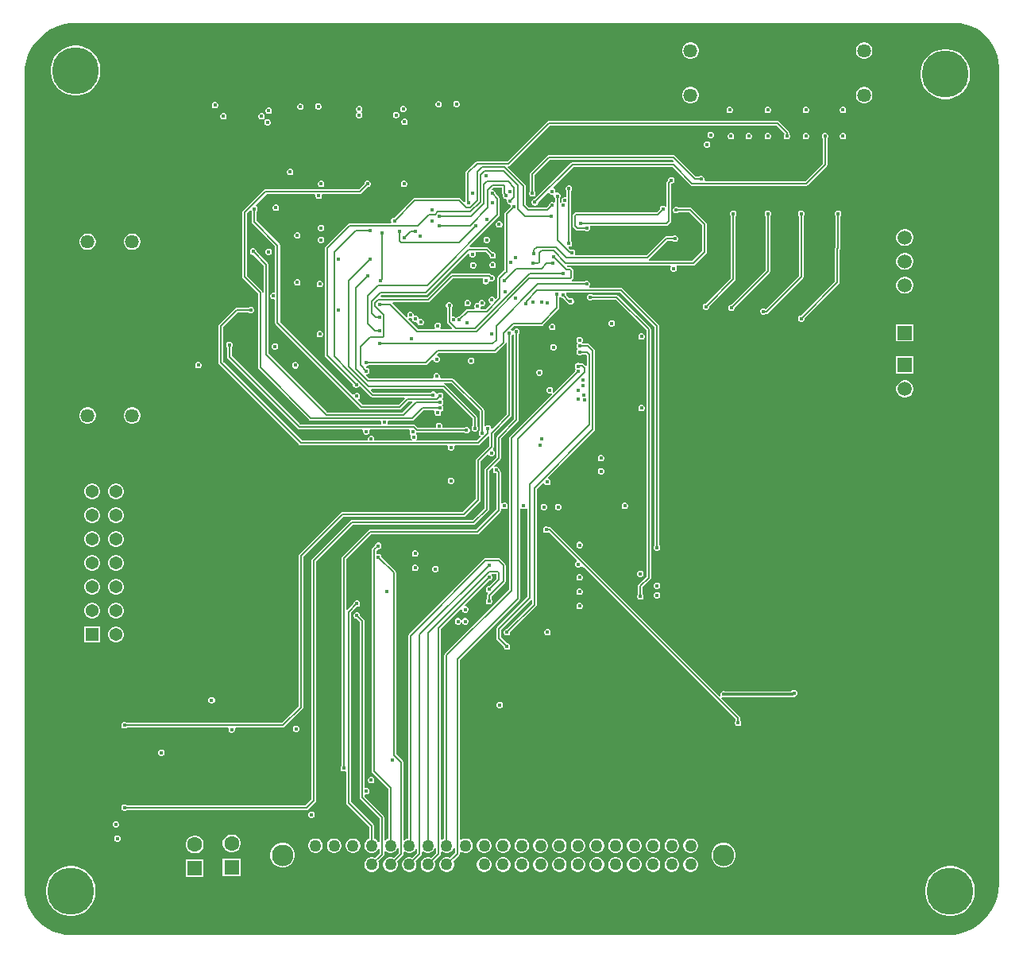
<source format=gbr>
G04*
G04 #@! TF.GenerationSoftware,Altium Limited,Altium Designer,24.1.2 (44)*
G04*
G04 Layer_Physical_Order=4*
G04 Layer_Color=417716*
%FSLAX44Y44*%
%MOMM*%
G71*
G04*
G04 #@! TF.SameCoordinates,8DB790BD-C0D2-442E-8808-D1DB86FAA070*
G04*
G04*
G04 #@! TF.FilePolarity,Positive*
G04*
G01*
G75*
%ADD12C,0.2000*%
%ADD15C,0.3000*%
%ADD122C,5.0000*%
%ADD123C,0.5000*%
%ADD124C,1.4580*%
%ADD125C,2.3000*%
%ADD127C,1.2580*%
%ADD128C,1.5200*%
%ADD129R,1.5200X1.5200*%
%ADD130C,1.3700*%
%ADD131R,1.3700X1.3700*%
%ADD132R,1.6000X1.6000*%
%ADD133C,1.6000*%
%ADD134C,0.4000*%
G36*
X2225072Y1680190D02*
X2225072Y1680190D01*
Y1680190D01*
X2226335Y1680186D01*
X2231894Y1679821D01*
X2238006Y1678606D01*
X2243908Y1676602D01*
X2249497Y1673846D01*
X2254679Y1670384D01*
X2259364Y1666274D01*
X2263474Y1661589D01*
X2266936Y1656407D01*
X2269692Y1650818D01*
X2271696Y1644916D01*
X2272911Y1638804D01*
X2273280Y1633188D01*
X2273280Y1633188D01*
X2273280D01*
X2273291Y1633176D01*
Y763270D01*
X2273320Y763123D01*
X2272863Y756138D01*
X2271468Y749128D01*
X2269171Y742360D01*
X2266010Y735950D01*
X2262039Y730007D01*
X2257326Y724634D01*
X2251953Y719921D01*
X2246010Y715950D01*
X2239600Y712789D01*
X2232832Y710492D01*
X2225822Y709098D01*
X2218837Y708640D01*
X2218690Y708669D01*
X1287648D01*
X1286416Y708724D01*
X1286416D01*
X1286416Y708724D01*
X1284605Y708605D01*
X1278050Y709035D01*
X1271607Y710316D01*
X1265387Y712428D01*
X1259495Y715333D01*
X1254033Y718983D01*
X1249094Y723314D01*
X1244763Y728253D01*
X1241113Y733715D01*
X1238208Y739607D01*
X1236096Y745827D01*
X1234815Y752270D01*
X1234504Y757014D01*
X1234504Y757014D01*
X1234504D01*
X1234449Y757067D01*
Y1623173D01*
X1234512Y1623176D01*
X1234449Y1624140D01*
Y1626870D01*
X1234440Y1626917D01*
X1234821Y1632739D01*
X1236217Y1639756D01*
X1238517Y1646531D01*
X1241681Y1652948D01*
X1245656Y1658897D01*
X1250374Y1664276D01*
X1255753Y1668993D01*
X1261702Y1672968D01*
X1268118Y1676133D01*
X1274893Y1678432D01*
X1281911Y1679828D01*
X1286626Y1680137D01*
X1286626Y1680137D01*
Y1680137D01*
X1286687Y1680201D01*
X2223813D01*
X2225072Y1680190D01*
D02*
G37*
%LPC*%
G36*
X2130737Y1659470D02*
X2128423D01*
X2126187Y1658871D01*
X2124183Y1657714D01*
X2122546Y1656077D01*
X2121389Y1654073D01*
X2120790Y1651837D01*
Y1649523D01*
X2121389Y1647287D01*
X2122546Y1645283D01*
X2124183Y1643646D01*
X2126187Y1642489D01*
X2128423Y1641890D01*
X2130737D01*
X2132973Y1642489D01*
X2134977Y1643646D01*
X2136614Y1645283D01*
X2137771Y1647287D01*
X2138370Y1649523D01*
Y1651837D01*
X2137771Y1654073D01*
X2136614Y1656077D01*
X2134977Y1657714D01*
X2132973Y1658871D01*
X2130737Y1659470D01*
D02*
G37*
G36*
X1945737D02*
X1943423D01*
X1941187Y1658871D01*
X1939183Y1657714D01*
X1937546Y1656077D01*
X1936389Y1654073D01*
X1935790Y1651837D01*
Y1649523D01*
X1936389Y1647287D01*
X1937546Y1645283D01*
X1939183Y1643646D01*
X1941187Y1642489D01*
X1943423Y1641890D01*
X1945737D01*
X1947973Y1642489D01*
X1949977Y1643646D01*
X1951614Y1645283D01*
X1952771Y1647287D01*
X1953370Y1649523D01*
Y1651837D01*
X1952771Y1654073D01*
X1951614Y1656077D01*
X1949977Y1657714D01*
X1947973Y1658871D01*
X1945737Y1659470D01*
D02*
G37*
G36*
X1291136Y1655910D02*
X1286964D01*
X1282845Y1655258D01*
X1278877Y1653969D01*
X1275161Y1652075D01*
X1271786Y1649623D01*
X1268837Y1646674D01*
X1266385Y1643299D01*
X1264492Y1639583D01*
X1263203Y1635615D01*
X1262550Y1631496D01*
Y1627324D01*
X1263203Y1623205D01*
X1264492Y1619238D01*
X1266385Y1615521D01*
X1268837Y1612146D01*
X1271786Y1609197D01*
X1275161Y1606745D01*
X1278877Y1604852D01*
X1282845Y1603562D01*
X1286964Y1602910D01*
X1291136D01*
X1295255Y1603562D01*
X1299223Y1604852D01*
X1302939Y1606745D01*
X1306314Y1609197D01*
X1309263Y1612146D01*
X1311715Y1615521D01*
X1313609Y1619238D01*
X1314897Y1623205D01*
X1315550Y1627324D01*
Y1631496D01*
X1314897Y1635615D01*
X1313609Y1639583D01*
X1311715Y1643299D01*
X1309263Y1646674D01*
X1306314Y1649623D01*
X1302939Y1652075D01*
X1299223Y1653969D01*
X1295255Y1655258D01*
X1291136Y1655910D01*
D02*
G37*
G36*
X2218236Y1652100D02*
X2214064D01*
X2209945Y1651447D01*
X2205977Y1650159D01*
X2202261Y1648265D01*
X2198886Y1645813D01*
X2195937Y1642864D01*
X2193485Y1639489D01*
X2191591Y1635773D01*
X2190302Y1631805D01*
X2189650Y1627686D01*
Y1623514D01*
X2190302Y1619395D01*
X2191591Y1615428D01*
X2193485Y1611711D01*
X2195937Y1608336D01*
X2198886Y1605387D01*
X2202261Y1602935D01*
X2205977Y1601042D01*
X2209945Y1599753D01*
X2214064Y1599100D01*
X2218236D01*
X2222355Y1599753D01*
X2226322Y1601042D01*
X2230039Y1602935D01*
X2233414Y1605387D01*
X2236363Y1608336D01*
X2238815Y1611711D01*
X2240708Y1615428D01*
X2241998Y1619395D01*
X2242650Y1623514D01*
Y1627686D01*
X2241998Y1631805D01*
X2240708Y1635773D01*
X2238815Y1639489D01*
X2236363Y1642864D01*
X2233414Y1645813D01*
X2230039Y1648265D01*
X2226322Y1650159D01*
X2222355Y1651447D01*
X2218236Y1652100D01*
D02*
G37*
G36*
X2130737Y1611970D02*
X2128423D01*
X2126187Y1611371D01*
X2124183Y1610214D01*
X2122546Y1608577D01*
X2121389Y1606573D01*
X2120790Y1604337D01*
Y1602023D01*
X2121389Y1599787D01*
X2122546Y1597783D01*
X2124183Y1596146D01*
X2126187Y1594989D01*
X2128423Y1594390D01*
X2130737D01*
X2132973Y1594989D01*
X2134977Y1596146D01*
X2136614Y1597783D01*
X2137771Y1599787D01*
X2138370Y1602023D01*
Y1604337D01*
X2137771Y1606573D01*
X2136614Y1608577D01*
X2134977Y1610214D01*
X2132973Y1611371D01*
X2130737Y1611970D01*
D02*
G37*
G36*
X1945737D02*
X1943423D01*
X1941187Y1611371D01*
X1939183Y1610214D01*
X1937546Y1608577D01*
X1936389Y1606573D01*
X1935790Y1604337D01*
Y1602023D01*
X1936389Y1599787D01*
X1937546Y1597783D01*
X1939183Y1596146D01*
X1941187Y1594989D01*
X1943423Y1594390D01*
X1945737D01*
X1947973Y1594989D01*
X1949977Y1596146D01*
X1951614Y1597783D01*
X1952771Y1599787D01*
X1953370Y1602023D01*
Y1604337D01*
X1952771Y1606573D01*
X1951614Y1608577D01*
X1949977Y1610214D01*
X1947973Y1611371D01*
X1945737Y1611970D01*
D02*
G37*
G36*
X1695841Y1597150D02*
X1694449D01*
X1693162Y1596617D01*
X1692178Y1595633D01*
X1691645Y1594346D01*
Y1592954D01*
X1692178Y1591667D01*
X1693162Y1590683D01*
X1694449Y1590150D01*
X1695841D01*
X1697128Y1590683D01*
X1698112Y1591667D01*
X1698645Y1592954D01*
Y1594346D01*
X1698112Y1595633D01*
X1697128Y1596617D01*
X1695841Y1597150D01*
D02*
G37*
G36*
X1676588Y1597096D02*
X1675196D01*
X1673909Y1596563D01*
X1672925Y1595579D01*
X1672392Y1594292D01*
Y1592900D01*
X1672925Y1591613D01*
X1673909Y1590629D01*
X1675196Y1590096D01*
X1676588D01*
X1677875Y1590629D01*
X1678859Y1591613D01*
X1679392Y1592900D01*
Y1594292D01*
X1678859Y1595579D01*
X1677875Y1596563D01*
X1676588Y1597096D01*
D02*
G37*
G36*
X1438336Y1596080D02*
X1436944D01*
X1435657Y1595547D01*
X1434673Y1594563D01*
X1434140Y1593276D01*
Y1591884D01*
X1434673Y1590597D01*
X1435657Y1589613D01*
X1436944Y1589080D01*
X1438336D01*
X1439623Y1589613D01*
X1440607Y1590597D01*
X1441140Y1591884D01*
Y1593276D01*
X1440607Y1594563D01*
X1439623Y1595547D01*
X1438336Y1596080D01*
D02*
G37*
G36*
X1548521Y1594610D02*
X1547129D01*
X1545842Y1594077D01*
X1544858Y1593093D01*
X1544325Y1591806D01*
Y1590414D01*
X1544858Y1589128D01*
X1545842Y1588143D01*
X1547129Y1587610D01*
X1548521D01*
X1549807Y1588143D01*
X1550792Y1589128D01*
X1551325Y1590414D01*
Y1591806D01*
X1550792Y1593093D01*
X1549807Y1594077D01*
X1548521Y1594610D01*
D02*
G37*
G36*
X1529268Y1594556D02*
X1527876D01*
X1526589Y1594023D01*
X1525605Y1593039D01*
X1525072Y1591752D01*
Y1590360D01*
X1525605Y1589073D01*
X1526589Y1588089D01*
X1527876Y1587556D01*
X1529268D01*
X1530555Y1588089D01*
X1531539Y1589073D01*
X1532072Y1590360D01*
Y1591752D01*
X1531539Y1593039D01*
X1530555Y1594023D01*
X1529268Y1594556D01*
D02*
G37*
G36*
X1638996Y1591960D02*
X1637604D01*
X1636317Y1591427D01*
X1635333Y1590443D01*
X1634800Y1589156D01*
Y1587764D01*
X1635333Y1586477D01*
X1636317Y1585493D01*
X1637604Y1584960D01*
X1638996D01*
X1640283Y1585493D01*
X1641267Y1586477D01*
X1641800Y1587764D01*
Y1589156D01*
X1641267Y1590443D01*
X1640283Y1591427D01*
X1638996Y1591960D01*
D02*
G37*
G36*
X2107626Y1591000D02*
X2106234D01*
X2104947Y1590467D01*
X2103963Y1589483D01*
X2103430Y1588196D01*
Y1586804D01*
X2103963Y1585517D01*
X2104947Y1584533D01*
X2106234Y1584000D01*
X2107626D01*
X2108913Y1584533D01*
X2109897Y1585517D01*
X2110430Y1586804D01*
Y1588196D01*
X2109897Y1589483D01*
X2108913Y1590467D01*
X2107626Y1591000D01*
D02*
G37*
G36*
X2068256D02*
X2066864D01*
X2065577Y1590467D01*
X2064593Y1589483D01*
X2064060Y1588196D01*
Y1586804D01*
X2064593Y1585517D01*
X2065577Y1584533D01*
X2066864Y1584000D01*
X2068256D01*
X2069543Y1584533D01*
X2070527Y1585517D01*
X2071060Y1586804D01*
Y1588196D01*
X2070527Y1589483D01*
X2069543Y1590467D01*
X2068256Y1591000D01*
D02*
G37*
G36*
X2027616D02*
X2026224D01*
X2024937Y1590467D01*
X2023953Y1589483D01*
X2023420Y1588196D01*
Y1586804D01*
X2023953Y1585517D01*
X2024937Y1584533D01*
X2026224Y1584000D01*
X2027616D01*
X2028903Y1584533D01*
X2029887Y1585517D01*
X2030420Y1586804D01*
Y1588196D01*
X2029887Y1589483D01*
X2028903Y1590467D01*
X2027616Y1591000D01*
D02*
G37*
G36*
X1986976D02*
X1985584D01*
X1984297Y1590467D01*
X1983313Y1589483D01*
X1982780Y1588196D01*
Y1586804D01*
X1983313Y1585517D01*
X1984297Y1584533D01*
X1985584Y1584000D01*
X1986976D01*
X1988263Y1584533D01*
X1989247Y1585517D01*
X1989780Y1586804D01*
Y1588196D01*
X1989247Y1589483D01*
X1988263Y1590467D01*
X1986976Y1591000D01*
D02*
G37*
G36*
X1495518Y1590174D02*
X1494126D01*
X1492840Y1589641D01*
X1491855Y1588656D01*
X1491322Y1587370D01*
Y1585977D01*
X1491855Y1584691D01*
X1492840Y1583707D01*
X1494126Y1583174D01*
X1495518D01*
X1496805Y1583707D01*
X1497789Y1584691D01*
X1498322Y1585977D01*
Y1587370D01*
X1497789Y1588656D01*
X1496805Y1589641D01*
X1495518Y1590174D01*
D02*
G37*
G36*
X1631340Y1585480D02*
X1629948D01*
X1628662Y1584948D01*
X1627677Y1583963D01*
X1627144Y1582677D01*
Y1581284D01*
X1627677Y1579998D01*
X1628662Y1579013D01*
X1629948Y1578481D01*
X1631340D01*
X1632627Y1579013D01*
X1633611Y1579998D01*
X1634144Y1581284D01*
Y1582677D01*
X1633611Y1583963D01*
X1632627Y1584948D01*
X1631340Y1585480D01*
D02*
G37*
G36*
X1592006Y1591960D02*
X1590614D01*
X1589327Y1591427D01*
X1588343Y1590443D01*
X1587810Y1589156D01*
Y1587764D01*
X1588343Y1586477D01*
X1588781Y1586040D01*
X1589188Y1585210D01*
X1588781Y1584380D01*
X1588343Y1583943D01*
X1587810Y1582656D01*
Y1581264D01*
X1588343Y1579977D01*
X1589327Y1578993D01*
X1590614Y1578460D01*
X1592006D01*
X1593293Y1578993D01*
X1594277Y1579977D01*
X1594810Y1581264D01*
Y1582656D01*
X1594277Y1583943D01*
X1593839Y1584380D01*
X1593432Y1585210D01*
X1593839Y1586040D01*
X1594277Y1586477D01*
X1594810Y1587764D01*
Y1589156D01*
X1594277Y1590443D01*
X1593293Y1591427D01*
X1592006Y1591960D01*
D02*
G37*
G36*
X1487866Y1584190D02*
X1486474D01*
X1485187Y1583657D01*
X1484203Y1582673D01*
X1483670Y1581386D01*
Y1579994D01*
X1484203Y1578707D01*
X1485187Y1577723D01*
X1486474Y1577190D01*
X1487866D01*
X1489153Y1577723D01*
X1490137Y1578707D01*
X1490670Y1579994D01*
Y1581386D01*
X1490137Y1582673D01*
X1489153Y1583657D01*
X1487866Y1584190D01*
D02*
G37*
G36*
X1447226D02*
X1445834D01*
X1444547Y1583657D01*
X1443563Y1582673D01*
X1443030Y1581386D01*
Y1579994D01*
X1443563Y1578707D01*
X1444547Y1577723D01*
X1445834Y1577190D01*
X1447226D01*
X1448513Y1577723D01*
X1449497Y1578707D01*
X1450030Y1579994D01*
Y1581386D01*
X1449497Y1582673D01*
X1448513Y1583657D01*
X1447226Y1584190D01*
D02*
G37*
G36*
X1640266Y1578300D02*
X1638874D01*
X1637587Y1577767D01*
X1636603Y1576783D01*
X1636070Y1575496D01*
Y1574104D01*
X1636603Y1572817D01*
X1637587Y1571833D01*
X1638874Y1571300D01*
X1640266D01*
X1641553Y1571833D01*
X1642537Y1572817D01*
X1643070Y1574104D01*
Y1575496D01*
X1642537Y1576783D01*
X1641553Y1577767D01*
X1640266Y1578300D01*
D02*
G37*
G36*
X1494216Y1577690D02*
X1492824D01*
X1491537Y1577157D01*
X1490553Y1576173D01*
X1490020Y1574886D01*
Y1573494D01*
X1490553Y1572207D01*
X1491537Y1571223D01*
X1492824Y1570690D01*
X1494216D01*
X1495503Y1571223D01*
X1496487Y1572207D01*
X1497020Y1573494D01*
Y1574886D01*
X1496487Y1576173D01*
X1495503Y1577157D01*
X1494216Y1577690D01*
D02*
G37*
G36*
X1966656Y1564330D02*
X1965264D01*
X1963977Y1563797D01*
X1962993Y1562813D01*
X1962460Y1561526D01*
Y1560134D01*
X1962993Y1558847D01*
X1963977Y1557863D01*
X1965264Y1557330D01*
X1966656D01*
X1967943Y1557863D01*
X1968927Y1558847D01*
X1969460Y1560134D01*
Y1561526D01*
X1968927Y1562813D01*
X1967943Y1563797D01*
X1966656Y1564330D01*
D02*
G37*
G36*
X2107626Y1563060D02*
X2106234D01*
X2104947Y1562527D01*
X2103963Y1561543D01*
X2103430Y1560256D01*
Y1558864D01*
X2103963Y1557577D01*
X2104947Y1556593D01*
X2106234Y1556060D01*
X2107626D01*
X2108913Y1556593D01*
X2109897Y1557577D01*
X2110430Y1558864D01*
Y1560256D01*
X2109897Y1561543D01*
X2108913Y1562527D01*
X2107626Y1563060D01*
D02*
G37*
G36*
X2068256D02*
X2066864D01*
X2065577Y1562527D01*
X2064593Y1561543D01*
X2064060Y1560256D01*
Y1558864D01*
X2064593Y1557577D01*
X2065577Y1556593D01*
X2066864Y1556060D01*
X2068256D01*
X2069543Y1556593D01*
X2070527Y1557577D01*
X2071060Y1558864D01*
Y1560256D01*
X2070527Y1561543D01*
X2069543Y1562527D01*
X2068256Y1563060D01*
D02*
G37*
G36*
X2037080Y1576079D02*
X1793370D01*
X1792395Y1575885D01*
X1791568Y1575332D01*
X1749135Y1532899D01*
X1717040D01*
X1716065Y1532705D01*
X1715238Y1532152D01*
X1705370Y1522285D01*
X1704817Y1521458D01*
X1704623Y1520482D01*
Y1490661D01*
X1704012Y1489584D01*
X1703513Y1489354D01*
X1703250Y1489325D01*
X1699792Y1492782D01*
X1698965Y1493335D01*
X1697990Y1493529D01*
X1650420D01*
X1649444Y1493335D01*
X1648618Y1492782D01*
X1628785Y1472950D01*
X1628194D01*
X1626907Y1472417D01*
X1625923Y1471433D01*
X1625390Y1470146D01*
Y1468754D01*
X1625649Y1468129D01*
X1624872Y1466859D01*
X1581150D01*
X1580175Y1466665D01*
X1579348Y1466112D01*
X1555218Y1441982D01*
X1554665Y1441156D01*
X1554471Y1440180D01*
Y1326113D01*
X1554665Y1325137D01*
X1555218Y1324310D01*
X1584751Y1294777D01*
Y1294185D01*
X1585284Y1292899D01*
X1586269Y1291914D01*
X1587555Y1291381D01*
X1588947D01*
X1590234Y1291914D01*
X1591208Y1292888D01*
X1591464Y1293130D01*
X1592547Y1293345D01*
X1603564Y1282328D01*
X1604391Y1281775D01*
X1605366Y1281581D01*
X1639400D01*
X1639927Y1280311D01*
X1633434Y1273819D01*
X1594906D01*
X1590313Y1278412D01*
X1590528Y1279494D01*
X1590770Y1279751D01*
X1591744Y1280724D01*
X1592277Y1282011D01*
Y1283403D01*
X1591744Y1284690D01*
X1590760Y1285674D01*
X1589473Y1286207D01*
X1588081D01*
X1586794Y1285674D01*
X1585810Y1284690D01*
X1585728Y1284491D01*
X1584482Y1284243D01*
X1506919Y1361806D01*
Y1443300D01*
X1506725Y1444276D01*
X1506172Y1445102D01*
X1482099Y1469176D01*
Y1479675D01*
X1482524Y1480100D01*
X1483057Y1481387D01*
Y1482779D01*
X1482524Y1484066D01*
X1481550Y1485039D01*
X1481308Y1485296D01*
X1481093Y1486378D01*
X1492726Y1498011D01*
X1544007D01*
X1544712Y1496955D01*
X1544630Y1496756D01*
Y1495364D01*
X1545163Y1494077D01*
X1546147Y1493093D01*
X1547434Y1492560D01*
X1548826D01*
X1550113Y1493093D01*
X1551097Y1494077D01*
X1551630Y1495364D01*
Y1496756D01*
X1551548Y1496955D01*
X1552253Y1498011D01*
X1592000D01*
X1592975Y1498205D01*
X1593802Y1498758D01*
X1600305Y1505260D01*
X1600896D01*
X1602183Y1505793D01*
X1603167Y1506777D01*
X1603700Y1508064D01*
Y1509456D01*
X1603167Y1510743D01*
X1602183Y1511727D01*
X1600896Y1512260D01*
X1599504D01*
X1598217Y1511727D01*
X1597233Y1510743D01*
X1596700Y1509456D01*
Y1508865D01*
X1590944Y1503109D01*
X1491670D01*
X1490695Y1502915D01*
X1489868Y1502362D01*
X1467588Y1480082D01*
X1467035Y1479256D01*
X1466841Y1478280D01*
Y1409700D01*
X1467035Y1408725D01*
X1467588Y1407898D01*
X1483351Y1392134D01*
Y1313180D01*
X1483545Y1312204D01*
X1484098Y1311378D01*
X1538018Y1257458D01*
X1538844Y1256905D01*
X1539820Y1256711D01*
X1613857D01*
X1614562Y1255655D01*
X1614480Y1255456D01*
Y1254064D01*
X1614714Y1253499D01*
X1613902Y1252229D01*
X1528866D01*
X1455429Y1325666D01*
Y1334909D01*
X1455847Y1335327D01*
X1456380Y1336614D01*
Y1338006D01*
X1455847Y1339293D01*
X1454863Y1340277D01*
X1453576Y1340810D01*
X1452184D01*
X1450897Y1340277D01*
X1449913Y1339293D01*
X1449380Y1338006D01*
Y1336614D01*
X1449913Y1335327D01*
X1450331Y1334909D01*
Y1324610D01*
X1450525Y1323634D01*
X1451078Y1322808D01*
X1526008Y1247878D01*
X1526835Y1247325D01*
X1527810Y1247131D01*
X1594807D01*
X1595512Y1246075D01*
X1595430Y1245876D01*
Y1244484D01*
X1595963Y1243197D01*
X1596947Y1242213D01*
X1598234Y1241680D01*
X1599626D01*
X1600913Y1242213D01*
X1601897Y1243197D01*
X1602430Y1244484D01*
Y1245876D01*
X1602348Y1246075D01*
X1603053Y1247131D01*
X1644382D01*
X1645194Y1245861D01*
X1644960Y1245296D01*
Y1243904D01*
X1645493Y1242617D01*
X1646477Y1241633D01*
X1646419Y1240282D01*
X1646230Y1239826D01*
Y1238434D01*
X1646763Y1237147D01*
X1647501Y1236409D01*
X1647186Y1235258D01*
X1647112Y1235139D01*
X1608133D01*
X1607428Y1236195D01*
X1607510Y1236394D01*
Y1237786D01*
X1606977Y1239073D01*
X1605993Y1240057D01*
X1604706Y1240590D01*
X1603314D01*
X1602027Y1240057D01*
X1601043Y1239073D01*
X1600510Y1237786D01*
Y1236394D01*
X1600592Y1236195D01*
X1599887Y1235139D01*
X1530716D01*
X1446539Y1319316D01*
Y1356574D01*
X1461760Y1371796D01*
X1473544D01*
X1473962Y1371377D01*
X1475248Y1370844D01*
X1476641D01*
X1477927Y1371377D01*
X1478912Y1372362D01*
X1479444Y1373648D01*
Y1375041D01*
X1478912Y1376327D01*
X1477927Y1377312D01*
X1476641Y1377844D01*
X1475248D01*
X1473962Y1377312D01*
X1473544Y1376893D01*
X1460704D01*
X1459729Y1376699D01*
X1458902Y1376147D01*
X1442188Y1359432D01*
X1441635Y1358605D01*
X1441441Y1357630D01*
Y1318260D01*
X1441635Y1317285D01*
X1442188Y1316458D01*
X1527858Y1230788D01*
X1528685Y1230235D01*
X1529660Y1230041D01*
X1684977D01*
X1685682Y1228985D01*
X1685600Y1228786D01*
Y1227394D01*
X1686133Y1226107D01*
X1687117Y1225123D01*
X1688404Y1224590D01*
X1689796D01*
X1691083Y1225123D01*
X1692067Y1226107D01*
X1692600Y1227394D01*
Y1228786D01*
X1692518Y1228985D01*
X1693223Y1230041D01*
X1717744D01*
X1718719Y1230235D01*
X1719546Y1230788D01*
X1728558Y1239799D01*
X1729731Y1239313D01*
Y1229470D01*
X1716508Y1216246D01*
X1715955Y1215419D01*
X1715761Y1214444D01*
Y1173266D01*
X1702014Y1159519D01*
X1573530D01*
X1572555Y1159325D01*
X1571728Y1158772D01*
X1527278Y1114322D01*
X1526725Y1113495D01*
X1526531Y1112520D01*
Y952286D01*
X1508974Y934729D01*
X1343521D01*
X1343103Y935147D01*
X1341816Y935680D01*
X1340424D01*
X1339137Y935147D01*
X1338153Y934163D01*
X1337620Y932876D01*
Y931484D01*
X1338153Y930197D01*
X1339137Y929213D01*
X1340424Y928680D01*
X1341816D01*
X1343103Y929213D01*
X1343521Y929631D01*
X1451287D01*
X1451992Y928575D01*
X1451910Y928376D01*
Y926984D01*
X1452443Y925697D01*
X1453427Y924713D01*
X1454714Y924180D01*
X1456106D01*
X1457393Y924713D01*
X1458377Y925697D01*
X1458910Y926984D01*
Y928376D01*
X1458828Y928575D01*
X1459533Y929631D01*
X1510030D01*
X1511006Y929825D01*
X1511832Y930378D01*
X1530882Y949428D01*
X1531435Y950255D01*
X1531629Y951230D01*
Y1111464D01*
X1574586Y1154421D01*
X1703070D01*
X1704046Y1154615D01*
X1704872Y1155168D01*
X1720112Y1170408D01*
X1720665Y1171235D01*
X1720859Y1172210D01*
Y1213388D01*
X1728065Y1220594D01*
X1729310Y1220346D01*
X1729393Y1220147D01*
X1730377Y1219163D01*
X1731664Y1218630D01*
X1733056D01*
X1734343Y1219163D01*
X1735327Y1220147D01*
X1735860Y1221434D01*
Y1222826D01*
X1735327Y1224113D01*
X1734353Y1225086D01*
X1734111Y1225343D01*
X1733896Y1226425D01*
X1734082Y1226611D01*
X1734635Y1227439D01*
X1734829Y1228414D01*
Y1242274D01*
X1753139Y1260585D01*
X1753692Y1261412D01*
X1753886Y1262387D01*
Y1347602D01*
X1754304Y1348020D01*
X1754401Y1348255D01*
X1755894Y1348658D01*
X1756401Y1348288D01*
Y1258356D01*
X1738098Y1240052D01*
X1737545Y1239225D01*
X1737351Y1238250D01*
Y1217716D01*
X1725398Y1205762D01*
X1724845Y1204936D01*
X1724651Y1203960D01*
Y1163106D01*
X1712174Y1150629D01*
X1583690D01*
X1582715Y1150435D01*
X1581888Y1149882D01*
X1541248Y1109242D01*
X1540695Y1108416D01*
X1540501Y1107440D01*
Y853226D01*
X1534374Y847099D01*
X1343521D01*
X1343103Y847517D01*
X1341816Y848050D01*
X1340424D01*
X1339137Y847517D01*
X1338153Y846533D01*
X1337620Y845246D01*
Y843854D01*
X1338153Y842567D01*
X1339137Y841583D01*
X1340424Y841050D01*
X1341816D01*
X1343103Y841583D01*
X1343521Y842001D01*
X1535430D01*
X1536405Y842195D01*
X1537232Y842748D01*
X1544852Y850368D01*
X1545405Y851195D01*
X1545599Y852170D01*
Y1106384D01*
X1584746Y1145531D01*
X1713230D01*
X1714205Y1145725D01*
X1715032Y1146278D01*
X1729002Y1160248D01*
X1729555Y1161075D01*
X1729749Y1162050D01*
Y1202904D01*
X1733181Y1206337D01*
X1734258Y1205617D01*
X1733860Y1204656D01*
Y1203264D01*
X1734393Y1201977D01*
X1735377Y1200993D01*
X1736664Y1200460D01*
X1737255D01*
X1737351Y1200364D01*
Y1161836D01*
X1715984Y1140469D01*
X1602740D01*
X1601765Y1140275D01*
X1600938Y1139722D01*
X1572998Y1111782D01*
X1572445Y1110956D01*
X1572251Y1109980D01*
Y888861D01*
X1571833Y888443D01*
X1571300Y887156D01*
Y885764D01*
X1571833Y884477D01*
X1572817Y883493D01*
X1574104Y882960D01*
X1575496D01*
X1576061Y883194D01*
X1577331Y882382D01*
Y849630D01*
X1577525Y848655D01*
X1578078Y847828D01*
X1602111Y823794D01*
Y811292D01*
X1601653Y811169D01*
X1599877Y810144D01*
X1598427Y808693D01*
X1597401Y806917D01*
X1596870Y804936D01*
Y802884D01*
X1597401Y800903D01*
X1598427Y799127D01*
X1599877Y797676D01*
X1601653Y796651D01*
X1603634Y796120D01*
X1605686D01*
X1607667Y796651D01*
X1609443Y797676D01*
X1610894Y799127D01*
X1611621Y800387D01*
X1612891Y800047D01*
Y795746D01*
X1608077Y790932D01*
X1607667Y791169D01*
X1605686Y791700D01*
X1603634D01*
X1601653Y791169D01*
X1599877Y790144D01*
X1598427Y788693D01*
X1597401Y786917D01*
X1596870Y784936D01*
Y782884D01*
X1597401Y780903D01*
X1598427Y779127D01*
X1599877Y777676D01*
X1601653Y776651D01*
X1603634Y776120D01*
X1605686D01*
X1607667Y776651D01*
X1609443Y777676D01*
X1610894Y779127D01*
X1611919Y780903D01*
X1612450Y782884D01*
Y784936D01*
X1611919Y786917D01*
X1611682Y787327D01*
X1617242Y792888D01*
X1617795Y793715D01*
X1617989Y794690D01*
Y797768D01*
X1619259Y798294D01*
X1619877Y797676D01*
X1621653Y796651D01*
X1623634Y796120D01*
X1625686D01*
X1627667Y796651D01*
X1629443Y797676D01*
X1630894Y799127D01*
X1631919Y800903D01*
X1632051Y801395D01*
X1633321Y801228D01*
Y796176D01*
X1628077Y790932D01*
X1627667Y791169D01*
X1625686Y791700D01*
X1623634D01*
X1621653Y791169D01*
X1619877Y790144D01*
X1618427Y788693D01*
X1617401Y786917D01*
X1616870Y784936D01*
Y782884D01*
X1617401Y780903D01*
X1618427Y779127D01*
X1619877Y777676D01*
X1621653Y776651D01*
X1623634Y776120D01*
X1625686D01*
X1627667Y776651D01*
X1629443Y777676D01*
X1630894Y779127D01*
X1631919Y780903D01*
X1632450Y782884D01*
Y784936D01*
X1631919Y786917D01*
X1631682Y787327D01*
X1637672Y793318D01*
X1638225Y794145D01*
X1638419Y795120D01*
Y797338D01*
X1639689Y797864D01*
X1639877Y797676D01*
X1641653Y796651D01*
X1643634Y796120D01*
X1645686D01*
X1647667Y796651D01*
X1649443Y797676D01*
X1650894Y799127D01*
X1651919Y800903D01*
X1652051Y801395D01*
X1653321Y801228D01*
Y796176D01*
X1648077Y790932D01*
X1647667Y791169D01*
X1645686Y791700D01*
X1643634D01*
X1641653Y791169D01*
X1639877Y790144D01*
X1638427Y788693D01*
X1637401Y786917D01*
X1636870Y784936D01*
Y782884D01*
X1637401Y780903D01*
X1638427Y779127D01*
X1639877Y777676D01*
X1641653Y776651D01*
X1643634Y776120D01*
X1645686D01*
X1647667Y776651D01*
X1649443Y777676D01*
X1650894Y779127D01*
X1651919Y780903D01*
X1652450Y782884D01*
Y784936D01*
X1651919Y786917D01*
X1651682Y787327D01*
X1657672Y793318D01*
X1658225Y794145D01*
X1658419Y795120D01*
Y797338D01*
X1659689Y797864D01*
X1659877Y797676D01*
X1661653Y796651D01*
X1663634Y796120D01*
X1665686D01*
X1667667Y796651D01*
X1669443Y797676D01*
X1670894Y799127D01*
X1671919Y800903D01*
X1672051Y801395D01*
X1673321Y801228D01*
Y796176D01*
X1668077Y790932D01*
X1667667Y791169D01*
X1665686Y791700D01*
X1663634D01*
X1661653Y791169D01*
X1659877Y790144D01*
X1658427Y788693D01*
X1657401Y786917D01*
X1656870Y784936D01*
Y782884D01*
X1657401Y780903D01*
X1658427Y779127D01*
X1659877Y777676D01*
X1661653Y776651D01*
X1663634Y776120D01*
X1665686D01*
X1667667Y776651D01*
X1669443Y777676D01*
X1670894Y779127D01*
X1671919Y780903D01*
X1672450Y782884D01*
Y784936D01*
X1671919Y786917D01*
X1671682Y787327D01*
X1677672Y793318D01*
X1678225Y794145D01*
X1678419Y795120D01*
Y797338D01*
X1679689Y797864D01*
X1679877Y797676D01*
X1681653Y796651D01*
X1683634Y796120D01*
X1685686D01*
X1687667Y796651D01*
X1689443Y797676D01*
X1690894Y799127D01*
X1691919Y800903D01*
X1692051Y801395D01*
X1693321Y801228D01*
Y796176D01*
X1688077Y790932D01*
X1687667Y791169D01*
X1685686Y791700D01*
X1683634D01*
X1681653Y791169D01*
X1679877Y790144D01*
X1678427Y788693D01*
X1677401Y786917D01*
X1676870Y784936D01*
Y782884D01*
X1677401Y780903D01*
X1678427Y779127D01*
X1679877Y777676D01*
X1681653Y776651D01*
X1683634Y776120D01*
X1685686D01*
X1687667Y776651D01*
X1689443Y777676D01*
X1690894Y779127D01*
X1691919Y780903D01*
X1692450Y782884D01*
Y784936D01*
X1691919Y786917D01*
X1691682Y787327D01*
X1697672Y793318D01*
X1698225Y794145D01*
X1698419Y795120D01*
Y797338D01*
X1699689Y797864D01*
X1699877Y797676D01*
X1701653Y796651D01*
X1703634Y796120D01*
X1705686D01*
X1707667Y796651D01*
X1709443Y797676D01*
X1710894Y799127D01*
X1711919Y800903D01*
X1712450Y802884D01*
Y804936D01*
X1711919Y806917D01*
X1710894Y808693D01*
X1709443Y810144D01*
X1707667Y811169D01*
X1705686Y811700D01*
X1703634D01*
X1701653Y811169D01*
X1699877Y810144D01*
X1699689Y809956D01*
X1698419Y810482D01*
Y1001394D01*
X1762022Y1064998D01*
X1762575Y1065825D01*
X1762769Y1066800D01*
Y1162915D01*
X1764039Y1163441D01*
X1764587Y1162893D01*
X1765874Y1162360D01*
X1767266D01*
X1768553Y1162893D01*
X1769101Y1163441D01*
X1770371Y1162915D01*
Y1069126D01*
X1738098Y1036852D01*
X1737545Y1036025D01*
X1737351Y1035050D01*
Y1024890D01*
X1737545Y1023914D01*
X1738098Y1023088D01*
X1745290Y1015895D01*
Y1015304D01*
X1745823Y1014017D01*
X1746807Y1013033D01*
X1748094Y1012500D01*
X1749486D01*
X1750773Y1013033D01*
X1751757Y1014017D01*
X1752290Y1015304D01*
Y1016696D01*
X1751757Y1017983D01*
X1750773Y1018967D01*
X1749486Y1019500D01*
X1748895D01*
X1742449Y1025946D01*
Y1033994D01*
X1774181Y1065726D01*
X1775451Y1065200D01*
Y1061506D01*
X1748685Y1034740D01*
X1748094D01*
X1746807Y1034207D01*
X1745823Y1033223D01*
X1745290Y1031936D01*
Y1030544D01*
X1745823Y1029257D01*
X1746807Y1028273D01*
X1748094Y1027740D01*
X1749486D01*
X1750773Y1028273D01*
X1751757Y1029257D01*
X1752290Y1030544D01*
Y1031135D01*
X1779802Y1058648D01*
X1780355Y1059475D01*
X1780549Y1060450D01*
Y1183854D01*
X1787304Y1190609D01*
X1788644Y1190153D01*
X1789010Y1189270D01*
X1789994Y1188286D01*
X1791281Y1187753D01*
X1792673D01*
X1793960Y1188286D01*
X1794944Y1189270D01*
X1795477Y1190557D01*
Y1191949D01*
X1794944Y1193236D01*
X1793960Y1194220D01*
X1793077Y1194586D01*
X1792621Y1195926D01*
X1842032Y1245338D01*
X1842585Y1246164D01*
X1842779Y1247140D01*
Y1330960D01*
X1842585Y1331935D01*
X1842032Y1332762D01*
X1836952Y1337842D01*
X1836125Y1338395D01*
X1835150Y1338589D01*
X1829205D01*
X1828709Y1339786D01*
X1828864Y1340045D01*
X1829227Y1340407D01*
X1829760Y1341694D01*
Y1343086D01*
X1829227Y1344373D01*
X1828243Y1345357D01*
X1826956Y1345890D01*
X1825564D01*
X1824277Y1345357D01*
X1823293Y1344373D01*
X1822760Y1343086D01*
Y1341694D01*
X1823293Y1340407D01*
X1823656Y1340045D01*
X1824153Y1339215D01*
X1823656Y1338385D01*
X1823293Y1338023D01*
X1822760Y1336736D01*
Y1335344D01*
X1823293Y1334057D01*
X1823656Y1333695D01*
X1824153Y1332865D01*
X1823656Y1332035D01*
X1823293Y1331673D01*
X1822760Y1330386D01*
Y1328994D01*
X1823293Y1327707D01*
X1824277Y1326723D01*
X1825564Y1326190D01*
X1826956D01*
X1828243Y1326723D01*
X1828661Y1327141D01*
X1832824D01*
X1833871Y1326094D01*
Y1315440D01*
X1832601Y1314914D01*
X1830701Y1316814D01*
X1829874Y1317367D01*
X1828898Y1317561D01*
X1826853D01*
X1826818Y1317596D01*
X1825531Y1318129D01*
X1824139D01*
X1822853Y1317596D01*
X1821868Y1316612D01*
X1821335Y1315325D01*
Y1313933D01*
X1821868Y1312647D01*
X1822592Y1311922D01*
X1821783Y1311113D01*
X1821250Y1309826D01*
Y1309235D01*
X1798689Y1286673D01*
X1797612Y1287393D01*
X1798010Y1288354D01*
Y1289746D01*
X1797477Y1291033D01*
X1796493Y1292017D01*
X1795206Y1292550D01*
X1793814D01*
X1792527Y1292017D01*
X1791543Y1291033D01*
X1791010Y1289746D01*
Y1288354D01*
X1791543Y1287067D01*
X1792527Y1286083D01*
X1793814Y1285550D01*
X1795206D01*
X1796167Y1285948D01*
X1796887Y1284871D01*
X1752068Y1240052D01*
X1751515Y1239225D01*
X1751321Y1238250D01*
Y1076746D01*
X1682858Y1008282D01*
X1682305Y1007456D01*
X1682111Y1006480D01*
Y811292D01*
X1681653Y811169D01*
X1679877Y810144D01*
X1679689Y809956D01*
X1678419Y810482D01*
Y1034734D01*
X1699570Y1055885D01*
X1700840Y1055359D01*
Y1054824D01*
X1701373Y1053537D01*
X1702357Y1052553D01*
X1703644Y1052020D01*
X1705036D01*
X1706322Y1052553D01*
X1707307Y1053537D01*
X1707840Y1054824D01*
Y1056216D01*
X1707307Y1057503D01*
X1706322Y1058487D01*
X1705036Y1059020D01*
X1704501D01*
X1703975Y1060290D01*
X1729845Y1086160D01*
X1730436D01*
X1731723Y1086693D01*
X1732707Y1087677D01*
X1733240Y1088964D01*
Y1090356D01*
X1732707Y1091643D01*
X1732159Y1092191D01*
X1732685Y1093461D01*
X1737351D01*
Y1088176D01*
X1729635Y1080460D01*
X1729044D01*
X1727757Y1079927D01*
X1726773Y1078943D01*
X1726240Y1077656D01*
Y1076264D01*
X1726773Y1074977D01*
X1727747Y1074004D01*
X1727989Y1073747D01*
X1728204Y1072665D01*
X1727938Y1072398D01*
X1727385Y1071572D01*
X1727191Y1070596D01*
Y1066661D01*
X1726773Y1066243D01*
X1726240Y1064956D01*
Y1063564D01*
X1726773Y1062277D01*
X1727757Y1061293D01*
X1729044Y1060760D01*
X1730436D01*
X1731723Y1061293D01*
X1732707Y1062277D01*
X1733240Y1063564D01*
Y1064956D01*
X1732707Y1066243D01*
X1732289Y1066661D01*
Y1069540D01*
X1746782Y1084034D01*
X1747335Y1084861D01*
X1747529Y1085836D01*
Y1102360D01*
X1747335Y1103335D01*
X1746782Y1104162D01*
X1741702Y1109242D01*
X1740876Y1109795D01*
X1739900Y1109989D01*
X1725930D01*
X1724955Y1109795D01*
X1724128Y1109242D01*
X1644118Y1029232D01*
X1643565Y1028406D01*
X1643371Y1027430D01*
Y811629D01*
X1641653Y811169D01*
X1639877Y810144D01*
X1639689Y809956D01*
X1638419Y810482D01*
Y892704D01*
X1638225Y893679D01*
X1637672Y894506D01*
X1630689Y901490D01*
Y1094740D01*
X1630495Y1095715D01*
X1629942Y1096542D01*
X1615130Y1111355D01*
Y1111946D01*
X1614597Y1113233D01*
X1613613Y1114217D01*
X1612326Y1114750D01*
X1610934D01*
X1610735Y1114668D01*
X1609679Y1115373D01*
Y1118219D01*
X1611220Y1119760D01*
X1612326D01*
X1613613Y1120293D01*
X1614597Y1121277D01*
X1615130Y1122564D01*
Y1123956D01*
X1614597Y1125243D01*
X1613613Y1126227D01*
X1612326Y1126760D01*
X1610934D01*
X1609647Y1126227D01*
X1608663Y1125243D01*
X1608130Y1123956D01*
Y1123879D01*
X1605328Y1121077D01*
X1604775Y1120250D01*
X1604581Y1119275D01*
Y883340D01*
X1604775Y882365D01*
X1605328Y881538D01*
X1622111Y864754D01*
Y811292D01*
X1621653Y811169D01*
X1619877Y810144D01*
X1619259Y809526D01*
X1617989Y810052D01*
Y834390D01*
X1617795Y835365D01*
X1617242Y836192D01*
X1596969Y856466D01*
Y857976D01*
X1598025Y858681D01*
X1598224Y858599D01*
X1599616D01*
X1600903Y859132D01*
X1601887Y860117D01*
X1602420Y861403D01*
Y862795D01*
X1601887Y864082D01*
X1600903Y865066D01*
X1599616Y865599D01*
X1598224D01*
X1598025Y865517D01*
X1596969Y866222D01*
Y1043370D01*
X1596775Y1044345D01*
X1596222Y1045172D01*
X1592270Y1049125D01*
Y1049716D01*
X1591737Y1051003D01*
X1590753Y1051987D01*
X1589466Y1052520D01*
X1588074D01*
X1586787Y1051987D01*
X1585803Y1051003D01*
X1585270Y1049716D01*
Y1048324D01*
X1585803Y1047037D01*
X1586787Y1046053D01*
X1588074Y1045520D01*
X1588665D01*
X1591871Y1042314D01*
Y855410D01*
X1592065Y854435D01*
X1592618Y853608D01*
X1612891Y833334D01*
Y807773D01*
X1611621Y807433D01*
X1610894Y808693D01*
X1609443Y810144D01*
X1607667Y811169D01*
X1607209Y811292D01*
Y824850D01*
X1607015Y825826D01*
X1606462Y826652D01*
X1582429Y850686D01*
Y1051774D01*
X1588875Y1058220D01*
X1589466D01*
X1590753Y1058753D01*
X1591737Y1059737D01*
X1592270Y1061024D01*
Y1062416D01*
X1591737Y1063703D01*
X1590753Y1064687D01*
X1589466Y1065220D01*
X1588074D01*
X1586787Y1064687D01*
X1585803Y1063703D01*
X1585270Y1062416D01*
Y1061825D01*
X1578619Y1055174D01*
X1577349Y1055700D01*
Y1108924D01*
X1603796Y1135371D01*
X1717040D01*
X1718015Y1135565D01*
X1718842Y1136118D01*
X1741702Y1158978D01*
X1742255Y1159805D01*
X1742449Y1160780D01*
Y1162915D01*
X1743719Y1163441D01*
X1744267Y1162893D01*
X1745554Y1162360D01*
X1746946D01*
X1748233Y1162893D01*
X1749217Y1163877D01*
X1749750Y1165164D01*
Y1166556D01*
X1749217Y1167843D01*
X1748233Y1168827D01*
X1746946Y1169360D01*
X1745554D01*
X1744267Y1168827D01*
X1743719Y1168279D01*
X1742449Y1168805D01*
Y1201420D01*
X1742255Y1202395D01*
X1741702Y1203222D01*
X1740860Y1204065D01*
Y1204656D01*
X1740327Y1205943D01*
X1739343Y1206927D01*
X1738056Y1207460D01*
X1736664D01*
X1735703Y1207062D01*
X1734983Y1208139D01*
X1741702Y1214858D01*
X1742255Y1215685D01*
X1742449Y1216660D01*
Y1237194D01*
X1760752Y1255498D01*
X1761305Y1256324D01*
X1761499Y1257300D01*
Y1348879D01*
X1761917Y1349297D01*
X1762450Y1350584D01*
Y1351976D01*
X1761917Y1353263D01*
X1760933Y1354247D01*
X1759646Y1354780D01*
X1758254D01*
X1756967Y1354247D01*
X1755983Y1353263D01*
X1755566Y1352257D01*
X1754573Y1352043D01*
X1754219Y1352071D01*
X1753330Y1352959D01*
X1753088Y1353216D01*
X1752873Y1354298D01*
X1756196Y1357621D01*
X1785620D01*
X1786595Y1357815D01*
X1787422Y1358368D01*
X1803932Y1374878D01*
X1804485Y1375704D01*
X1804679Y1376680D01*
Y1387705D01*
X1805949Y1388231D01*
X1806497Y1387683D01*
X1807784Y1387150D01*
X1808375D01*
X1813287Y1382238D01*
X1813639Y1382003D01*
X1813775Y1381675D01*
X1814759Y1380691D01*
X1816046Y1380158D01*
X1817438D01*
X1818725Y1380691D01*
X1819709Y1381675D01*
X1820242Y1382962D01*
Y1384354D01*
X1819709Y1385641D01*
X1818725Y1386625D01*
X1817438Y1387158D01*
X1816046D01*
X1815714Y1387021D01*
X1811980Y1390755D01*
Y1391346D01*
X1811746Y1391911D01*
X1812558Y1393181D01*
X1869654D01*
X1906261Y1356574D01*
Y1123811D01*
X1905843Y1123393D01*
X1905310Y1122106D01*
Y1120714D01*
X1905843Y1119427D01*
X1906827Y1118443D01*
X1908114Y1117910D01*
X1909506D01*
X1910793Y1118443D01*
X1911777Y1119427D01*
X1912310Y1120714D01*
Y1122106D01*
X1911777Y1123393D01*
X1911359Y1123811D01*
Y1357630D01*
X1911165Y1358605D01*
X1910612Y1359432D01*
X1872512Y1397532D01*
X1871685Y1398085D01*
X1870710Y1398279D01*
X1836825D01*
X1836299Y1399549D01*
X1836847Y1400097D01*
X1837380Y1401384D01*
Y1402776D01*
X1836847Y1404063D01*
X1835863Y1405047D01*
X1834576Y1405580D01*
X1833184D01*
X1831897Y1405047D01*
X1831479Y1404629D01*
X1818164D01*
X1817778Y1405899D01*
X1818001Y1406048D01*
X1819172Y1407219D01*
X1819725Y1408046D01*
X1819919Y1409022D01*
Y1416149D01*
X1819725Y1417124D01*
X1819172Y1417951D01*
X1818001Y1419122D01*
X1817174Y1419675D01*
X1816198Y1419869D01*
X1813490D01*
X1812763Y1420772D01*
X1813249Y1421897D01*
X1923151D01*
X1923677Y1420627D01*
X1923623Y1420573D01*
X1923090Y1419286D01*
Y1417894D01*
X1923623Y1416607D01*
X1924607Y1415623D01*
X1925894Y1415090D01*
X1927286D01*
X1928573Y1415623D01*
X1929557Y1416607D01*
X1930090Y1417894D01*
Y1419286D01*
X1929557Y1420573D01*
X1929503Y1420627D01*
X1930029Y1421897D01*
X1947686D01*
X1948661Y1422091D01*
X1949488Y1422643D01*
X1961412Y1434568D01*
X1961965Y1435395D01*
X1962159Y1436370D01*
Y1465580D01*
X1961965Y1466555D01*
X1961412Y1467382D01*
X1946172Y1482622D01*
X1945345Y1483175D01*
X1944370Y1483369D01*
X1931531D01*
X1931113Y1483787D01*
X1929826Y1484320D01*
X1928434D01*
X1927147Y1483787D01*
X1926163Y1482803D01*
X1925630Y1481516D01*
Y1480124D01*
X1926163Y1478837D01*
X1927147Y1477853D01*
X1928434Y1477320D01*
X1929826D01*
X1931113Y1477853D01*
X1931531Y1478271D01*
X1943314D01*
X1957061Y1464524D01*
Y1437426D01*
X1946630Y1426995D01*
X1900908D01*
X1900510Y1428063D01*
X1900499Y1428265D01*
X1920026Y1447791D01*
X1925459D01*
X1925877Y1447373D01*
X1927164Y1446840D01*
X1928556D01*
X1929843Y1447373D01*
X1930827Y1448357D01*
X1931360Y1449644D01*
Y1451036D01*
X1930827Y1452323D01*
X1929843Y1453307D01*
X1928556Y1453840D01*
X1927164D01*
X1925877Y1453307D01*
X1925459Y1452889D01*
X1918970D01*
X1917995Y1452695D01*
X1917168Y1452142D01*
X1897594Y1432569D01*
X1821953D01*
X1821365Y1433839D01*
X1821757Y1434787D01*
Y1436179D01*
X1821225Y1437465D01*
X1820240Y1438450D01*
X1818954Y1438983D01*
X1817561D01*
X1816331Y1438473D01*
X1814315Y1440490D01*
X1814841Y1441760D01*
X1815526D01*
X1816813Y1442293D01*
X1817797Y1443277D01*
X1818330Y1444564D01*
Y1445956D01*
X1817797Y1447243D01*
X1817379Y1447661D01*
Y1501279D01*
X1817797Y1501697D01*
X1818330Y1502984D01*
Y1504376D01*
X1817797Y1505663D01*
X1816813Y1506647D01*
X1815526Y1507180D01*
X1814134D01*
X1812847Y1506647D01*
X1811863Y1505663D01*
X1811330Y1504376D01*
Y1502984D01*
X1811863Y1501697D01*
X1812281Y1501279D01*
Y1495143D01*
X1811225Y1494438D01*
X1811026Y1494520D01*
X1809634D01*
X1808347Y1493987D01*
X1807363Y1493003D01*
X1806830Y1491716D01*
Y1490324D01*
X1807256Y1489296D01*
X1806142Y1488671D01*
X1805008Y1489140D01*
Y1493369D01*
X1805426Y1493787D01*
X1805959Y1495074D01*
Y1496466D01*
X1805426Y1497753D01*
X1804442Y1498737D01*
X1803155Y1499270D01*
X1801763D01*
X1801561Y1499186D01*
X1800550Y1500064D01*
Y1501456D01*
X1800017Y1502743D01*
X1799033Y1503727D01*
X1798789Y1503828D01*
X1798491Y1505326D01*
X1819696Y1526531D01*
X1925534D01*
X1944528Y1507538D01*
X1945354Y1506985D01*
X1946330Y1506791D01*
X2068140D01*
X2069115Y1506985D01*
X2069942Y1507538D01*
X2089682Y1527278D01*
X2090235Y1528105D01*
X2090429Y1529080D01*
Y1557159D01*
X2090847Y1557577D01*
X2091380Y1558864D01*
Y1560256D01*
X2090847Y1561543D01*
X2089863Y1562527D01*
X2088576Y1563060D01*
X2087184D01*
X2085897Y1562527D01*
X2084913Y1561543D01*
X2084380Y1560256D01*
Y1558864D01*
X2084913Y1557577D01*
X2085331Y1557159D01*
Y1530136D01*
X2067084Y1511889D01*
X1959923D01*
X1959218Y1512945D01*
X1959300Y1513144D01*
Y1514536D01*
X1958767Y1515823D01*
X1957783Y1516807D01*
X1956496Y1517340D01*
X1955104D01*
X1953817Y1516807D01*
X1953399Y1516389D01*
X1950506D01*
X1928392Y1538502D01*
X1927565Y1539055D01*
X1926590Y1539249D01*
X1793240D01*
X1792265Y1539055D01*
X1791438Y1538502D01*
X1774148Y1521212D01*
X1773595Y1520385D01*
X1773401Y1519410D01*
Y1500921D01*
X1772983Y1500503D01*
X1772450Y1499216D01*
Y1497824D01*
X1772983Y1496537D01*
X1773967Y1495553D01*
X1775254Y1495020D01*
X1776646D01*
X1777933Y1495553D01*
X1778917Y1496537D01*
X1779450Y1497824D01*
Y1499216D01*
X1778917Y1500503D01*
X1778499Y1500921D01*
Y1518354D01*
X1794296Y1534151D01*
X1925534D01*
X1926815Y1532870D01*
X1926737Y1532441D01*
X1926260Y1531629D01*
X1818640D01*
X1817664Y1531435D01*
X1816838Y1530882D01*
X1778539Y1492584D01*
X1777948D01*
X1776661Y1492051D01*
X1775677Y1491066D01*
X1775144Y1489780D01*
Y1488387D01*
X1775677Y1487101D01*
X1776661Y1486117D01*
X1777948Y1485584D01*
X1779340D01*
X1780626Y1486117D01*
X1781611Y1487101D01*
X1782144Y1488387D01*
Y1488979D01*
X1792484Y1499319D01*
X1793982Y1499021D01*
X1794083Y1498777D01*
X1795067Y1497793D01*
X1796354Y1497260D01*
X1797746D01*
X1797948Y1497344D01*
X1798959Y1496466D01*
Y1495074D01*
X1799492Y1493787D01*
X1799910Y1493369D01*
Y1489649D01*
X1798640Y1489030D01*
X1797746Y1489400D01*
X1796354D01*
X1795067Y1488867D01*
X1794083Y1487883D01*
X1793550Y1486596D01*
Y1486005D01*
X1790914Y1483369D01*
X1772706D01*
X1769119Y1486956D01*
Y1506220D01*
X1768925Y1507195D01*
X1768372Y1508022D01*
X1759482Y1516912D01*
X1759482Y1516912D01*
X1749723Y1526672D01*
X1749843Y1526962D01*
X1750357Y1527834D01*
X1751166Y1527995D01*
X1751993Y1528548D01*
X1794426Y1570981D01*
X2036024D01*
X2044691Y1562314D01*
Y1561961D01*
X2044273Y1561543D01*
X2043740Y1560256D01*
Y1558864D01*
X2044273Y1557577D01*
X2045257Y1556593D01*
X2046544Y1556060D01*
X2047936D01*
X2049223Y1556593D01*
X2050207Y1557577D01*
X2050740Y1558864D01*
Y1560256D01*
X2050207Y1561543D01*
X2049789Y1561961D01*
Y1563370D01*
X2049595Y1564345D01*
X2049042Y1565172D01*
X2038882Y1575332D01*
X2038056Y1575885D01*
X2037080Y1576079D01*
D02*
G37*
G36*
X2027616Y1563060D02*
X2026224D01*
X2024937Y1562527D01*
X2023953Y1561543D01*
X2023420Y1560256D01*
Y1558864D01*
X2023953Y1557577D01*
X2024937Y1556593D01*
X2026224Y1556060D01*
X2027616D01*
X2028903Y1556593D01*
X2029887Y1557577D01*
X2030420Y1558864D01*
Y1560256D01*
X2029887Y1561543D01*
X2028903Y1562527D01*
X2027616Y1563060D01*
D02*
G37*
G36*
X2007296D02*
X2005904D01*
X2004617Y1562527D01*
X2003633Y1561543D01*
X2003100Y1560256D01*
Y1558864D01*
X2003633Y1557577D01*
X2004617Y1556593D01*
X2005904Y1556060D01*
X2007296D01*
X2008583Y1556593D01*
X2009567Y1557577D01*
X2010100Y1558864D01*
Y1560256D01*
X2009567Y1561543D01*
X2008583Y1562527D01*
X2007296Y1563060D01*
D02*
G37*
G36*
X1988246D02*
X1986854D01*
X1985567Y1562527D01*
X1984583Y1561543D01*
X1984050Y1560256D01*
Y1558864D01*
X1984583Y1557577D01*
X1985567Y1556593D01*
X1986854Y1556060D01*
X1988246D01*
X1989533Y1556593D01*
X1990517Y1557577D01*
X1991050Y1558864D01*
Y1560256D01*
X1990517Y1561543D01*
X1989533Y1562527D01*
X1988246Y1563060D01*
D02*
G37*
G36*
X1962846Y1554170D02*
X1961454D01*
X1960167Y1553637D01*
X1959183Y1552653D01*
X1958650Y1551366D01*
Y1549974D01*
X1959183Y1548687D01*
X1960167Y1547703D01*
X1961454Y1547170D01*
X1962846D01*
X1964133Y1547703D01*
X1965117Y1548687D01*
X1965650Y1549974D01*
Y1551366D01*
X1965117Y1552653D01*
X1964133Y1553637D01*
X1962846Y1554170D01*
D02*
G37*
G36*
X1518346Y1524960D02*
X1516954D01*
X1515667Y1524427D01*
X1514683Y1523443D01*
X1514150Y1522156D01*
Y1520764D01*
X1514683Y1519477D01*
X1515667Y1518493D01*
X1516954Y1517960D01*
X1518346D01*
X1519633Y1518493D01*
X1520617Y1519477D01*
X1521150Y1520764D01*
Y1522156D01*
X1520617Y1523443D01*
X1519633Y1524427D01*
X1518346Y1524960D01*
D02*
G37*
G36*
X1639888Y1512261D02*
X1638496D01*
X1637209Y1511728D01*
X1636225Y1510744D01*
X1635692Y1509457D01*
Y1508065D01*
X1636225Y1506779D01*
X1637209Y1505794D01*
X1638496Y1505261D01*
X1639888D01*
X1641175Y1505794D01*
X1642159Y1506779D01*
X1642692Y1508065D01*
Y1509457D01*
X1642159Y1510744D01*
X1641175Y1511728D01*
X1639888Y1512261D01*
D02*
G37*
G36*
X1551366Y1512260D02*
X1549974D01*
X1548687Y1511727D01*
X1547703Y1510743D01*
X1547170Y1509456D01*
Y1508064D01*
X1547703Y1506777D01*
X1548687Y1505793D01*
X1549974Y1505260D01*
X1551366D01*
X1552653Y1505793D01*
X1553637Y1506777D01*
X1554170Y1508064D01*
Y1509456D01*
X1553637Y1510743D01*
X1552653Y1511727D01*
X1551366Y1512260D01*
D02*
G37*
G36*
X1924746Y1516070D02*
X1923354D01*
X1922067Y1515537D01*
X1921083Y1514553D01*
X1920550Y1513266D01*
Y1512675D01*
X1919708Y1511832D01*
X1919155Y1511006D01*
X1918961Y1510030D01*
Y1485035D01*
X1917691Y1484509D01*
X1917143Y1485057D01*
X1915856Y1485590D01*
X1914464D01*
X1913177Y1485057D01*
X1912193Y1484073D01*
X1911660Y1482786D01*
Y1482195D01*
X1908247Y1478782D01*
X1822844D01*
X1821869Y1478588D01*
X1821042Y1478035D01*
X1819870Y1476864D01*
X1819318Y1476037D01*
X1819124Y1475061D01*
Y1463817D01*
X1819318Y1462842D01*
X1819870Y1462015D01*
X1821918Y1459968D01*
X1822745Y1459415D01*
X1823720Y1459221D01*
X1831479D01*
X1831897Y1458803D01*
X1833184Y1458270D01*
X1834576D01*
X1835863Y1458803D01*
X1836847Y1459787D01*
X1837380Y1461074D01*
Y1462466D01*
X1837146Y1463031D01*
X1837958Y1464301D01*
X1918970D01*
X1919946Y1464495D01*
X1920772Y1465048D01*
X1923312Y1467588D01*
X1923865Y1468415D01*
X1924059Y1469390D01*
Y1508974D01*
X1924155Y1509070D01*
X1924746D01*
X1926033Y1509603D01*
X1927017Y1510587D01*
X1927550Y1511874D01*
Y1513266D01*
X1927017Y1514553D01*
X1926033Y1515537D01*
X1924746Y1516070D01*
D02*
G37*
G36*
X1503106Y1486860D02*
X1501714D01*
X1500427Y1486327D01*
X1499443Y1485343D01*
X1498910Y1484056D01*
Y1482664D01*
X1499443Y1481377D01*
X1500427Y1480393D01*
X1501714Y1479860D01*
X1503106D01*
X1504393Y1480393D01*
X1505377Y1481377D01*
X1505910Y1482664D01*
Y1484056D01*
X1505377Y1485343D01*
X1504393Y1486327D01*
X1503106Y1486860D01*
D02*
G37*
G36*
X1551366Y1465270D02*
X1549974D01*
X1548687Y1464737D01*
X1547703Y1463753D01*
X1547170Y1462466D01*
Y1461074D01*
X1547703Y1459787D01*
X1548687Y1458803D01*
X1549974Y1458270D01*
X1551366D01*
X1552653Y1458803D01*
X1553637Y1459787D01*
X1554170Y1461074D01*
Y1462466D01*
X1553637Y1463753D01*
X1552653Y1464737D01*
X1551366Y1465270D01*
D02*
G37*
G36*
X1525966Y1457404D02*
X1524574D01*
X1523287Y1456871D01*
X1522303Y1455887D01*
X1521770Y1454600D01*
Y1453208D01*
X1522303Y1451921D01*
X1523287Y1450937D01*
X1524574Y1450404D01*
X1525966D01*
X1527253Y1450937D01*
X1528237Y1451921D01*
X1528770Y1453208D01*
Y1454600D01*
X1528237Y1455887D01*
X1527253Y1456871D01*
X1525966Y1457404D01*
D02*
G37*
G36*
X1551366Y1452570D02*
X1549974D01*
X1548687Y1452037D01*
X1547703Y1451053D01*
X1547170Y1449766D01*
Y1448374D01*
X1547703Y1447087D01*
X1548687Y1446103D01*
X1549974Y1445570D01*
X1551366D01*
X1552653Y1446103D01*
X1553637Y1447087D01*
X1554170Y1448374D01*
Y1449766D01*
X1553637Y1451053D01*
X1552653Y1452037D01*
X1551366Y1452570D01*
D02*
G37*
G36*
X2174168Y1460710D02*
X2171772D01*
X2169458Y1460090D01*
X2167383Y1458892D01*
X2165688Y1457198D01*
X2164490Y1455123D01*
X2163870Y1452808D01*
Y1450412D01*
X2164490Y1448098D01*
X2165688Y1446022D01*
X2167383Y1444328D01*
X2169458Y1443130D01*
X2171772Y1442510D01*
X2174168D01*
X2176483Y1443130D01*
X2178557Y1444328D01*
X2180252Y1446022D01*
X2181450Y1448098D01*
X2182070Y1450412D01*
Y1452808D01*
X2181450Y1455123D01*
X2180252Y1457198D01*
X2178557Y1458892D01*
X2176483Y1460090D01*
X2174168Y1460710D01*
D02*
G37*
G36*
X1350407Y1455900D02*
X1348093D01*
X1345857Y1455301D01*
X1343853Y1454144D01*
X1342216Y1452507D01*
X1341059Y1450503D01*
X1340460Y1448267D01*
Y1445953D01*
X1341059Y1443717D01*
X1342216Y1441713D01*
X1343853Y1440076D01*
X1345857Y1438919D01*
X1348093Y1438320D01*
X1350407D01*
X1352643Y1438919D01*
X1354647Y1440076D01*
X1356284Y1441713D01*
X1357441Y1443717D01*
X1358040Y1445953D01*
Y1448267D01*
X1357441Y1450503D01*
X1356284Y1452507D01*
X1354647Y1454144D01*
X1352643Y1455301D01*
X1350407Y1455900D01*
D02*
G37*
G36*
X1302907D02*
X1300593D01*
X1298357Y1455301D01*
X1296353Y1454144D01*
X1294716Y1452507D01*
X1293559Y1450503D01*
X1292960Y1448267D01*
Y1445953D01*
X1293559Y1443717D01*
X1294716Y1441713D01*
X1296353Y1440076D01*
X1298357Y1438919D01*
X1300593Y1438320D01*
X1302907D01*
X1305143Y1438919D01*
X1307147Y1440076D01*
X1308784Y1441713D01*
X1309941Y1443717D01*
X1310540Y1445953D01*
Y1448267D01*
X1309941Y1450503D01*
X1308784Y1452507D01*
X1307147Y1454144D01*
X1305143Y1455301D01*
X1302907Y1455900D01*
D02*
G37*
G36*
X2174168Y1435310D02*
X2171772D01*
X2169458Y1434690D01*
X2167383Y1433492D01*
X2165688Y1431797D01*
X2164490Y1429722D01*
X2163870Y1427408D01*
Y1425012D01*
X2164490Y1422697D01*
X2165688Y1420623D01*
X2167383Y1418928D01*
X2169458Y1417730D01*
X2171772Y1417110D01*
X2174168D01*
X2176483Y1417730D01*
X2178557Y1418928D01*
X2180252Y1420623D01*
X2181450Y1422697D01*
X2182070Y1425012D01*
Y1427408D01*
X2181450Y1429722D01*
X2180252Y1431797D01*
X2178557Y1433492D01*
X2176483Y1434690D01*
X2174168Y1435310D01*
D02*
G37*
G36*
X1525966Y1407239D02*
X1524574D01*
X1523287Y1406706D01*
X1522303Y1405721D01*
X1521770Y1404435D01*
Y1403043D01*
X1522303Y1401756D01*
X1523287Y1400772D01*
X1524574Y1400239D01*
X1525966D01*
X1527253Y1400772D01*
X1528237Y1401756D01*
X1528770Y1403043D01*
Y1404435D01*
X1528237Y1405721D01*
X1527253Y1406706D01*
X1525966Y1407239D01*
D02*
G37*
G36*
X1550096Y1405580D02*
X1548704D01*
X1547417Y1405047D01*
X1546433Y1404063D01*
X1545900Y1402776D01*
Y1401384D01*
X1546433Y1400097D01*
X1547417Y1399113D01*
X1548704Y1398580D01*
X1550096D01*
X1551383Y1399113D01*
X1552367Y1400097D01*
X1552900Y1401384D01*
Y1402776D01*
X1552367Y1404063D01*
X1551383Y1405047D01*
X1550096Y1405580D01*
D02*
G37*
G36*
X2174168Y1409910D02*
X2171772D01*
X2169458Y1409290D01*
X2167383Y1408092D01*
X2165688Y1406398D01*
X2164490Y1404323D01*
X2163870Y1402008D01*
Y1399612D01*
X2164490Y1397298D01*
X2165688Y1395222D01*
X2167383Y1393528D01*
X2169458Y1392330D01*
X2171772Y1391710D01*
X2174168D01*
X2176483Y1392330D01*
X2178557Y1393528D01*
X2180252Y1395222D01*
X2181450Y1397298D01*
X2182070Y1399612D01*
Y1402008D01*
X2181450Y1404323D01*
X2180252Y1406398D01*
X2178557Y1408092D01*
X2176483Y1409290D01*
X2174168Y1409910D01*
D02*
G37*
G36*
X2063176Y1480510D02*
X2061784D01*
X2060497Y1479977D01*
X2059513Y1478993D01*
X2058980Y1477706D01*
Y1476314D01*
X2059513Y1475027D01*
X2059931Y1474609D01*
Y1410756D01*
X2024622Y1375447D01*
X2024163Y1375907D01*
X2022876Y1376440D01*
X2021484D01*
X2020197Y1375907D01*
X2019213Y1374923D01*
X2018680Y1373636D01*
Y1372244D01*
X2019213Y1370957D01*
X2020197Y1369973D01*
X2021484Y1369440D01*
X2022876D01*
X2024163Y1369973D01*
X2024346Y1370157D01*
X2025486D01*
X2026461Y1370351D01*
X2027288Y1370903D01*
X2064282Y1407898D01*
X2064835Y1408725D01*
X2065029Y1409700D01*
Y1474609D01*
X2065447Y1475027D01*
X2065980Y1476314D01*
Y1477706D01*
X2065447Y1478993D01*
X2064463Y1479977D01*
X2063176Y1480510D01*
D02*
G37*
G36*
X1990786D02*
X1989394D01*
X1988107Y1479977D01*
X1987123Y1478993D01*
X1986590Y1477706D01*
Y1476314D01*
X1987123Y1475027D01*
X1987541Y1474609D01*
Y1408216D01*
X1960775Y1381450D01*
X1960184D01*
X1958897Y1380917D01*
X1957913Y1379933D01*
X1957380Y1378646D01*
Y1377254D01*
X1957913Y1375967D01*
X1958897Y1374983D01*
X1960184Y1374450D01*
X1961576D01*
X1962863Y1374983D01*
X1963847Y1375967D01*
X1964380Y1377254D01*
Y1377845D01*
X1991892Y1405358D01*
X1992445Y1406185D01*
X1992639Y1407160D01*
Y1474609D01*
X1993057Y1475027D01*
X1993590Y1476314D01*
Y1477706D01*
X1993057Y1478993D01*
X1992073Y1479977D01*
X1990786Y1480510D01*
D02*
G37*
G36*
X2027616D02*
X2026224D01*
X2024937Y1479977D01*
X2023953Y1478993D01*
X2023420Y1477706D01*
Y1476314D01*
X2023953Y1475027D01*
X2024371Y1474609D01*
Y1416491D01*
X1988060Y1380180D01*
X1987469D01*
X1986183Y1379647D01*
X1985198Y1378663D01*
X1984665Y1377376D01*
Y1375984D01*
X1985198Y1374697D01*
X1986183Y1373713D01*
X1987469Y1373180D01*
X1988861D01*
X1990148Y1373713D01*
X1991132Y1374697D01*
X1991665Y1375984D01*
Y1376575D01*
X2028722Y1413633D01*
X2029275Y1414460D01*
X2029469Y1415435D01*
Y1474609D01*
X2029887Y1475027D01*
X2030420Y1476314D01*
Y1477706D01*
X2029887Y1478993D01*
X2028903Y1479977D01*
X2027616Y1480510D01*
D02*
G37*
G36*
X2102546D02*
X2101154D01*
X2099867Y1479977D01*
X2098883Y1478993D01*
X2098350Y1477706D01*
Y1476314D01*
X2098883Y1475027D01*
X2099301Y1474609D01*
Y1441572D01*
X2098805Y1440830D01*
X2098611Y1439854D01*
Y1404986D01*
X2062375Y1368750D01*
X2061784D01*
X2060497Y1368217D01*
X2059513Y1367233D01*
X2058980Y1365946D01*
Y1364554D01*
X2059513Y1363267D01*
X2060497Y1362283D01*
X2061784Y1361750D01*
X2063176D01*
X2064463Y1362283D01*
X2065447Y1363267D01*
X2065980Y1364554D01*
Y1365145D01*
X2102962Y1402128D01*
X2103515Y1402955D01*
X2103709Y1403930D01*
Y1438827D01*
X2104205Y1439569D01*
X2104399Y1440544D01*
Y1474609D01*
X2104817Y1475027D01*
X2105350Y1476314D01*
Y1477706D01*
X2104817Y1478993D01*
X2103833Y1479977D01*
X2102546Y1480510D01*
D02*
G37*
G36*
X1861239Y1363663D02*
X1859847D01*
X1858560Y1363130D01*
X1857576Y1362146D01*
X1857043Y1360859D01*
Y1359467D01*
X1857576Y1358180D01*
X1858560Y1357196D01*
X1859847Y1356663D01*
X1861239D01*
X1862526Y1357196D01*
X1863510Y1358180D01*
X1864043Y1359467D01*
Y1360859D01*
X1863510Y1362146D01*
X1862526Y1363130D01*
X1861239Y1363663D01*
D02*
G37*
G36*
X1797746Y1359860D02*
X1796354D01*
X1795067Y1359327D01*
X1794083Y1358343D01*
X1793550Y1357056D01*
Y1355664D01*
X1794083Y1354377D01*
X1795067Y1353393D01*
X1796354Y1352860D01*
X1797746D01*
X1799033Y1353393D01*
X1800017Y1354377D01*
X1800550Y1355664D01*
Y1357056D01*
X1800017Y1358343D01*
X1799033Y1359327D01*
X1797746Y1359860D01*
D02*
G37*
G36*
X1550096Y1352240D02*
X1548704D01*
X1547417Y1351707D01*
X1546433Y1350723D01*
X1545900Y1349436D01*
Y1348044D01*
X1546433Y1346757D01*
X1547417Y1345773D01*
X1548704Y1345240D01*
X1550096D01*
X1551383Y1345773D01*
X1552367Y1346757D01*
X1552900Y1348044D01*
Y1349436D01*
X1552367Y1350723D01*
X1551383Y1351707D01*
X1550096Y1352240D01*
D02*
G37*
G36*
X1892996Y1349700D02*
X1891604D01*
X1890317Y1349167D01*
X1889333Y1348183D01*
X1888800Y1346896D01*
Y1345504D01*
X1889333Y1344217D01*
X1890317Y1343233D01*
X1891604Y1342700D01*
X1892996D01*
X1894283Y1343233D01*
X1895267Y1344217D01*
X1895800Y1345504D01*
Y1346896D01*
X1895267Y1348183D01*
X1894283Y1349167D01*
X1892996Y1349700D01*
D02*
G37*
G36*
X2182070Y1359110D02*
X2163870D01*
Y1340910D01*
X2182070D01*
Y1359110D01*
D02*
G37*
G36*
X1799016Y1338270D02*
X1797624D01*
X1796337Y1337737D01*
X1795353Y1336753D01*
X1794820Y1335466D01*
Y1334074D01*
X1795353Y1332787D01*
X1796337Y1331803D01*
X1797624Y1331270D01*
X1799016D01*
X1800303Y1331803D01*
X1801287Y1332787D01*
X1801820Y1334074D01*
Y1335466D01*
X1801287Y1336753D01*
X1800303Y1337737D01*
X1799016Y1338270D01*
D02*
G37*
G36*
X1420556Y1319220D02*
X1419164D01*
X1417877Y1318687D01*
X1416893Y1317703D01*
X1416360Y1316416D01*
Y1315024D01*
X1416893Y1313737D01*
X1417877Y1312753D01*
X1419164Y1312220D01*
X1420556D01*
X1421843Y1312753D01*
X1422827Y1313737D01*
X1423360Y1315024D01*
Y1316416D01*
X1422827Y1317703D01*
X1421843Y1318687D01*
X1420556Y1319220D01*
D02*
G37*
G36*
X2182070Y1324820D02*
X2163870D01*
Y1306620D01*
X2182070D01*
Y1324820D01*
D02*
G37*
G36*
X1784142Y1311234D02*
X1782749D01*
X1781463Y1310702D01*
X1780479Y1309717D01*
X1779946Y1308431D01*
Y1307038D01*
X1780479Y1305752D01*
X1781463Y1304767D01*
X1782749Y1304234D01*
X1784142D01*
X1785428Y1304767D01*
X1786413Y1305752D01*
X1786946Y1307038D01*
Y1308431D01*
X1786413Y1309717D01*
X1785428Y1310702D01*
X1784142Y1311234D01*
D02*
G37*
G36*
X2174168Y1299420D02*
X2171772D01*
X2169458Y1298800D01*
X2167383Y1297602D01*
X2165688Y1295907D01*
X2164490Y1293833D01*
X2163870Y1291518D01*
Y1289122D01*
X2164490Y1286808D01*
X2165688Y1284733D01*
X2167383Y1283038D01*
X2169458Y1281840D01*
X2171772Y1281220D01*
X2174168D01*
X2176483Y1281840D01*
X2178557Y1283038D01*
X2180252Y1284733D01*
X2181450Y1286808D01*
X2182070Y1289122D01*
Y1291518D01*
X2181450Y1293833D01*
X2180252Y1295907D01*
X2178557Y1297602D01*
X2176483Y1298800D01*
X2174168Y1299420D01*
D02*
G37*
G36*
X1892996Y1273500D02*
X1891604D01*
X1890317Y1272967D01*
X1889333Y1271983D01*
X1888800Y1270696D01*
Y1269304D01*
X1889333Y1268017D01*
X1890317Y1267033D01*
X1891604Y1266500D01*
X1892996D01*
X1894283Y1267033D01*
X1895267Y1268017D01*
X1895800Y1269304D01*
Y1270696D01*
X1895267Y1271983D01*
X1894283Y1272967D01*
X1892996Y1273500D01*
D02*
G37*
G36*
X1350407Y1270900D02*
X1348093D01*
X1345857Y1270301D01*
X1343853Y1269144D01*
X1342216Y1267507D01*
X1341059Y1265503D01*
X1340460Y1263267D01*
Y1260953D01*
X1341059Y1258717D01*
X1342216Y1256713D01*
X1343853Y1255076D01*
X1345857Y1253919D01*
X1348093Y1253320D01*
X1350407D01*
X1352643Y1253919D01*
X1354647Y1255076D01*
X1356284Y1256713D01*
X1357441Y1258717D01*
X1358040Y1260953D01*
Y1263267D01*
X1357441Y1265503D01*
X1356284Y1267507D01*
X1354647Y1269144D01*
X1352643Y1270301D01*
X1350407Y1270900D01*
D02*
G37*
G36*
X1302907D02*
X1300593D01*
X1298357Y1270301D01*
X1296353Y1269144D01*
X1294716Y1267507D01*
X1293559Y1265503D01*
X1292960Y1263267D01*
Y1260953D01*
X1293559Y1258717D01*
X1294716Y1256713D01*
X1296353Y1255076D01*
X1298357Y1253919D01*
X1300593Y1253320D01*
X1302907D01*
X1305143Y1253919D01*
X1307147Y1255076D01*
X1308784Y1256713D01*
X1309941Y1258717D01*
X1310540Y1260953D01*
Y1263267D01*
X1309941Y1265503D01*
X1308784Y1267507D01*
X1307147Y1269144D01*
X1305143Y1270301D01*
X1302907Y1270900D01*
D02*
G37*
G36*
X1849816Y1220160D02*
X1848424D01*
X1847137Y1219627D01*
X1846153Y1218643D01*
X1845620Y1217356D01*
Y1215964D01*
X1846153Y1214677D01*
X1847137Y1213693D01*
X1848424Y1213160D01*
X1849816D01*
X1851103Y1213693D01*
X1852087Y1214677D01*
X1852620Y1215964D01*
Y1217356D01*
X1852087Y1218643D01*
X1851103Y1219627D01*
X1849816Y1220160D01*
D02*
G37*
G36*
X1849815Y1206191D02*
X1848423D01*
X1847136Y1205658D01*
X1846152Y1204674D01*
X1845619Y1203387D01*
Y1201995D01*
X1846152Y1200709D01*
X1847136Y1199724D01*
X1848423Y1199191D01*
X1849815D01*
X1851101Y1199724D01*
X1852086Y1200709D01*
X1852619Y1201995D01*
Y1203387D01*
X1852086Y1204674D01*
X1851101Y1205658D01*
X1849815Y1206191D01*
D02*
G37*
G36*
X1689796Y1196030D02*
X1688404D01*
X1687117Y1195497D01*
X1686133Y1194513D01*
X1685600Y1193226D01*
Y1191834D01*
X1686133Y1190547D01*
X1687117Y1189563D01*
X1688404Y1189030D01*
X1689796D01*
X1691083Y1189563D01*
X1692067Y1190547D01*
X1692600Y1191834D01*
Y1193226D01*
X1692067Y1194513D01*
X1691083Y1195497D01*
X1689796Y1196030D01*
D02*
G37*
G36*
X1333329Y1189450D02*
X1331131D01*
X1329007Y1188881D01*
X1327103Y1187782D01*
X1325548Y1186227D01*
X1324449Y1184323D01*
X1323880Y1182199D01*
Y1180001D01*
X1324449Y1177877D01*
X1325548Y1175973D01*
X1327103Y1174418D01*
X1329007Y1173319D01*
X1331131Y1172750D01*
X1333329D01*
X1335453Y1173319D01*
X1337357Y1174418D01*
X1338912Y1175973D01*
X1340011Y1177877D01*
X1340580Y1180001D01*
Y1182199D01*
X1340011Y1184323D01*
X1338912Y1186227D01*
X1337357Y1187782D01*
X1335453Y1188881D01*
X1333329Y1189450D01*
D02*
G37*
G36*
X1307929D02*
X1305731D01*
X1303607Y1188881D01*
X1301703Y1187782D01*
X1300148Y1186227D01*
X1299049Y1184323D01*
X1298480Y1182199D01*
Y1180001D01*
X1299049Y1177877D01*
X1300148Y1175973D01*
X1301703Y1174418D01*
X1303607Y1173319D01*
X1305731Y1172750D01*
X1307929D01*
X1310053Y1173319D01*
X1311957Y1174418D01*
X1313512Y1175973D01*
X1314611Y1177877D01*
X1315180Y1180001D01*
Y1182199D01*
X1314611Y1184323D01*
X1313512Y1186227D01*
X1311957Y1187782D01*
X1310053Y1188881D01*
X1307929Y1189450D01*
D02*
G37*
G36*
X1875216Y1169360D02*
X1873824D01*
X1872537Y1168827D01*
X1871553Y1167843D01*
X1871020Y1166556D01*
Y1165164D01*
X1871553Y1163877D01*
X1872537Y1162893D01*
X1873824Y1162360D01*
X1875216D01*
X1876503Y1162893D01*
X1877487Y1163877D01*
X1878020Y1165164D01*
Y1166556D01*
X1877487Y1167843D01*
X1876503Y1168827D01*
X1875216Y1169360D01*
D02*
G37*
G36*
X1804096Y1168090D02*
X1802704D01*
X1801417Y1167557D01*
X1800433Y1166573D01*
X1799900Y1165286D01*
Y1163894D01*
X1800433Y1162607D01*
X1801417Y1161623D01*
X1802704Y1161090D01*
X1804096D01*
X1805383Y1161623D01*
X1806367Y1162607D01*
X1806900Y1163894D01*
Y1165286D01*
X1806367Y1166573D01*
X1805383Y1167557D01*
X1804096Y1168090D01*
D02*
G37*
G36*
X1788856D02*
X1787464D01*
X1786177Y1167557D01*
X1785193Y1166573D01*
X1784660Y1165286D01*
Y1163894D01*
X1785193Y1162607D01*
X1786177Y1161623D01*
X1787464Y1161090D01*
X1788856D01*
X1790143Y1161623D01*
X1791127Y1162607D01*
X1791660Y1163894D01*
Y1165286D01*
X1791127Y1166573D01*
X1790143Y1167557D01*
X1788856Y1168090D01*
D02*
G37*
G36*
X1333329Y1164050D02*
X1331131D01*
X1329007Y1163481D01*
X1327103Y1162382D01*
X1325548Y1160827D01*
X1324449Y1158923D01*
X1323880Y1156799D01*
Y1154601D01*
X1324449Y1152477D01*
X1325548Y1150573D01*
X1327103Y1149018D01*
X1329007Y1147919D01*
X1331131Y1147350D01*
X1333329D01*
X1335453Y1147919D01*
X1337357Y1149018D01*
X1338912Y1150573D01*
X1340011Y1152477D01*
X1340580Y1154601D01*
Y1156799D01*
X1340011Y1158923D01*
X1338912Y1160827D01*
X1337357Y1162382D01*
X1335453Y1163481D01*
X1333329Y1164050D01*
D02*
G37*
G36*
X1307929D02*
X1305731D01*
X1303607Y1163481D01*
X1301703Y1162382D01*
X1300148Y1160827D01*
X1299049Y1158923D01*
X1298480Y1156799D01*
Y1154601D01*
X1299049Y1152477D01*
X1300148Y1150573D01*
X1301703Y1149018D01*
X1303607Y1147919D01*
X1305731Y1147350D01*
X1307929D01*
X1310053Y1147919D01*
X1311957Y1149018D01*
X1313512Y1150573D01*
X1314611Y1152477D01*
X1315180Y1154601D01*
Y1156799D01*
X1314611Y1158923D01*
X1313512Y1160827D01*
X1311957Y1162382D01*
X1310053Y1163481D01*
X1307929Y1164050D01*
D02*
G37*
G36*
X1333329Y1138650D02*
X1331131D01*
X1329007Y1138081D01*
X1327103Y1136982D01*
X1325548Y1135427D01*
X1324449Y1133523D01*
X1323880Y1131399D01*
Y1129201D01*
X1324449Y1127077D01*
X1325548Y1125173D01*
X1327103Y1123618D01*
X1329007Y1122519D01*
X1331131Y1121950D01*
X1333329D01*
X1335453Y1122519D01*
X1337357Y1123618D01*
X1338912Y1125173D01*
X1340011Y1127077D01*
X1340580Y1129201D01*
Y1131399D01*
X1340011Y1133523D01*
X1338912Y1135427D01*
X1337357Y1136982D01*
X1335453Y1138081D01*
X1333329Y1138650D01*
D02*
G37*
G36*
X1307929D02*
X1305731D01*
X1303607Y1138081D01*
X1301703Y1136982D01*
X1300148Y1135427D01*
X1299049Y1133523D01*
X1298480Y1131399D01*
Y1129201D01*
X1299049Y1127077D01*
X1300148Y1125173D01*
X1301703Y1123618D01*
X1303607Y1122519D01*
X1305731Y1121950D01*
X1307929D01*
X1310053Y1122519D01*
X1311957Y1123618D01*
X1313512Y1125173D01*
X1314611Y1127077D01*
X1315180Y1129201D01*
Y1131399D01*
X1314611Y1133523D01*
X1313512Y1135427D01*
X1311957Y1136982D01*
X1310053Y1138081D01*
X1307929Y1138650D01*
D02*
G37*
G36*
X1826956Y1127599D02*
X1825564D01*
X1824277Y1127066D01*
X1823293Y1126081D01*
X1822760Y1124795D01*
Y1123403D01*
X1823293Y1122116D01*
X1824277Y1121132D01*
X1825564Y1120599D01*
X1826956D01*
X1828243Y1121132D01*
X1829227Y1122116D01*
X1829760Y1123403D01*
Y1124795D01*
X1829227Y1126081D01*
X1828243Y1127066D01*
X1826956Y1127599D01*
D02*
G37*
G36*
X1651696Y1118560D02*
X1650304D01*
X1649017Y1118027D01*
X1648033Y1117043D01*
X1647500Y1115756D01*
Y1114364D01*
X1648033Y1113077D01*
X1649017Y1112093D01*
X1650304Y1111560D01*
X1651696D01*
X1652983Y1112093D01*
X1653967Y1113077D01*
X1654500Y1114364D01*
Y1115756D01*
X1653967Y1117043D01*
X1652983Y1118027D01*
X1651696Y1118560D01*
D02*
G37*
G36*
X1333329Y1113250D02*
X1331131D01*
X1329007Y1112681D01*
X1327103Y1111582D01*
X1325548Y1110027D01*
X1324449Y1108123D01*
X1323880Y1105999D01*
Y1103801D01*
X1324449Y1101677D01*
X1325548Y1099773D01*
X1327103Y1098218D01*
X1329007Y1097119D01*
X1331131Y1096550D01*
X1333329D01*
X1335453Y1097119D01*
X1337357Y1098218D01*
X1338912Y1099773D01*
X1340011Y1101677D01*
X1340580Y1103801D01*
Y1105999D01*
X1340011Y1108123D01*
X1338912Y1110027D01*
X1337357Y1111582D01*
X1335453Y1112681D01*
X1333329Y1113250D01*
D02*
G37*
G36*
X1307929D02*
X1305731D01*
X1303607Y1112681D01*
X1301703Y1111582D01*
X1300148Y1110027D01*
X1299049Y1108123D01*
X1298480Y1105999D01*
Y1103801D01*
X1299049Y1101677D01*
X1300148Y1099773D01*
X1301703Y1098218D01*
X1303607Y1097119D01*
X1305731Y1096550D01*
X1307929D01*
X1310053Y1097119D01*
X1311957Y1098218D01*
X1313512Y1099773D01*
X1314611Y1101677D01*
X1315180Y1103801D01*
Y1105999D01*
X1314611Y1108123D01*
X1313512Y1110027D01*
X1311957Y1111582D01*
X1310053Y1112681D01*
X1307929Y1113250D01*
D02*
G37*
G36*
X1651696Y1103320D02*
X1650304D01*
X1649017Y1102787D01*
X1648033Y1101803D01*
X1647500Y1100516D01*
Y1099124D01*
X1648033Y1097837D01*
X1649017Y1096853D01*
X1650304Y1096320D01*
X1651696D01*
X1652983Y1096853D01*
X1653967Y1097837D01*
X1654500Y1099124D01*
Y1100516D01*
X1653967Y1101803D01*
X1652983Y1102787D01*
X1651696Y1103320D01*
D02*
G37*
G36*
X1673286Y1102050D02*
X1671894D01*
X1670607Y1101517D01*
X1669623Y1100533D01*
X1669090Y1099246D01*
Y1097854D01*
X1669623Y1096567D01*
X1670607Y1095583D01*
X1671894Y1095050D01*
X1673286D01*
X1674573Y1095583D01*
X1675557Y1096567D01*
X1676090Y1097854D01*
Y1099246D01*
X1675557Y1100533D01*
X1674573Y1101517D01*
X1673286Y1102050D01*
D02*
G37*
G36*
X1891726Y1096970D02*
X1890334D01*
X1889047Y1096437D01*
X1888063Y1095453D01*
X1887530Y1094166D01*
Y1092774D01*
X1888063Y1091487D01*
X1889047Y1090503D01*
X1890334Y1089970D01*
X1891726D01*
X1893013Y1090503D01*
X1893997Y1091487D01*
X1894530Y1092774D01*
Y1094166D01*
X1893997Y1095453D01*
X1893013Y1096437D01*
X1891726Y1096970D01*
D02*
G37*
G36*
X1826956Y1093160D02*
X1825564D01*
X1824277Y1092627D01*
X1823293Y1091643D01*
X1822760Y1090356D01*
Y1088964D01*
X1823293Y1087677D01*
X1824277Y1086693D01*
X1825564Y1086160D01*
X1826956D01*
X1828243Y1086693D01*
X1829227Y1087677D01*
X1829760Y1088964D01*
Y1090356D01*
X1829227Y1091643D01*
X1828243Y1092627D01*
X1826956Y1093160D01*
D02*
G37*
G36*
X1909506Y1084270D02*
X1908114D01*
X1906827Y1083737D01*
X1905843Y1082753D01*
X1905310Y1081466D01*
Y1080074D01*
X1905843Y1078787D01*
X1906827Y1077803D01*
X1908114Y1077270D01*
X1909506D01*
X1910793Y1077803D01*
X1911777Y1078787D01*
X1912310Y1080074D01*
Y1081466D01*
X1911777Y1082753D01*
X1910793Y1083737D01*
X1909506Y1084270D01*
D02*
G37*
G36*
X1333329Y1087850D02*
X1331131D01*
X1329007Y1087281D01*
X1327103Y1086182D01*
X1325548Y1084627D01*
X1324449Y1082723D01*
X1323880Y1080599D01*
Y1078401D01*
X1324449Y1076277D01*
X1325548Y1074373D01*
X1327103Y1072818D01*
X1329007Y1071719D01*
X1331131Y1071150D01*
X1333329D01*
X1335453Y1071719D01*
X1337357Y1072818D01*
X1338912Y1074373D01*
X1340011Y1076277D01*
X1340580Y1078401D01*
Y1080599D01*
X1340011Y1082723D01*
X1338912Y1084627D01*
X1337357Y1086182D01*
X1335453Y1087281D01*
X1333329Y1087850D01*
D02*
G37*
G36*
X1307929D02*
X1305731D01*
X1303607Y1087281D01*
X1301703Y1086182D01*
X1300148Y1084627D01*
X1299049Y1082723D01*
X1298480Y1080599D01*
Y1078401D01*
X1299049Y1076277D01*
X1300148Y1074373D01*
X1301703Y1072818D01*
X1303607Y1071719D01*
X1305731Y1071150D01*
X1307929D01*
X1310053Y1071719D01*
X1311957Y1072818D01*
X1313512Y1074373D01*
X1314611Y1076277D01*
X1315180Y1078401D01*
Y1080599D01*
X1314611Y1082723D01*
X1313512Y1084627D01*
X1311957Y1086182D01*
X1310053Y1087281D01*
X1307929Y1087850D01*
D02*
G37*
G36*
X1826955Y1077921D02*
X1825563D01*
X1824276Y1077388D01*
X1823292Y1076404D01*
X1822759Y1075117D01*
Y1073725D01*
X1823292Y1072439D01*
X1824276Y1071454D01*
X1825563Y1070921D01*
X1826955D01*
X1828241Y1071454D01*
X1829226Y1072439D01*
X1829759Y1073725D01*
Y1075117D01*
X1829226Y1076404D01*
X1828241Y1077388D01*
X1826955Y1077921D01*
D02*
G37*
G36*
X1909506Y1074110D02*
X1908114D01*
X1906827Y1073577D01*
X1905843Y1072593D01*
X1905310Y1071306D01*
Y1069914D01*
X1905843Y1068627D01*
X1906827Y1067643D01*
X1908114Y1067110D01*
X1909506D01*
X1910793Y1067643D01*
X1911777Y1068627D01*
X1912310Y1069914D01*
Y1071306D01*
X1911777Y1072593D01*
X1910793Y1073577D01*
X1909506Y1074110D01*
D02*
G37*
G36*
X1838386Y1391610D02*
X1836994D01*
X1835707Y1391077D01*
X1834723Y1390093D01*
X1834190Y1388806D01*
Y1387414D01*
X1834723Y1386127D01*
X1835707Y1385143D01*
X1836994Y1384610D01*
X1838386D01*
X1839673Y1385143D01*
X1840091Y1385561D01*
X1864574D01*
X1897371Y1352764D01*
Y1090303D01*
X1889228Y1082160D01*
X1888675Y1081333D01*
X1888481Y1080358D01*
Y1071741D01*
X1888063Y1071323D01*
X1887530Y1070036D01*
Y1068644D01*
X1888063Y1067357D01*
X1889047Y1066373D01*
X1890334Y1065840D01*
X1891726D01*
X1893013Y1066373D01*
X1893997Y1067357D01*
X1894530Y1068644D01*
Y1070036D01*
X1893997Y1071323D01*
X1893579Y1071741D01*
Y1079302D01*
X1901722Y1087445D01*
X1902275Y1088272D01*
X1902469Y1089248D01*
Y1353820D01*
X1902275Y1354796D01*
X1901722Y1355622D01*
X1867432Y1389912D01*
X1866606Y1390465D01*
X1865630Y1390659D01*
X1840091D01*
X1839673Y1391077D01*
X1838386Y1391610D01*
D02*
G37*
G36*
X1826956Y1062680D02*
X1825564D01*
X1824277Y1062147D01*
X1823293Y1061163D01*
X1822760Y1059876D01*
Y1058484D01*
X1823293Y1057197D01*
X1824277Y1056213D01*
X1825564Y1055680D01*
X1826956D01*
X1828243Y1056213D01*
X1829227Y1057197D01*
X1829760Y1058484D01*
Y1059876D01*
X1829227Y1061163D01*
X1828243Y1062147D01*
X1826956Y1062680D01*
D02*
G37*
G36*
X1333329Y1062450D02*
X1331131D01*
X1329007Y1061881D01*
X1327103Y1060782D01*
X1325548Y1059227D01*
X1324449Y1057323D01*
X1323880Y1055199D01*
Y1053001D01*
X1324449Y1050877D01*
X1325548Y1048973D01*
X1327103Y1047418D01*
X1329007Y1046319D01*
X1331131Y1045750D01*
X1333329D01*
X1335453Y1046319D01*
X1337357Y1047418D01*
X1338912Y1048973D01*
X1340011Y1050877D01*
X1340580Y1053001D01*
Y1055199D01*
X1340011Y1057323D01*
X1338912Y1059227D01*
X1337357Y1060782D01*
X1335453Y1061881D01*
X1333329Y1062450D01*
D02*
G37*
G36*
X1307929D02*
X1305731D01*
X1303607Y1061881D01*
X1301703Y1060782D01*
X1300148Y1059227D01*
X1299049Y1057323D01*
X1298480Y1055199D01*
Y1053001D01*
X1299049Y1050877D01*
X1300148Y1048973D01*
X1301703Y1047418D01*
X1303607Y1046319D01*
X1305731Y1045750D01*
X1307929D01*
X1310053Y1046319D01*
X1311957Y1047418D01*
X1313512Y1048973D01*
X1314611Y1050877D01*
X1315180Y1053001D01*
Y1055199D01*
X1314611Y1057323D01*
X1313512Y1059227D01*
X1311957Y1060782D01*
X1310053Y1061881D01*
X1307929Y1062450D01*
D02*
G37*
G36*
X1697416Y1046320D02*
X1696024D01*
X1694737Y1045787D01*
X1693753Y1044803D01*
X1693220Y1043516D01*
Y1042124D01*
X1693753Y1040837D01*
X1694737Y1039853D01*
X1696024Y1039320D01*
X1697416D01*
X1698703Y1039853D01*
X1699687Y1040837D01*
X1699843Y1041212D01*
X1701217D01*
X1701373Y1040837D01*
X1702357Y1039853D01*
X1703644Y1039320D01*
X1705036D01*
X1706322Y1039853D01*
X1707307Y1040837D01*
X1707840Y1042124D01*
Y1043516D01*
X1707307Y1044803D01*
X1706322Y1045787D01*
X1705036Y1046320D01*
X1703644D01*
X1702357Y1045787D01*
X1701373Y1044803D01*
X1701217Y1044427D01*
X1699843D01*
X1699687Y1044803D01*
X1698703Y1045787D01*
X1697416Y1046320D01*
D02*
G37*
G36*
X1792666Y1034740D02*
X1791273D01*
X1789987Y1034207D01*
X1789002Y1033222D01*
X1788470Y1031936D01*
Y1030543D01*
X1789002Y1029257D01*
X1789987Y1028272D01*
X1791273Y1027740D01*
X1792666D01*
X1793952Y1028272D01*
X1794937Y1029257D01*
X1795470Y1030543D01*
Y1031936D01*
X1794937Y1033222D01*
X1793952Y1034207D01*
X1792666Y1034740D01*
D02*
G37*
G36*
X1333329Y1037050D02*
X1331131D01*
X1329007Y1036481D01*
X1327103Y1035382D01*
X1325548Y1033827D01*
X1324449Y1031923D01*
X1323880Y1029799D01*
Y1027601D01*
X1324449Y1025477D01*
X1325548Y1023573D01*
X1327103Y1022018D01*
X1329007Y1020919D01*
X1331131Y1020350D01*
X1333329D01*
X1335453Y1020919D01*
X1337357Y1022018D01*
X1338912Y1023573D01*
X1340011Y1025477D01*
X1340580Y1027601D01*
Y1029799D01*
X1340011Y1031923D01*
X1338912Y1033827D01*
X1337357Y1035382D01*
X1335453Y1036481D01*
X1333329Y1037050D01*
D02*
G37*
G36*
X1315180D02*
X1298480D01*
Y1020350D01*
X1315180D01*
Y1037050D01*
D02*
G37*
G36*
X1791396Y1143960D02*
X1790004D01*
X1788717Y1143427D01*
X1787733Y1142443D01*
X1787200Y1141156D01*
Y1139764D01*
X1787733Y1138477D01*
X1788717Y1137493D01*
X1790004Y1136960D01*
X1791396D01*
X1792683Y1137493D01*
X1793101Y1137911D01*
X1793454D01*
X1823447Y1107918D01*
X1823232Y1106836D01*
X1822990Y1106580D01*
X1822016Y1105606D01*
X1821483Y1104319D01*
Y1102927D01*
X1822016Y1101640D01*
X1823000Y1100656D01*
X1824287Y1100123D01*
X1825679D01*
X1826966Y1100656D01*
X1827950Y1101640D01*
X1828033Y1101839D01*
X1829278Y1102087D01*
X1992621Y938744D01*
Y937121D01*
X1992203Y936703D01*
X1991670Y935416D01*
Y934024D01*
X1992203Y932737D01*
X1993187Y931753D01*
X1994474Y931220D01*
X1995866D01*
X1997153Y931753D01*
X1998137Y932737D01*
X1998670Y934024D01*
Y935416D01*
X1998137Y936703D01*
X1997719Y937121D01*
Y939800D01*
X1997525Y940776D01*
X1996972Y941602D01*
X1977553Y961021D01*
X1978273Y962098D01*
X1979234Y961700D01*
X1980626D01*
X1981691Y962141D01*
X2053590D01*
X2053590Y962141D01*
X2054760Y962374D01*
X2055753Y963037D01*
X2055777Y963062D01*
X2056843Y963503D01*
X2057827Y964487D01*
X2058360Y965774D01*
Y967166D01*
X2057827Y968453D01*
X2056843Y969437D01*
X2055556Y969970D01*
X2054164D01*
X2052877Y969437D01*
X2051893Y968453D01*
X2051813Y968259D01*
X1981691D01*
X1980626Y968700D01*
X1979234D01*
X1977947Y968167D01*
X1976963Y967183D01*
X1976430Y965896D01*
Y964504D01*
X1976828Y963543D01*
X1975751Y962823D01*
X1796312Y1142262D01*
X1795486Y1142815D01*
X1794510Y1143009D01*
X1793101D01*
X1792683Y1143427D01*
X1791396Y1143960D01*
D02*
G37*
G36*
X1434746Y962350D02*
X1433354D01*
X1432067Y961817D01*
X1431083Y960833D01*
X1430550Y959546D01*
Y958154D01*
X1431083Y956867D01*
X1432067Y955883D01*
X1433354Y955350D01*
X1434746D01*
X1436033Y955883D01*
X1437017Y956867D01*
X1437550Y958154D01*
Y959546D01*
X1437017Y960833D01*
X1436033Y961817D01*
X1434746Y962350D01*
D02*
G37*
G36*
X1741866Y957270D02*
X1740474D01*
X1739187Y956737D01*
X1738203Y955753D01*
X1737670Y954466D01*
Y953074D01*
X1738203Y951787D01*
X1739187Y950803D01*
X1740474Y950270D01*
X1741866D01*
X1743153Y950803D01*
X1744137Y951787D01*
X1744670Y953074D01*
Y954466D01*
X1744137Y955753D01*
X1743153Y956737D01*
X1741866Y957270D01*
D02*
G37*
G36*
X1524806Y931870D02*
X1523414D01*
X1522127Y931337D01*
X1521143Y930353D01*
X1520610Y929066D01*
Y927674D01*
X1521143Y926387D01*
X1522127Y925403D01*
X1523414Y924870D01*
X1524806D01*
X1526093Y925403D01*
X1527077Y926387D01*
X1527610Y927674D01*
Y929066D01*
X1527077Y930353D01*
X1526093Y931337D01*
X1524806Y931870D01*
D02*
G37*
G36*
X1381176Y906470D02*
X1379784D01*
X1378497Y905937D01*
X1377513Y904953D01*
X1376980Y903666D01*
Y902274D01*
X1377513Y900987D01*
X1378497Y900003D01*
X1379784Y899470D01*
X1381176D01*
X1382463Y900003D01*
X1383447Y900987D01*
X1383980Y902274D01*
Y903666D01*
X1383447Y904953D01*
X1382463Y905937D01*
X1381176Y906470D01*
D02*
G37*
G36*
X1604696Y877260D02*
X1603304D01*
X1602017Y876727D01*
X1601033Y875743D01*
X1600500Y874456D01*
Y873064D01*
X1601033Y871777D01*
X1602017Y870793D01*
X1603304Y870260D01*
X1604696D01*
X1605983Y870793D01*
X1606967Y871777D01*
X1607500Y873064D01*
Y874456D01*
X1606967Y875743D01*
X1605983Y876727D01*
X1604696Y877260D01*
D02*
G37*
G36*
X1541206Y840430D02*
X1539814D01*
X1538527Y839897D01*
X1537543Y838913D01*
X1537010Y837626D01*
Y836234D01*
X1537543Y834947D01*
X1538527Y833963D01*
X1539814Y833430D01*
X1541206D01*
X1542493Y833963D01*
X1543477Y834947D01*
X1544010Y836234D01*
Y837626D01*
X1543477Y838913D01*
X1542493Y839897D01*
X1541206Y840430D01*
D02*
G37*
G36*
X1332730Y830073D02*
X1331337D01*
X1330051Y829541D01*
X1329066Y828556D01*
X1328533Y827270D01*
Y825877D01*
X1329066Y824591D01*
X1330051Y823606D01*
X1331337Y823073D01*
X1332730D01*
X1334016Y823606D01*
X1335001Y824591D01*
X1335533Y825877D01*
Y827270D01*
X1335001Y828556D01*
X1334016Y829541D01*
X1332730Y830073D01*
D02*
G37*
G36*
X1334196Y815030D02*
X1332804D01*
X1331517Y814497D01*
X1330533Y813513D01*
X1330000Y812226D01*
Y810834D01*
X1330533Y809547D01*
X1331517Y808563D01*
X1332804Y808030D01*
X1334196D01*
X1335483Y808563D01*
X1336467Y809547D01*
X1337000Y810834D01*
Y812226D01*
X1336467Y813513D01*
X1335483Y814497D01*
X1334196Y815030D01*
D02*
G37*
G36*
X1456661Y815950D02*
X1454159D01*
X1451743Y815303D01*
X1449577Y814052D01*
X1447808Y812283D01*
X1446557Y810117D01*
X1445910Y807701D01*
Y805199D01*
X1446557Y802783D01*
X1447808Y800617D01*
X1449577Y798848D01*
X1451743Y797597D01*
X1454159Y796950D01*
X1456661D01*
X1459077Y797597D01*
X1461243Y798848D01*
X1463012Y800617D01*
X1464263Y802783D01*
X1464910Y805199D01*
Y807701D01*
X1464263Y810117D01*
X1463012Y812283D01*
X1461243Y814052D01*
X1459077Y815303D01*
X1456661Y815950D01*
D02*
G37*
G36*
X1945686Y811700D02*
X1943634D01*
X1941653Y811169D01*
X1939877Y810144D01*
X1938427Y808693D01*
X1937401Y806917D01*
X1936870Y804936D01*
Y802884D01*
X1937401Y800903D01*
X1938427Y799127D01*
X1939877Y797676D01*
X1941653Y796651D01*
X1943634Y796120D01*
X1945686D01*
X1947667Y796651D01*
X1949443Y797676D01*
X1950894Y799127D01*
X1951919Y800903D01*
X1952450Y802884D01*
Y804936D01*
X1951919Y806917D01*
X1950894Y808693D01*
X1949443Y810144D01*
X1947667Y811169D01*
X1945686Y811700D01*
D02*
G37*
G36*
X1925686D02*
X1923634D01*
X1921653Y811169D01*
X1919877Y810144D01*
X1918427Y808693D01*
X1917401Y806917D01*
X1916870Y804936D01*
Y802884D01*
X1917401Y800903D01*
X1918427Y799127D01*
X1919877Y797676D01*
X1921653Y796651D01*
X1923634Y796120D01*
X1925686D01*
X1927667Y796651D01*
X1929443Y797676D01*
X1930894Y799127D01*
X1931919Y800903D01*
X1932450Y802884D01*
Y804936D01*
X1931919Y806917D01*
X1930894Y808693D01*
X1929443Y810144D01*
X1927667Y811169D01*
X1925686Y811700D01*
D02*
G37*
G36*
X1905686D02*
X1903634D01*
X1901653Y811169D01*
X1899877Y810144D01*
X1898427Y808693D01*
X1897401Y806917D01*
X1896870Y804936D01*
Y802884D01*
X1897401Y800903D01*
X1898427Y799127D01*
X1899877Y797676D01*
X1901653Y796651D01*
X1903634Y796120D01*
X1905686D01*
X1907667Y796651D01*
X1909443Y797676D01*
X1910894Y799127D01*
X1911919Y800903D01*
X1912450Y802884D01*
Y804936D01*
X1911919Y806917D01*
X1910894Y808693D01*
X1909443Y810144D01*
X1907667Y811169D01*
X1905686Y811700D01*
D02*
G37*
G36*
X1885686D02*
X1883634D01*
X1881653Y811169D01*
X1879877Y810144D01*
X1878427Y808693D01*
X1877401Y806917D01*
X1876870Y804936D01*
Y802884D01*
X1877401Y800903D01*
X1878427Y799127D01*
X1879877Y797676D01*
X1881653Y796651D01*
X1883634Y796120D01*
X1885686D01*
X1887667Y796651D01*
X1889443Y797676D01*
X1890894Y799127D01*
X1891919Y800903D01*
X1892450Y802884D01*
Y804936D01*
X1891919Y806917D01*
X1890894Y808693D01*
X1889443Y810144D01*
X1887667Y811169D01*
X1885686Y811700D01*
D02*
G37*
G36*
X1865686D02*
X1863634D01*
X1861653Y811169D01*
X1859877Y810144D01*
X1858427Y808693D01*
X1857401Y806917D01*
X1856870Y804936D01*
Y802884D01*
X1857401Y800903D01*
X1858427Y799127D01*
X1859877Y797676D01*
X1861653Y796651D01*
X1863634Y796120D01*
X1865686D01*
X1867667Y796651D01*
X1869443Y797676D01*
X1870894Y799127D01*
X1871919Y800903D01*
X1872450Y802884D01*
Y804936D01*
X1871919Y806917D01*
X1870894Y808693D01*
X1869443Y810144D01*
X1867667Y811169D01*
X1865686Y811700D01*
D02*
G37*
G36*
X1845686D02*
X1843634D01*
X1841653Y811169D01*
X1839877Y810144D01*
X1838427Y808693D01*
X1837401Y806917D01*
X1836870Y804936D01*
Y802884D01*
X1837401Y800903D01*
X1838427Y799127D01*
X1839877Y797676D01*
X1841653Y796651D01*
X1843634Y796120D01*
X1845686D01*
X1847667Y796651D01*
X1849443Y797676D01*
X1850894Y799127D01*
X1851919Y800903D01*
X1852450Y802884D01*
Y804936D01*
X1851919Y806917D01*
X1850894Y808693D01*
X1849443Y810144D01*
X1847667Y811169D01*
X1845686Y811700D01*
D02*
G37*
G36*
X1825686D02*
X1823634D01*
X1821653Y811169D01*
X1819877Y810144D01*
X1818427Y808693D01*
X1817401Y806917D01*
X1816870Y804936D01*
Y802884D01*
X1817401Y800903D01*
X1818427Y799127D01*
X1819877Y797676D01*
X1821653Y796651D01*
X1823634Y796120D01*
X1825686D01*
X1827667Y796651D01*
X1829443Y797676D01*
X1830894Y799127D01*
X1831919Y800903D01*
X1832450Y802884D01*
Y804936D01*
X1831919Y806917D01*
X1830894Y808693D01*
X1829443Y810144D01*
X1827667Y811169D01*
X1825686Y811700D01*
D02*
G37*
G36*
X1805686D02*
X1803634D01*
X1801653Y811169D01*
X1799877Y810144D01*
X1798427Y808693D01*
X1797401Y806917D01*
X1796870Y804936D01*
Y802884D01*
X1797401Y800903D01*
X1798427Y799127D01*
X1799877Y797676D01*
X1801653Y796651D01*
X1803634Y796120D01*
X1805686D01*
X1807667Y796651D01*
X1809443Y797676D01*
X1810894Y799127D01*
X1811919Y800903D01*
X1812450Y802884D01*
Y804936D01*
X1811919Y806917D01*
X1810894Y808693D01*
X1809443Y810144D01*
X1807667Y811169D01*
X1805686Y811700D01*
D02*
G37*
G36*
X1785686D02*
X1783634D01*
X1781653Y811169D01*
X1779877Y810144D01*
X1778427Y808693D01*
X1777401Y806917D01*
X1776870Y804936D01*
Y802884D01*
X1777401Y800903D01*
X1778427Y799127D01*
X1779877Y797676D01*
X1781653Y796651D01*
X1783634Y796120D01*
X1785686D01*
X1787667Y796651D01*
X1789443Y797676D01*
X1790894Y799127D01*
X1791919Y800903D01*
X1792450Y802884D01*
Y804936D01*
X1791919Y806917D01*
X1790894Y808693D01*
X1789443Y810144D01*
X1787667Y811169D01*
X1785686Y811700D01*
D02*
G37*
G36*
X1765686D02*
X1763634D01*
X1761653Y811169D01*
X1759877Y810144D01*
X1758427Y808693D01*
X1757401Y806917D01*
X1756870Y804936D01*
Y802884D01*
X1757401Y800903D01*
X1758427Y799127D01*
X1759877Y797676D01*
X1761653Y796651D01*
X1763634Y796120D01*
X1765686D01*
X1767667Y796651D01*
X1769443Y797676D01*
X1770894Y799127D01*
X1771919Y800903D01*
X1772450Y802884D01*
Y804936D01*
X1771919Y806917D01*
X1770894Y808693D01*
X1769443Y810144D01*
X1767667Y811169D01*
X1765686Y811700D01*
D02*
G37*
G36*
X1745686D02*
X1743634D01*
X1741653Y811169D01*
X1739877Y810144D01*
X1738427Y808693D01*
X1737401Y806917D01*
X1736870Y804936D01*
Y802884D01*
X1737401Y800903D01*
X1738427Y799127D01*
X1739877Y797676D01*
X1741653Y796651D01*
X1743634Y796120D01*
X1745686D01*
X1747667Y796651D01*
X1749443Y797676D01*
X1750894Y799127D01*
X1751919Y800903D01*
X1752450Y802884D01*
Y804936D01*
X1751919Y806917D01*
X1750894Y808693D01*
X1749443Y810144D01*
X1747667Y811169D01*
X1745686Y811700D01*
D02*
G37*
G36*
X1725686D02*
X1723634D01*
X1721653Y811169D01*
X1719877Y810144D01*
X1718427Y808693D01*
X1717401Y806917D01*
X1716870Y804936D01*
Y802884D01*
X1717401Y800903D01*
X1718427Y799127D01*
X1719877Y797676D01*
X1721653Y796651D01*
X1723634Y796120D01*
X1725686D01*
X1727667Y796651D01*
X1729443Y797676D01*
X1730894Y799127D01*
X1731919Y800903D01*
X1732450Y802884D01*
Y804936D01*
X1731919Y806917D01*
X1730894Y808693D01*
X1729443Y810144D01*
X1727667Y811169D01*
X1725686Y811700D01*
D02*
G37*
G36*
X1585686D02*
X1583634D01*
X1581653Y811169D01*
X1579877Y810144D01*
X1578427Y808693D01*
X1577401Y806917D01*
X1576870Y804936D01*
Y802884D01*
X1577401Y800903D01*
X1578427Y799127D01*
X1579877Y797676D01*
X1581653Y796651D01*
X1583634Y796120D01*
X1585686D01*
X1587667Y796651D01*
X1589443Y797676D01*
X1590894Y799127D01*
X1591919Y800903D01*
X1592450Y802884D01*
Y804936D01*
X1591919Y806917D01*
X1590894Y808693D01*
X1589443Y810144D01*
X1587667Y811169D01*
X1585686Y811700D01*
D02*
G37*
G36*
X1565686D02*
X1563634D01*
X1561653Y811169D01*
X1559877Y810144D01*
X1558427Y808693D01*
X1557401Y806917D01*
X1556870Y804936D01*
Y802884D01*
X1557401Y800903D01*
X1558427Y799127D01*
X1559877Y797676D01*
X1561653Y796651D01*
X1563634Y796120D01*
X1565686D01*
X1567667Y796651D01*
X1569443Y797676D01*
X1570894Y799127D01*
X1571919Y800903D01*
X1572450Y802884D01*
Y804936D01*
X1571919Y806917D01*
X1570894Y808693D01*
X1569443Y810144D01*
X1567667Y811169D01*
X1565686Y811700D01*
D02*
G37*
G36*
X1545686D02*
X1543634D01*
X1541653Y811169D01*
X1539877Y810144D01*
X1538427Y808693D01*
X1537401Y806917D01*
X1536870Y804936D01*
Y802884D01*
X1537401Y800903D01*
X1538427Y799127D01*
X1539877Y797676D01*
X1541653Y796651D01*
X1543634Y796120D01*
X1545686D01*
X1547667Y796651D01*
X1549443Y797676D01*
X1550894Y799127D01*
X1551919Y800903D01*
X1552450Y802884D01*
Y804936D01*
X1551919Y806917D01*
X1550894Y808693D01*
X1549443Y810144D01*
X1547667Y811169D01*
X1545686Y811700D01*
D02*
G37*
G36*
X1417291Y814680D02*
X1414789D01*
X1412373Y814033D01*
X1410207Y812782D01*
X1408438Y811013D01*
X1407188Y808847D01*
X1406540Y806431D01*
Y803929D01*
X1407188Y801513D01*
X1408438Y799347D01*
X1410207Y797578D01*
X1412373Y796327D01*
X1414789Y795680D01*
X1417291D01*
X1419707Y796327D01*
X1421873Y797578D01*
X1423642Y799347D01*
X1424893Y801513D01*
X1425540Y803929D01*
Y806431D01*
X1424893Y808847D01*
X1423642Y811013D01*
X1421873Y812782D01*
X1419707Y814033D01*
X1417291Y814680D01*
D02*
G37*
G36*
X1981371Y806910D02*
X1977948D01*
X1974642Y806024D01*
X1971678Y804313D01*
X1969258Y801892D01*
X1967546Y798928D01*
X1966660Y795621D01*
Y792198D01*
X1967546Y788892D01*
X1969258Y785928D01*
X1971678Y783507D01*
X1974642Y781796D01*
X1977948Y780910D01*
X1981371D01*
X1984678Y781796D01*
X1987642Y783507D01*
X1990063Y785928D01*
X1991774Y788892D01*
X1992660Y792198D01*
Y795621D01*
X1991774Y798928D01*
X1990063Y801892D01*
X1987642Y804313D01*
X1984678Y806024D01*
X1981371Y806910D01*
D02*
G37*
G36*
X1511371D02*
X1507948D01*
X1504642Y806024D01*
X1501678Y804313D01*
X1499257Y801892D01*
X1497546Y798928D01*
X1496660Y795621D01*
Y792198D01*
X1497546Y788892D01*
X1499257Y785928D01*
X1501678Y783507D01*
X1504642Y781796D01*
X1507948Y780910D01*
X1511371D01*
X1514678Y781796D01*
X1517642Y783507D01*
X1520063Y785928D01*
X1521774Y788892D01*
X1522660Y792198D01*
Y795621D01*
X1521774Y798928D01*
X1520063Y801892D01*
X1517642Y804313D01*
X1514678Y806024D01*
X1511371Y806910D01*
D02*
G37*
G36*
X1945686Y791700D02*
X1943634D01*
X1941653Y791169D01*
X1939877Y790144D01*
X1938427Y788693D01*
X1937401Y786917D01*
X1936870Y784936D01*
Y782884D01*
X1937401Y780903D01*
X1938427Y779127D01*
X1939877Y777676D01*
X1941653Y776651D01*
X1943634Y776120D01*
X1945686D01*
X1947667Y776651D01*
X1949443Y777676D01*
X1950894Y779127D01*
X1951919Y780903D01*
X1952450Y782884D01*
Y784936D01*
X1951919Y786917D01*
X1950894Y788693D01*
X1949443Y790144D01*
X1947667Y791169D01*
X1945686Y791700D01*
D02*
G37*
G36*
X1925686D02*
X1923634D01*
X1921653Y791169D01*
X1919877Y790144D01*
X1918427Y788693D01*
X1917401Y786917D01*
X1916870Y784936D01*
Y782884D01*
X1917401Y780903D01*
X1918427Y779127D01*
X1919877Y777676D01*
X1921653Y776651D01*
X1923634Y776120D01*
X1925686D01*
X1927667Y776651D01*
X1929443Y777676D01*
X1930894Y779127D01*
X1931919Y780903D01*
X1932450Y782884D01*
Y784936D01*
X1931919Y786917D01*
X1930894Y788693D01*
X1929443Y790144D01*
X1927667Y791169D01*
X1925686Y791700D01*
D02*
G37*
G36*
X1905686D02*
X1903634D01*
X1901653Y791169D01*
X1899877Y790144D01*
X1898427Y788693D01*
X1897401Y786917D01*
X1896870Y784936D01*
Y782884D01*
X1897401Y780903D01*
X1898427Y779127D01*
X1899877Y777676D01*
X1901653Y776651D01*
X1903634Y776120D01*
X1905686D01*
X1907667Y776651D01*
X1909443Y777676D01*
X1910894Y779127D01*
X1911919Y780903D01*
X1912450Y782884D01*
Y784936D01*
X1911919Y786917D01*
X1910894Y788693D01*
X1909443Y790144D01*
X1907667Y791169D01*
X1905686Y791700D01*
D02*
G37*
G36*
X1885686D02*
X1883634D01*
X1881653Y791169D01*
X1879877Y790144D01*
X1878427Y788693D01*
X1877401Y786917D01*
X1876870Y784936D01*
Y782884D01*
X1877401Y780903D01*
X1878427Y779127D01*
X1879877Y777676D01*
X1881653Y776651D01*
X1883634Y776120D01*
X1885686D01*
X1887667Y776651D01*
X1889443Y777676D01*
X1890894Y779127D01*
X1891919Y780903D01*
X1892450Y782884D01*
Y784936D01*
X1891919Y786917D01*
X1890894Y788693D01*
X1889443Y790144D01*
X1887667Y791169D01*
X1885686Y791700D01*
D02*
G37*
G36*
X1865686D02*
X1863634D01*
X1861653Y791169D01*
X1859877Y790144D01*
X1858427Y788693D01*
X1857401Y786917D01*
X1856870Y784936D01*
Y782884D01*
X1857401Y780903D01*
X1858427Y779127D01*
X1859877Y777676D01*
X1861653Y776651D01*
X1863634Y776120D01*
X1865686D01*
X1867667Y776651D01*
X1869443Y777676D01*
X1870894Y779127D01*
X1871919Y780903D01*
X1872450Y782884D01*
Y784936D01*
X1871919Y786917D01*
X1870894Y788693D01*
X1869443Y790144D01*
X1867667Y791169D01*
X1865686Y791700D01*
D02*
G37*
G36*
X1845686D02*
X1843634D01*
X1841653Y791169D01*
X1839877Y790144D01*
X1838427Y788693D01*
X1837401Y786917D01*
X1836870Y784936D01*
Y782884D01*
X1837401Y780903D01*
X1838427Y779127D01*
X1839877Y777676D01*
X1841653Y776651D01*
X1843634Y776120D01*
X1845686D01*
X1847667Y776651D01*
X1849443Y777676D01*
X1850894Y779127D01*
X1851919Y780903D01*
X1852450Y782884D01*
Y784936D01*
X1851919Y786917D01*
X1850894Y788693D01*
X1849443Y790144D01*
X1847667Y791169D01*
X1845686Y791700D01*
D02*
G37*
G36*
X1825686D02*
X1823634D01*
X1821653Y791169D01*
X1819877Y790144D01*
X1818427Y788693D01*
X1817401Y786917D01*
X1816870Y784936D01*
Y782884D01*
X1817401Y780903D01*
X1818427Y779127D01*
X1819877Y777676D01*
X1821653Y776651D01*
X1823634Y776120D01*
X1825686D01*
X1827667Y776651D01*
X1829443Y777676D01*
X1830894Y779127D01*
X1831919Y780903D01*
X1832450Y782884D01*
Y784936D01*
X1831919Y786917D01*
X1830894Y788693D01*
X1829443Y790144D01*
X1827667Y791169D01*
X1825686Y791700D01*
D02*
G37*
G36*
X1805686D02*
X1803634D01*
X1801653Y791169D01*
X1799877Y790144D01*
X1798427Y788693D01*
X1797401Y786917D01*
X1796870Y784936D01*
Y782884D01*
X1797401Y780903D01*
X1798427Y779127D01*
X1799877Y777676D01*
X1801653Y776651D01*
X1803634Y776120D01*
X1805686D01*
X1807667Y776651D01*
X1809443Y777676D01*
X1810894Y779127D01*
X1811919Y780903D01*
X1812450Y782884D01*
Y784936D01*
X1811919Y786917D01*
X1810894Y788693D01*
X1809443Y790144D01*
X1807667Y791169D01*
X1805686Y791700D01*
D02*
G37*
G36*
X1785686D02*
X1783634D01*
X1781653Y791169D01*
X1779877Y790144D01*
X1778427Y788693D01*
X1777401Y786917D01*
X1776870Y784936D01*
Y782884D01*
X1777401Y780903D01*
X1778427Y779127D01*
X1779877Y777676D01*
X1781653Y776651D01*
X1783634Y776120D01*
X1785686D01*
X1787667Y776651D01*
X1789443Y777676D01*
X1790894Y779127D01*
X1791919Y780903D01*
X1792450Y782884D01*
Y784936D01*
X1791919Y786917D01*
X1790894Y788693D01*
X1789443Y790144D01*
X1787667Y791169D01*
X1785686Y791700D01*
D02*
G37*
G36*
X1765686D02*
X1763634D01*
X1761653Y791169D01*
X1759877Y790144D01*
X1758427Y788693D01*
X1757401Y786917D01*
X1756870Y784936D01*
Y782884D01*
X1757401Y780903D01*
X1758427Y779127D01*
X1759877Y777676D01*
X1761653Y776651D01*
X1763634Y776120D01*
X1765686D01*
X1767667Y776651D01*
X1769443Y777676D01*
X1770894Y779127D01*
X1771919Y780903D01*
X1772450Y782884D01*
Y784936D01*
X1771919Y786917D01*
X1770894Y788693D01*
X1769443Y790144D01*
X1767667Y791169D01*
X1765686Y791700D01*
D02*
G37*
G36*
X1745686D02*
X1743634D01*
X1741653Y791169D01*
X1739877Y790144D01*
X1738427Y788693D01*
X1737401Y786917D01*
X1736870Y784936D01*
Y782884D01*
X1737401Y780903D01*
X1738427Y779127D01*
X1739877Y777676D01*
X1741653Y776651D01*
X1743634Y776120D01*
X1745686D01*
X1747667Y776651D01*
X1749443Y777676D01*
X1750894Y779127D01*
X1751919Y780903D01*
X1752450Y782884D01*
Y784936D01*
X1751919Y786917D01*
X1750894Y788693D01*
X1749443Y790144D01*
X1747667Y791169D01*
X1745686Y791700D01*
D02*
G37*
G36*
X1725686D02*
X1723634D01*
X1721653Y791169D01*
X1719877Y790144D01*
X1718427Y788693D01*
X1717401Y786917D01*
X1716870Y784936D01*
Y782884D01*
X1717401Y780903D01*
X1718427Y779127D01*
X1719877Y777676D01*
X1721653Y776651D01*
X1723634Y776120D01*
X1725686D01*
X1727667Y776651D01*
X1729443Y777676D01*
X1730894Y779127D01*
X1731919Y780903D01*
X1732450Y782884D01*
Y784936D01*
X1731919Y786917D01*
X1730894Y788693D01*
X1729443Y790144D01*
X1727667Y791169D01*
X1725686Y791700D01*
D02*
G37*
G36*
X1464910Y790550D02*
X1445910D01*
Y771550D01*
X1464910D01*
Y790550D01*
D02*
G37*
G36*
X1425540Y789280D02*
X1406540D01*
Y770280D01*
X1425540D01*
Y789280D01*
D02*
G37*
G36*
X2223316Y782150D02*
X2219144D01*
X2215025Y781497D01*
X2211057Y780209D01*
X2207341Y778315D01*
X2203966Y775863D01*
X2201017Y772914D01*
X2198565Y769539D01*
X2196671Y765823D01*
X2195383Y761855D01*
X2194730Y757736D01*
Y753564D01*
X2195383Y749445D01*
X2196671Y745478D01*
X2198565Y741761D01*
X2201017Y738386D01*
X2203966Y735437D01*
X2207341Y732985D01*
X2211057Y731092D01*
X2215025Y729802D01*
X2219144Y729150D01*
X2223316D01*
X2227435Y729802D01*
X2231402Y731092D01*
X2235119Y732985D01*
X2238494Y735437D01*
X2241443Y738386D01*
X2243895Y741761D01*
X2245789Y745478D01*
X2247077Y749445D01*
X2247730Y753564D01*
Y757736D01*
X2247077Y761855D01*
X2245789Y765823D01*
X2243895Y769539D01*
X2241443Y772914D01*
X2238494Y775863D01*
X2235119Y778315D01*
X2231402Y780209D01*
X2227435Y781497D01*
X2223316Y782150D01*
D02*
G37*
G36*
X1286056D02*
X1281884D01*
X1277765Y781497D01*
X1273798Y780209D01*
X1270081Y778315D01*
X1266706Y775863D01*
X1263757Y772914D01*
X1261305Y769539D01*
X1259411Y765823D01*
X1258122Y761855D01*
X1257470Y757736D01*
Y753564D01*
X1258122Y749445D01*
X1259411Y745478D01*
X1261305Y741761D01*
X1263757Y738386D01*
X1266706Y735437D01*
X1270081Y732985D01*
X1273798Y731092D01*
X1277765Y729802D01*
X1281884Y729150D01*
X1286056D01*
X1290175Y729802D01*
X1294142Y731092D01*
X1297859Y732985D01*
X1301234Y735437D01*
X1304183Y738386D01*
X1306635Y741761D01*
X1308528Y745478D01*
X1309818Y749445D01*
X1310470Y753564D01*
Y757736D01*
X1309818Y761855D01*
X1308528Y765823D01*
X1306635Y769539D01*
X1304183Y772914D01*
X1301234Y775863D01*
X1297859Y778315D01*
X1294142Y780209D01*
X1290175Y781497D01*
X1286056Y782150D01*
D02*
G37*
%LPD*%
G36*
X1743845Y1498417D02*
X1744039Y1497442D01*
X1744592Y1496615D01*
X1744710Y1496496D01*
Y1495364D01*
X1745243Y1494077D01*
X1746227Y1493093D01*
X1747514Y1492560D01*
X1747891D01*
X1748757Y1491333D01*
Y1489941D01*
X1749290Y1488655D01*
X1750275Y1487670D01*
X1751561Y1487137D01*
X1751928D01*
X1752754Y1485867D01*
X1752530Y1485326D01*
Y1484355D01*
X1746788Y1478612D01*
X1746235Y1477785D01*
X1746041Y1476810D01*
Y1416755D01*
X1745587Y1416452D01*
X1739433Y1410298D01*
X1738880Y1409471D01*
X1738686Y1408495D01*
Y1387961D01*
X1737203Y1386478D01*
X1736121Y1386693D01*
X1735864Y1386935D01*
X1734891Y1387909D01*
X1733604Y1388442D01*
X1732212D01*
X1730925Y1387909D01*
X1729941Y1386925D01*
X1729408Y1385638D01*
Y1384246D01*
X1729941Y1382959D01*
X1730925Y1381975D01*
X1731124Y1381892D01*
X1731372Y1380647D01*
X1726144Y1375419D01*
X1720867D01*
X1720309Y1376657D01*
X1720553Y1377246D01*
X1721424Y1378260D01*
X1722816D01*
X1724103Y1378793D01*
X1725087Y1379777D01*
X1725620Y1381064D01*
Y1382456D01*
X1725087Y1383743D01*
X1724103Y1384727D01*
X1722816Y1385260D01*
X1721424D01*
X1720137Y1384727D01*
X1719153Y1383743D01*
X1718909Y1383154D01*
X1718039Y1382140D01*
X1716646D01*
X1715360Y1381607D01*
X1714375Y1380623D01*
X1713842Y1379336D01*
Y1377944D01*
X1714375Y1376657D01*
X1713818Y1375419D01*
X1706810D01*
X1705835Y1375225D01*
X1705008Y1374672D01*
X1697721Y1367386D01*
X1697130D01*
X1695843Y1366853D01*
X1694859Y1365868D01*
X1693997Y1366666D01*
X1693852Y1366811D01*
X1692566Y1367344D01*
X1691174D01*
X1690965Y1367257D01*
X1689909Y1367963D01*
Y1376749D01*
X1690327Y1377167D01*
X1690860Y1378454D01*
Y1379846D01*
X1690327Y1381133D01*
X1689343Y1382117D01*
X1688056Y1382650D01*
X1686664D01*
X1685377Y1382117D01*
X1684393Y1381133D01*
X1683860Y1379846D01*
Y1378454D01*
X1684393Y1377167D01*
X1684811Y1376749D01*
Y1361989D01*
X1685005Y1361014D01*
X1685558Y1360187D01*
X1690432Y1355312D01*
X1689946Y1354139D01*
X1678385D01*
X1677859Y1355409D01*
X1678097Y1355647D01*
X1678630Y1356934D01*
Y1358326D01*
X1678097Y1359613D01*
X1677113Y1360597D01*
X1675826Y1361130D01*
X1674434D01*
X1673147Y1360597D01*
X1672163Y1359613D01*
X1671630Y1358326D01*
Y1356934D01*
X1672163Y1355647D01*
X1672401Y1355409D01*
X1671875Y1354139D01*
X1654286D01*
X1643543Y1364881D01*
X1644263Y1365958D01*
X1645224Y1365560D01*
X1646616D01*
X1647500Y1364969D01*
Y1364554D01*
X1648033Y1363267D01*
X1649017Y1362283D01*
X1650304Y1361750D01*
X1651696D01*
X1652040Y1361892D01*
X1653310Y1361044D01*
Y1360744D01*
X1653843Y1359457D01*
X1654827Y1358473D01*
X1656114Y1357940D01*
X1657506D01*
X1658793Y1358473D01*
X1659777Y1359457D01*
X1660310Y1360744D01*
Y1362136D01*
X1659777Y1363423D01*
X1658793Y1364407D01*
X1657506Y1364940D01*
X1656114D01*
X1655770Y1364798D01*
X1654500Y1365646D01*
Y1365946D01*
X1653967Y1367233D01*
X1652983Y1368217D01*
X1651696Y1368750D01*
X1650304D01*
X1649662Y1369179D01*
X1649419Y1369758D01*
X1648887Y1371043D01*
X1647903Y1372027D01*
X1646616Y1372560D01*
X1645224D01*
X1643937Y1372027D01*
X1642953Y1371043D01*
X1642420Y1369756D01*
Y1368364D01*
X1642818Y1367403D01*
X1641741Y1366683D01*
X1626674Y1381751D01*
X1627200Y1383021D01*
X1664970D01*
X1665945Y1383215D01*
X1666772Y1383768D01*
X1691426Y1408421D01*
X1722703D01*
X1723071Y1407799D01*
X1723311Y1407151D01*
X1722837Y1406006D01*
Y1404614D01*
X1723370Y1403327D01*
X1724355Y1402343D01*
X1725641Y1401810D01*
X1727033D01*
X1728320Y1402343D01*
X1729304Y1403327D01*
X1729756Y1404417D01*
X1729863Y1404624D01*
X1731107Y1405127D01*
X1731584Y1404930D01*
X1732976D01*
X1734263Y1405463D01*
X1735247Y1406447D01*
X1735780Y1407734D01*
Y1409126D01*
X1735247Y1410413D01*
X1734263Y1411397D01*
X1732976Y1411930D01*
X1732385D01*
X1731542Y1412772D01*
X1730715Y1413325D01*
X1729740Y1413519D01*
X1690370D01*
X1689395Y1413325D01*
X1688568Y1412772D01*
X1663914Y1388119D01*
X1614479D01*
X1613993Y1389292D01*
X1615342Y1390641D01*
X1662430D01*
X1663405Y1390835D01*
X1664232Y1391388D01*
X1707190Y1434345D01*
X1708460Y1433819D01*
Y1433134D01*
X1708993Y1431847D01*
X1709977Y1430863D01*
X1711264Y1430330D01*
X1712656D01*
X1713943Y1430863D01*
X1714927Y1431847D01*
X1715460Y1433134D01*
Y1434526D01*
X1715226Y1435091D01*
X1716038Y1436361D01*
X1726144D01*
X1730050Y1432455D01*
Y1431864D01*
X1730583Y1430577D01*
X1731567Y1429593D01*
X1732854Y1429060D01*
X1734246D01*
X1735533Y1429593D01*
X1736517Y1430577D01*
X1737050Y1431864D01*
Y1433256D01*
X1736517Y1434543D01*
X1735533Y1435527D01*
X1734246Y1436060D01*
X1733655D01*
X1729002Y1440712D01*
X1728176Y1441265D01*
X1727200Y1441459D01*
X1709750D01*
X1709224Y1442729D01*
X1740432Y1473938D01*
X1740985Y1474765D01*
X1741179Y1475740D01*
Y1492910D01*
X1740985Y1493885D01*
X1740432Y1494712D01*
X1736560Y1498585D01*
Y1499176D01*
X1736027Y1500463D01*
X1735043Y1501447D01*
X1733756Y1501980D01*
X1733441D01*
X1732915Y1503250D01*
X1734606Y1504941D01*
X1743845D01*
Y1498417D01*
D02*
G37*
G36*
X1476507Y1480299D02*
X1476590Y1480100D01*
X1477001Y1479689D01*
Y1468120D01*
X1477195Y1467145D01*
X1477748Y1466318D01*
X1501821Y1442244D01*
Y1393503D01*
X1500765Y1392798D01*
X1500566Y1392880D01*
X1499174D01*
X1497887Y1392347D01*
X1496903Y1391363D01*
X1496370Y1390076D01*
Y1388684D01*
X1496903Y1387397D01*
X1497887Y1386413D01*
X1499174Y1385880D01*
X1500566D01*
X1500765Y1385962D01*
X1501821Y1385257D01*
Y1360750D01*
X1502015Y1359775D01*
X1502568Y1358948D01*
X1592048Y1269468D01*
X1592875Y1268915D01*
X1593850Y1268721D01*
X1634490D01*
X1635466Y1268915D01*
X1636292Y1269468D01*
X1643906Y1277081D01*
X1647737D01*
X1648223Y1275908D01*
X1637624Y1265309D01*
X1557696D01*
X1494799Y1328206D01*
Y1422704D01*
X1494605Y1423680D01*
X1494052Y1424507D01*
X1481780Y1436779D01*
Y1437370D01*
X1481247Y1438657D01*
X1480263Y1439641D01*
X1478976Y1440174D01*
X1477584D01*
X1476297Y1439641D01*
X1475313Y1438657D01*
X1474780Y1437370D01*
Y1435978D01*
X1475313Y1434691D01*
X1476297Y1433707D01*
X1477584Y1433174D01*
X1478175D01*
X1489701Y1421648D01*
Y1393233D01*
X1488449Y1393190D01*
X1488255Y1394165D01*
X1487702Y1394992D01*
X1471939Y1410756D01*
Y1477224D01*
X1475262Y1480547D01*
X1476507Y1480299D01*
D02*
G37*
G36*
X1748788Y1339823D02*
Y1263443D01*
X1733240Y1247895D01*
X1731970Y1248421D01*
Y1249106D01*
X1731437Y1250393D01*
X1730453Y1251377D01*
X1729166Y1251910D01*
X1727774D01*
X1726487Y1251377D01*
X1725939Y1250829D01*
X1724669Y1251355D01*
Y1267460D01*
X1724475Y1268436D01*
X1723922Y1269262D01*
X1692172Y1301012D01*
X1691346Y1301565D01*
X1690370Y1301759D01*
X1677983D01*
X1677278Y1302815D01*
X1677360Y1303014D01*
Y1304406D01*
X1676827Y1305693D01*
X1675843Y1306677D01*
X1674556Y1307210D01*
X1673164D01*
X1671877Y1306677D01*
X1670893Y1305693D01*
X1670360Y1304406D01*
Y1303014D01*
X1670442Y1302815D01*
X1669737Y1301759D01*
X1601242D01*
X1598401Y1304600D01*
X1598927Y1305870D01*
X1599626D01*
X1600913Y1306403D01*
X1601897Y1307387D01*
X1602430Y1308674D01*
Y1310066D01*
X1601897Y1311353D01*
X1600913Y1312337D01*
X1599626Y1312870D01*
X1599454D01*
X1598977Y1313490D01*
X1599582Y1314760D01*
X1599626D01*
X1600913Y1315293D01*
X1601331Y1315711D01*
X1662430D01*
X1663405Y1315905D01*
X1664232Y1316458D01*
X1669187Y1321412D01*
X1670531Y1320960D01*
X1670893Y1320087D01*
X1671877Y1319103D01*
X1673164Y1318570D01*
X1674556D01*
X1675843Y1319103D01*
X1676827Y1320087D01*
X1677360Y1321374D01*
Y1322766D01*
X1676827Y1324053D01*
X1675843Y1325037D01*
X1674970Y1325399D01*
X1674518Y1326743D01*
X1676186Y1328411D01*
X1736090D01*
X1737065Y1328605D01*
X1737892Y1329158D01*
X1746782Y1338048D01*
X1747335Y1338875D01*
X1747529Y1339850D01*
X1748788Y1339823D01*
D02*
G37*
G36*
X1719571Y1266404D02*
Y1245731D01*
X1719153Y1245313D01*
X1718620Y1244026D01*
Y1242634D01*
X1719153Y1241347D01*
X1720137Y1240363D01*
X1720336Y1240281D01*
X1720584Y1239035D01*
X1716688Y1235139D01*
X1652348D01*
X1652274Y1235258D01*
X1651959Y1236409D01*
X1652697Y1237147D01*
X1653230Y1238434D01*
Y1239826D01*
X1652697Y1241113D01*
X1651713Y1242097D01*
X1651771Y1243448D01*
X1651960Y1243904D01*
X1653001Y1243874D01*
X1703467D01*
X1703885Y1243456D01*
X1705171Y1242923D01*
X1706564D01*
X1707850Y1243456D01*
X1708835Y1244440D01*
X1709367Y1245727D01*
Y1247119D01*
X1708835Y1248406D01*
X1707850Y1249390D01*
X1706564Y1249923D01*
X1705171D01*
X1703885Y1249390D01*
X1703467Y1248972D01*
X1680512D01*
X1679806Y1250028D01*
X1679900Y1250254D01*
Y1251646D01*
X1679367Y1252933D01*
X1678383Y1253917D01*
X1677096Y1254450D01*
X1675704D01*
X1674417Y1253917D01*
X1673433Y1252933D01*
X1672900Y1251646D01*
Y1250254D01*
X1672994Y1250028D01*
X1672288Y1248972D01*
X1654057D01*
X1651546Y1251482D01*
X1650719Y1252035D01*
X1649744Y1252229D01*
X1622058D01*
X1621246Y1253499D01*
X1621480Y1254064D01*
Y1255456D01*
X1621398Y1255655D01*
X1622103Y1256711D01*
X1647880D01*
X1648855Y1256905D01*
X1649682Y1257458D01*
X1659676Y1267451D01*
X1671052D01*
X1671864Y1266181D01*
X1671630Y1265616D01*
Y1264224D01*
X1672163Y1262937D01*
X1673147Y1261953D01*
X1674434Y1261420D01*
X1675826D01*
X1677113Y1261953D01*
X1678097Y1262937D01*
X1678630Y1264224D01*
Y1265616D01*
X1679452Y1266950D01*
X1679653Y1267033D01*
X1680637Y1268017D01*
X1681170Y1269304D01*
Y1270696D01*
X1680637Y1271983D01*
X1680274Y1272345D01*
X1679777Y1273175D01*
X1680274Y1274005D01*
X1680637Y1274367D01*
X1681170Y1275654D01*
Y1277046D01*
X1680637Y1278333D01*
X1680055Y1278915D01*
X1679787Y1279720D01*
X1680055Y1280525D01*
X1680637Y1281107D01*
X1681170Y1282394D01*
Y1283786D01*
X1680637Y1285073D01*
X1679653Y1286057D01*
X1678366Y1286590D01*
X1676974D01*
X1675687Y1286057D01*
X1674723Y1285093D01*
X1674520Y1285093D01*
X1673388Y1285217D01*
X1673017Y1286113D01*
X1672033Y1287097D01*
X1670746Y1287630D01*
X1669354D01*
X1668067Y1287097D01*
X1667649Y1286679D01*
X1606422D01*
X1603964Y1289138D01*
X1604450Y1290311D01*
X1680424D01*
X1711951Y1258784D01*
Y1250811D01*
X1711533Y1250393D01*
X1711000Y1249106D01*
Y1247714D01*
X1711533Y1246427D01*
X1712517Y1245443D01*
X1713804Y1244910D01*
X1715196D01*
X1716483Y1245443D01*
X1717467Y1246427D01*
X1718000Y1247714D01*
Y1249106D01*
X1717467Y1250393D01*
X1717049Y1250811D01*
Y1259840D01*
X1716855Y1260815D01*
X1716302Y1261642D01*
X1683282Y1294662D01*
X1682455Y1295215D01*
X1681480Y1295409D01*
X1681523Y1296661D01*
X1689314D01*
X1719571Y1266404D01*
D02*
G37*
%LPC*%
G36*
X1741286Y1469080D02*
X1739894D01*
X1738607Y1468547D01*
X1737623Y1467563D01*
X1737090Y1466276D01*
Y1464884D01*
X1737623Y1463597D01*
X1738607Y1462613D01*
X1739894Y1462080D01*
X1741286D01*
X1742573Y1462613D01*
X1743557Y1463597D01*
X1744090Y1464884D01*
Y1466276D01*
X1743557Y1467563D01*
X1742573Y1468547D01*
X1741286Y1469080D01*
D02*
G37*
G36*
X1727896Y1452570D02*
X1726504D01*
X1725217Y1452037D01*
X1724233Y1451053D01*
X1723700Y1449766D01*
Y1448374D01*
X1724233Y1447087D01*
X1725217Y1446103D01*
X1726504Y1445570D01*
X1727896D01*
X1729183Y1446103D01*
X1730167Y1447087D01*
X1730700Y1448374D01*
Y1449766D01*
X1730167Y1451053D01*
X1729183Y1452037D01*
X1727896Y1452570D01*
D02*
G37*
G36*
X1734246Y1425900D02*
X1732854D01*
X1731567Y1425367D01*
X1730583Y1424383D01*
X1730050Y1423096D01*
Y1421704D01*
X1730583Y1420417D01*
X1731567Y1419433D01*
X1732854Y1418900D01*
X1734246D01*
X1735533Y1419433D01*
X1736517Y1420417D01*
X1737050Y1421704D01*
Y1423096D01*
X1736517Y1424383D01*
X1735533Y1425367D01*
X1734246Y1425900D01*
D02*
G37*
G36*
X1713583Y1425543D02*
X1712191D01*
X1710904Y1425010D01*
X1709920Y1424026D01*
X1709387Y1422739D01*
Y1421347D01*
X1709920Y1420060D01*
X1710904Y1419076D01*
X1712191Y1418543D01*
X1713583D01*
X1714870Y1419076D01*
X1715854Y1420060D01*
X1716387Y1421347D01*
Y1422739D01*
X1715854Y1424026D01*
X1714870Y1425010D01*
X1713583Y1425543D01*
D02*
G37*
G36*
X1707576Y1385260D02*
X1706184D01*
X1704897Y1384727D01*
X1703913Y1383743D01*
X1703380Y1382456D01*
Y1381064D01*
X1703913Y1379777D01*
X1704897Y1378793D01*
X1706184Y1378260D01*
X1707576D01*
X1708863Y1378793D01*
X1709847Y1379777D01*
X1710380Y1381064D01*
Y1382456D01*
X1709847Y1383743D01*
X1708863Y1384727D01*
X1707576Y1385260D01*
D02*
G37*
G36*
X1495486Y1439870D02*
X1494094D01*
X1492807Y1439337D01*
X1491823Y1438353D01*
X1491290Y1437066D01*
Y1435674D01*
X1491823Y1434387D01*
X1492807Y1433403D01*
X1494094Y1432870D01*
X1495486D01*
X1496773Y1433403D01*
X1497757Y1434387D01*
X1498290Y1435674D01*
Y1437066D01*
X1497757Y1438353D01*
X1496773Y1439337D01*
X1495486Y1439870D01*
D02*
G37*
G36*
X1502285Y1339077D02*
X1500892D01*
X1499606Y1338545D01*
X1498622Y1337560D01*
X1498089Y1336274D01*
Y1334881D01*
X1498622Y1333595D01*
X1499606Y1332610D01*
X1500892Y1332077D01*
X1502285D01*
X1503571Y1332610D01*
X1504556Y1333595D01*
X1505089Y1334881D01*
Y1336274D01*
X1504556Y1337560D01*
X1503571Y1338545D01*
X1502285Y1339077D01*
D02*
G37*
G36*
X1524061Y1319100D02*
X1522669D01*
X1521382Y1318567D01*
X1520398Y1317583D01*
X1519865Y1316296D01*
Y1314904D01*
X1520398Y1313617D01*
X1521382Y1312633D01*
X1522669Y1312100D01*
X1524061D01*
X1525348Y1312633D01*
X1526332Y1313617D01*
X1526865Y1314904D01*
Y1316296D01*
X1526332Y1317583D01*
X1525348Y1318567D01*
X1524061Y1319100D01*
D02*
G37*
G36*
X1711385Y1323922D02*
X1709993D01*
X1708706Y1323389D01*
X1707722Y1322405D01*
X1707189Y1321118D01*
Y1319726D01*
X1707722Y1318439D01*
X1708706Y1317455D01*
X1709993Y1316922D01*
X1711385D01*
X1712671Y1317455D01*
X1713656Y1318439D01*
X1714189Y1319726D01*
Y1321118D01*
X1713656Y1322405D01*
X1712671Y1323389D01*
X1711385Y1323922D01*
D02*
G37*
%LPD*%
D12*
X1753870Y1238250D02*
X1824750Y1309130D01*
X1825218Y1315012D02*
X1828898D01*
X1824835Y1314629D02*
X1825218Y1315012D01*
X1341120Y932180D02*
X1510030D01*
X1341120Y844550D02*
X1535430D01*
X1767970Y1474470D02*
X1795780D01*
X1672397Y1476236D02*
X1675131Y1478970D01*
X1653410Y1464310D02*
X1665336Y1476236D01*
X1672397D01*
X1778000Y1060450D02*
Y1184910D01*
X1840230Y1247140D02*
Y1330960D01*
X1778000Y1184910D02*
X1840230Y1247140D01*
X1739900Y1024890D02*
X1748790Y1016000D01*
X1739900Y1024890D02*
Y1035050D01*
X1748790Y1031240D02*
X1778000Y1060450D01*
X1772920Y1413510D02*
X1808480D01*
X1647880Y1259260D02*
X1658620Y1270000D01*
X1539820Y1259260D02*
X1647880D01*
X1556640Y1262760D02*
X1638680D01*
X1492250Y1327150D02*
X1556640Y1262760D01*
X1485900Y1313180D02*
X1539820Y1259260D01*
X1638680Y1262760D02*
X1652050Y1276130D01*
X1802459Y1448741D02*
Y1495770D01*
X1817992Y1435748D02*
X1818257Y1435483D01*
X1815452Y1435748D02*
X1817992D01*
X1802459Y1448741D02*
X1815452Y1435748D01*
X2101160Y1403930D02*
Y1439854D01*
X2101850Y1440544D02*
Y1477010D01*
X2101160Y1439854D02*
X2101850Y1440544D01*
X2062480Y1365250D02*
X2101160Y1403930D01*
X1793240Y1536700D02*
X1926590D01*
X1949450Y1513840D02*
X1955800D01*
X1926590Y1536700D02*
X1949450Y1513840D01*
X1811528Y1424446D02*
X1947686D01*
X1959610Y1436370D01*
Y1465580D01*
X1929130Y1480820D02*
X1944370D01*
X1959610Y1465580D01*
X1718310Y1172210D02*
Y1214444D01*
X1703070Y1156970D02*
X1718310Y1172210D01*
X1573530Y1156970D02*
X1703070D01*
X1529080Y1112520D02*
X1573530Y1156970D01*
X1713230Y1148080D02*
X1727200Y1162050D01*
X1583690Y1148080D02*
X1713230D01*
X1727200Y1162050D02*
Y1203960D01*
X1543050Y1107440D02*
X1583690Y1148080D01*
X1899920Y1089248D02*
Y1353820D01*
X1865630Y1388110D02*
X1899920Y1353820D01*
X1837690Y1388110D02*
X1865630D01*
X1891030Y1080358D02*
X1899920Y1089248D01*
X1908810Y1121410D02*
Y1357630D01*
X1870710Y1395730D02*
X1908810Y1357630D01*
X1781209Y1395730D02*
X1870710D01*
X1614163Y1406424D02*
X1615440Y1407701D01*
Y1456690D01*
X1614163Y1405883D02*
Y1406424D01*
X1687360Y1361989D02*
Y1379150D01*
X1697826Y1363885D02*
X1706810Y1372870D01*
X1727200D01*
X1741235Y1408495D02*
X1747390Y1414650D01*
X1748590D01*
X1727200Y1372870D02*
X1741235Y1386905D01*
Y1408495D01*
X1611616Y1385570D02*
X1664970D01*
X1690370Y1410970D02*
X1729740D01*
X1664970Y1385570D02*
X1690370Y1410970D01*
X1608400Y1382354D02*
X1611616Y1385570D01*
X1614286Y1393190D02*
X1662430D01*
X1708150Y1438910D01*
X1604900Y1383804D02*
X1614286Y1393190D01*
X1663700Y1400810D02*
X1738630Y1475740D01*
X1611630Y1400810D02*
X1663700D01*
X1600200Y1389380D02*
X1611630Y1400810D01*
X1738630Y1475740D02*
Y1492910D01*
X1733060Y1498480D02*
X1738630Y1492910D01*
X1708150Y1438910D02*
X1727200D01*
X1733550Y1432560D01*
X1729740Y1410970D02*
X1732280Y1408430D01*
X1995170Y934720D02*
Y939800D01*
X1790700Y1140460D02*
X1794510D01*
X1995170Y939800D01*
X1769547Y1384068D02*
X1781209Y1395730D01*
X1769547Y1381499D02*
Y1384068D01*
X1769165Y1381117D02*
X1769547Y1381499D01*
X1781810Y1402080D02*
X1833880D01*
X1737360Y1342390D02*
Y1357630D01*
X1781810Y1402080D01*
X1772340Y1407850D02*
X1816198D01*
X1653230Y1351590D02*
X1716080D01*
X1714500Y1355090D02*
X1772920Y1413510D01*
X1694259Y1355090D02*
X1714500D01*
X1716080Y1351590D02*
X1772340Y1407850D01*
X1443990Y1318260D02*
X1529660Y1232590D01*
X1717744D01*
X1443990Y1357630D02*
X1460704Y1374344D01*
X1443990Y1318260D02*
Y1357630D01*
X1460704Y1374344D02*
X1475944D01*
X1452880Y1324610D02*
Y1337310D01*
X1717744Y1232590D02*
X1728470Y1243316D01*
Y1248410D01*
X1485900Y1313180D02*
Y1393190D01*
X1469390Y1409700D02*
X1485900Y1393190D01*
X1469390Y1409700D02*
Y1478280D01*
X1491670Y1500560D01*
X1479550Y1482076D02*
X1479557Y1482083D01*
X1491670Y1500560D02*
X1592000D01*
X1479550Y1468120D02*
Y1482076D01*
X1492250Y1327150D02*
Y1422704D01*
X1478280Y1436674D02*
X1492250Y1422704D01*
X1579880Y1314566D02*
Y1405890D01*
X1602740Y1428750D01*
X1579880Y1314566D02*
X1601586Y1292860D01*
X1681480D01*
X1593850Y1271270D02*
X1634490D01*
X1642850Y1279630D01*
X1674059D01*
X1504370Y1360750D02*
X1593850Y1271270D01*
X1504370Y1360750D02*
Y1443300D01*
X1605366Y1284130D02*
X1670050D01*
X1580500Y1308997D02*
X1605366Y1284130D01*
X1564640Y1324857D02*
X1580500Y1308997D01*
X1564640Y1324857D02*
Y1436370D01*
X1580500Y1308997D02*
Y1308997D01*
X1557020Y1326113D02*
Y1440180D01*
Y1326113D02*
X1588251Y1294881D01*
X1564640Y1436370D02*
X1587500Y1459230D01*
X1592784Y1315516D02*
X1598930Y1309370D01*
X1600186Y1299210D02*
X1690370D01*
X1592784Y1315516D02*
Y1334974D01*
X1587500Y1311896D02*
Y1398270D01*
Y1311896D02*
X1600186Y1299210D01*
X1681480Y1292860D02*
X1714500Y1259840D01*
Y1248410D02*
Y1259840D01*
X1690370Y1299210D02*
X1722120Y1267460D01*
Y1243330D02*
Y1267460D01*
X1598930Y1318260D02*
X1662430D01*
X1587500Y1459230D02*
X1602740D01*
X1557020Y1440180D02*
X1581150Y1464310D01*
X1653410D01*
X1628890Y1469450D02*
X1650420Y1490980D01*
X1587500Y1398270D02*
X1600200Y1410970D01*
X1652050Y1276130D02*
X1677450D01*
X1658620Y1270000D02*
X1677670D01*
X1527810Y1249680D02*
X1649744D01*
X1452880Y1324610D02*
X1527810Y1249680D01*
X1649744D02*
X1653001Y1246423D01*
X1479550Y1468120D02*
X1504370Y1443300D01*
X1677518Y1283090D02*
X1677670D01*
X1674059Y1279630D02*
X1677518Y1283090D01*
X1677450Y1276130D02*
X1677670Y1276350D01*
X1592784Y1334974D02*
X1603375Y1345565D01*
X1592000Y1500560D02*
X1600200Y1508760D01*
X1653001Y1246423D02*
X1705867D01*
X1891030Y1069340D02*
Y1080358D01*
X1802130Y1376680D02*
Y1391230D01*
X1812290Y1417320D02*
X1816198D01*
X1798320Y1431290D02*
X1812290Y1417320D01*
X1758950Y1418590D02*
X1785620D01*
X1746250Y1405890D02*
X1758950Y1418590D01*
X1785620D02*
X1791190Y1424160D01*
X1645851Y1457960D02*
X1651000D01*
X1639501Y1451610D02*
X1645851Y1457960D01*
X1636202Y1446088D02*
X1697548D01*
X1634490Y1447800D02*
X1636202Y1446088D01*
X1634490Y1447800D02*
Y1457960D01*
X1755140Y1360170D02*
X1785620D01*
X1744980Y1339850D02*
Y1350010D01*
X1755140Y1360170D01*
X1732280Y1243330D02*
X1751337Y1262387D01*
Y1350003D01*
X1785620Y1360170D02*
X1802130Y1376680D01*
X1758950Y1257300D02*
Y1351280D01*
X1675131Y1478970D02*
X1710110D01*
X1650420Y1490980D02*
X1697990D01*
X1705610Y1483360D01*
X1709420D01*
X1677035Y1474400D02*
X1710620D01*
X1676980Y1474455D02*
X1677035Y1474400D01*
X1710110Y1478970D02*
X1720460Y1489320D01*
X1676980Y1464510D02*
X1677180Y1464310D01*
X1709290D01*
X1709420Y1483360D02*
X1716960Y1490900D01*
X1708143Y1488447D02*
Y1488988D01*
X1707172Y1490661D02*
Y1520482D01*
X1707236Y1489895D02*
Y1490597D01*
X1707172Y1490661D02*
X1707236Y1490597D01*
Y1489895D02*
X1708143Y1488988D01*
X1707172Y1520482D02*
X1717040Y1530350D01*
X1716960Y1490900D02*
Y1521380D01*
X1748590Y1414650D02*
Y1476810D01*
X1756030Y1484250D01*
X1733550Y1507490D02*
X1744980D01*
X1728470Y1483490D02*
Y1502410D01*
X1733550Y1507490D01*
X1723960Y1508060D02*
X1725930Y1510030D01*
Y1510128D01*
X1727102Y1511300D01*
X1723960Y1487740D02*
Y1508060D01*
X1727102Y1511300D02*
X1750060D01*
X1746394Y1498417D02*
Y1506076D01*
X1748210Y1496060D02*
Y1496601D01*
X1746394Y1498417D02*
X1748210Y1496601D01*
X1744980Y1507490D02*
X1746394Y1506076D01*
X1750060Y1511300D02*
X1756410Y1504950D01*
X1752257Y1490637D02*
X1756410Y1494790D01*
Y1504950D01*
X1760530Y1481910D02*
X1767970Y1474470D01*
X1745110Y1522730D02*
X1760530Y1507310D01*
Y1481910D02*
Y1507310D01*
X1710620Y1474400D02*
X1723960Y1487740D01*
X1720460Y1489320D02*
Y1518530D01*
X1709290Y1464310D02*
X1728470Y1483490D01*
X1697548Y1446088D02*
X1715770Y1464310D01*
X1720460Y1518530D02*
X1724660Y1522730D01*
X1745110D01*
X1722120Y1526540D02*
X1746250D01*
X1757680Y1515110D01*
X1716960Y1521380D02*
X1722120Y1526540D01*
X1717040Y1530350D02*
X1750190D01*
X1793370Y1573530D01*
X1757680Y1515110D02*
X1757680D01*
X1793370Y1573530D02*
X2037080D01*
X1616173Y1345565D02*
X1617400Y1346792D01*
X1617345Y1368439D02*
X1617400Y1368384D01*
X1608400Y1378626D02*
X1617345Y1369681D01*
X1607820Y1352550D02*
X1612845D01*
X1600200Y1360170D02*
X1607820Y1352550D01*
X1603375Y1345565D02*
X1616173D01*
X1617400Y1346792D02*
Y1368384D01*
X1617345Y1368439D02*
Y1369681D01*
X1791190Y1424160D02*
X1798160D01*
X1766570Y1485900D02*
Y1506220D01*
X1757680Y1515110D02*
X1766570Y1506220D01*
X1771650Y1480820D02*
X1791970D01*
X1766570Y1485900D02*
X1771650Y1480820D01*
X1791970D02*
X1797050Y1485900D01*
X1778644Y1489084D02*
X1818640Y1529080D01*
X1756030Y1484250D02*
Y1484630D01*
X1898650Y1430020D02*
X1918970Y1450340D01*
X1927860D01*
X1817370Y1409022D02*
Y1416149D01*
X1816198Y1407850D02*
X1817370Y1409022D01*
X1816198Y1417320D02*
X1817370Y1416149D01*
X1687360Y1361989D02*
X1694259Y1355090D01*
X1612900Y1380490D02*
X1624330D01*
X1653230Y1351590D01*
X1604900Y1370710D02*
X1609090Y1366520D01*
X1604900Y1370710D02*
Y1383804D01*
X1609090Y1366520D02*
X1612900D01*
X1600200Y1360170D02*
Y1389380D01*
X1608400Y1378626D02*
Y1382354D01*
X1823720Y1461770D02*
X1833880D01*
X1821673Y1463817D02*
Y1475061D01*
Y1463817D02*
X1823720Y1461770D01*
X1814830Y1445260D02*
Y1503680D01*
X1821673Y1475061D02*
X1822844Y1476233D01*
X1909303D01*
X1612900Y1338580D02*
X1733550D01*
X1737360Y1342390D01*
X1736090Y1330960D02*
X1744980Y1339850D01*
X1909303Y1476233D02*
X1915160Y1482090D01*
X1827530Y1466850D02*
X1918970D01*
X2047240Y1559560D02*
Y1563370D01*
X2037080Y1573530D02*
X2047240Y1563370D01*
X1775950Y1519410D02*
X1793240Y1536700D01*
X1818640Y1529080D02*
X1926590D01*
X1946330Y1509340D01*
X1990090Y1407160D02*
Y1477010D01*
X1960880Y1377950D02*
X1990090Y1407160D01*
X1988165Y1376680D02*
X2026920Y1415435D01*
X2022180Y1372940D02*
X2022415Y1372706D01*
X2025486D01*
X2062480Y1409700D01*
X1921510Y1510030D02*
X1924050Y1512570D01*
X1921510Y1469390D02*
Y1510030D01*
X1918970Y1466850D02*
X1921510Y1469390D01*
X1775950Y1498520D02*
Y1519410D01*
X1798334Y1437640D02*
X1811528Y1424446D01*
X1812290Y1430020D02*
X1898650D01*
X1800860Y1441450D02*
X1812290Y1430020D01*
X2087880Y1529080D02*
Y1559560D01*
X1946330Y1509340D02*
X2068140D01*
X2087880Y1529080D01*
X1785620Y1437640D02*
X1798334D01*
X1783080Y1435100D02*
X1785620Y1437640D01*
X1783080Y1425412D02*
Y1435100D01*
X1780540Y1441450D02*
X1800860D01*
X1777060Y1434240D02*
X1777443Y1434623D01*
Y1438353D02*
X1780540Y1441450D01*
X1777443Y1434623D02*
Y1438353D01*
X1776730Y1424240D02*
X1781908D01*
X1783080Y1425412D01*
X2062480Y1409700D02*
Y1477010D01*
X2026920Y1415435D02*
Y1477010D01*
X1607130Y883340D02*
Y1119275D01*
X1611115Y1123260D01*
X1611630D01*
X1628140Y900434D02*
Y1094740D01*
X1611630Y1111250D02*
X1628140Y1094740D01*
X1675130Y1330960D02*
X1736090D01*
X1662430Y1318260D02*
X1675130Y1330960D01*
X1808480Y1390650D02*
X1815089Y1384041D01*
X1816359D02*
X1816742Y1383658D01*
X1815089Y1384041D02*
X1816359D01*
X1835150Y1336040D02*
X1840230Y1330960D01*
X1826260Y1336040D02*
X1835150D01*
X1529080Y951230D02*
Y1112520D01*
X1510030Y932180D02*
X1529080Y951230D01*
X1535430Y844550D02*
X1543050Y852170D01*
Y1107440D01*
X1718310Y1214444D02*
X1732280Y1228414D01*
Y1243330D01*
X1574800Y1109980D02*
X1602740Y1137920D01*
X1717040D02*
X1739900Y1160780D01*
X1602740Y1137920D02*
X1717040D01*
X1574800Y886460D02*
Y1109980D01*
X1588770Y1049020D02*
X1594420Y1043370D01*
Y855410D02*
Y1043370D01*
X1579880Y849630D02*
Y1052830D01*
X1588770Y1061720D01*
X1628140Y900434D02*
X1635870Y892704D01*
X1727200Y1203960D02*
X1739900Y1216660D01*
Y1238250D01*
X1758950Y1257300D01*
X1753870Y1075690D02*
Y1238250D01*
X1739900Y1160780D02*
Y1201420D01*
X1737360Y1203960D02*
X1739900Y1201420D01*
X1729740Y1076960D02*
X1739900Y1087120D01*
X1684660Y1006480D02*
X1753870Y1075690D01*
X1684660Y803910D02*
Y1006480D01*
X1772920Y1068070D02*
Y1188720D01*
X1645920Y1027430D02*
X1725930Y1107440D01*
X1655870Y1028490D02*
X1729740Y1102360D01*
X1645920Y805170D02*
Y1027430D01*
X1655870Y795120D02*
Y1028490D01*
X1644660Y803910D02*
X1645920Y805170D01*
X1675870Y795120D02*
Y1035790D01*
X1729740Y1089660D01*
X1664660Y1030944D02*
X1729726Y1096010D01*
X1738728D01*
X1664660Y803910D02*
Y1030944D01*
X1836420Y1252220D02*
Y1327150D01*
X1826260Y1329690D02*
X1833880D01*
X1836420Y1327150D01*
X1739900Y1035050D02*
X1772920Y1068070D01*
Y1188720D02*
X1836420Y1252220D01*
X1760220Y1066800D02*
Y1236980D01*
X1695870Y1002450D02*
X1760220Y1066800D01*
X1695870Y795120D02*
Y1002450D01*
X1828898Y1315012D02*
X1831340Y1312570D01*
X1760220Y1236980D02*
X1831340Y1308100D01*
Y1312570D01*
X1684660Y783910D02*
X1695870Y795120D01*
X1739900Y1107440D02*
X1744980Y1102360D01*
X1725930Y1107440D02*
X1739900D01*
X1744980Y1085836D02*
Y1102360D01*
X1729740Y1070596D02*
X1744980Y1085836D01*
X1739900Y1087120D02*
Y1094838D01*
X1738728Y1096010D02*
X1739900Y1094838D01*
X1729740Y1064260D02*
Y1070596D01*
X1664660Y783910D02*
X1675870Y795120D01*
X1644660Y783910D02*
X1655870Y795120D01*
X1615440Y794690D02*
Y834390D01*
X1594420Y855410D02*
X1615440Y834390D01*
X1579880Y849630D02*
X1604660Y824850D01*
Y803910D02*
Y824850D01*
X1624660Y783910D02*
X1635870Y795120D01*
Y892704D01*
X1607130Y883340D02*
X1624660Y865810D01*
Y803910D02*
Y865810D01*
X1604660Y783910D02*
X1615440Y794690D01*
D15*
X1979930Y965200D02*
X2053590D01*
X2054860Y966470D01*
D122*
X2216150Y1625600D02*
D03*
X1289050Y1629410D02*
D03*
X1283970Y755650D02*
D03*
X2221230D02*
D03*
D123*
X1273810Y1643380D02*
D03*
Y1615440D02*
D03*
X1303020D02*
D03*
Y1644650D02*
D03*
X1268730Y1630680D02*
D03*
X1309370D02*
D03*
X1289050Y1609090D02*
D03*
Y1649730D02*
D03*
X1268730Y769620D02*
D03*
Y741680D02*
D03*
X1297940D02*
D03*
Y770890D02*
D03*
X1263650Y756920D02*
D03*
X1304290D02*
D03*
X1283970Y735330D02*
D03*
Y775970D02*
D03*
X2205990Y769620D02*
D03*
Y741680D02*
D03*
X2235200D02*
D03*
Y770890D02*
D03*
X2200910Y756920D02*
D03*
X2241550D02*
D03*
X2221230Y735330D02*
D03*
Y775970D02*
D03*
X2200910Y1639570D02*
D03*
Y1611630D02*
D03*
X2230120D02*
D03*
Y1640840D02*
D03*
X2195830Y1626870D02*
D03*
X2236470D02*
D03*
X2216150Y1605280D02*
D03*
Y1645920D02*
D03*
X1438060Y889750D02*
D03*
Y878750D02*
D03*
X1449060Y889750D02*
D03*
Y878750D02*
D03*
X1460060Y889750D02*
D03*
Y878750D02*
D03*
D124*
X1349250Y1447110D02*
D03*
Y1262110D02*
D03*
X1301750Y1447110D02*
D03*
Y1262110D02*
D03*
X2129580Y1603180D02*
D03*
X1944580D02*
D03*
X2129580Y1650680D02*
D03*
X1944580D02*
D03*
D125*
X1979660Y793910D02*
D03*
X1509660D02*
D03*
D127*
X1944660Y803910D02*
D03*
Y783910D02*
D03*
X1924660Y803910D02*
D03*
Y783910D02*
D03*
X1904660Y803910D02*
D03*
Y783910D02*
D03*
X1884660Y803910D02*
D03*
Y783910D02*
D03*
X1864660Y803910D02*
D03*
Y783910D02*
D03*
X1844660Y803910D02*
D03*
Y783910D02*
D03*
X1824660Y803910D02*
D03*
Y783910D02*
D03*
X1804660Y803910D02*
D03*
Y783910D02*
D03*
X1784660Y803910D02*
D03*
Y783910D02*
D03*
X1764660Y803910D02*
D03*
Y783910D02*
D03*
X1744660Y803910D02*
D03*
Y783910D02*
D03*
X1724660Y803910D02*
D03*
Y783910D02*
D03*
X1704660Y803910D02*
D03*
Y783910D02*
D03*
X1684660Y803910D02*
D03*
Y783910D02*
D03*
X1664660Y803910D02*
D03*
Y783910D02*
D03*
X1644660Y803910D02*
D03*
Y783910D02*
D03*
X1624660Y803910D02*
D03*
Y783910D02*
D03*
X1604660Y803910D02*
D03*
Y783910D02*
D03*
X1584660Y803910D02*
D03*
Y783910D02*
D03*
X1564660Y803910D02*
D03*
Y783910D02*
D03*
X1544660Y803910D02*
D03*
Y783910D02*
D03*
D128*
X2172970Y1451610D02*
D03*
Y1426210D02*
D03*
Y1400810D02*
D03*
Y1375410D02*
D03*
Y1264920D02*
D03*
Y1290320D02*
D03*
D129*
Y1350010D02*
D03*
Y1315720D02*
D03*
D130*
X1332230Y1181100D02*
D03*
X1306830D02*
D03*
X1332230Y1155700D02*
D03*
X1306830D02*
D03*
X1332230Y1130300D02*
D03*
X1306830D02*
D03*
X1332230Y1104900D02*
D03*
X1306830D02*
D03*
X1332230Y1079500D02*
D03*
X1306830D02*
D03*
X1332230Y1054100D02*
D03*
X1306830D02*
D03*
X1332230Y1028700D02*
D03*
D131*
X1306830D02*
D03*
D132*
X1416040Y779780D02*
D03*
X1455410Y781050D02*
D03*
D133*
X1416040Y805180D02*
D03*
X1455410Y806450D02*
D03*
D134*
X2260001Y1640001D02*
D03*
X2270001Y1620001D02*
D03*
X2260001Y1600001D02*
D03*
X2270001Y1580001D02*
D03*
X2260001Y1560001D02*
D03*
X2270001Y1540001D02*
D03*
X2260001Y1520001D02*
D03*
X2270001Y1500001D02*
D03*
X2260001Y1480001D02*
D03*
X2270001Y1460001D02*
D03*
X2260001Y1440001D02*
D03*
X2270001Y1420001D02*
D03*
X2260001Y1400001D02*
D03*
X2270001Y1380001D02*
D03*
X2260001Y1360001D02*
D03*
X2270001Y1340001D02*
D03*
X2260001Y1320001D02*
D03*
X2270001Y1300001D02*
D03*
X2260001Y1280001D02*
D03*
X2270001Y1260001D02*
D03*
X2260001Y1240001D02*
D03*
X2270001Y1220001D02*
D03*
X2260001Y1200001D02*
D03*
X2270001Y1180001D02*
D03*
X2260001Y1160001D02*
D03*
X2270001Y1140001D02*
D03*
X2260001Y1120001D02*
D03*
X2270001Y1100001D02*
D03*
X2260001Y1080001D02*
D03*
X2270001Y1060001D02*
D03*
X2260001Y1040001D02*
D03*
X2270001Y1020001D02*
D03*
X2260001Y1000001D02*
D03*
X2270001Y980001D02*
D03*
X2260001Y960001D02*
D03*
X2270001Y940001D02*
D03*
X2260001Y920001D02*
D03*
X2270001Y900001D02*
D03*
X2260001Y880001D02*
D03*
X2270001Y860001D02*
D03*
X2260001Y840001D02*
D03*
X2270001Y820000D02*
D03*
X2260001Y800000D02*
D03*
X2270001Y780000D02*
D03*
X2260001Y760000D02*
D03*
X2250001Y1660001D02*
D03*
Y1620001D02*
D03*
X2240001Y1600001D02*
D03*
X2250001Y1580001D02*
D03*
X2240001Y1560001D02*
D03*
X2250001Y1540001D02*
D03*
X2240001Y1520001D02*
D03*
X2250001Y1500001D02*
D03*
X2240001Y1480001D02*
D03*
X2250001Y1460001D02*
D03*
X2240001Y1440001D02*
D03*
X2250001Y1420001D02*
D03*
X2240001Y1400001D02*
D03*
X2250001Y1380001D02*
D03*
X2240001Y1360001D02*
D03*
X2250001Y1340001D02*
D03*
X2240001Y1320001D02*
D03*
X2250001Y1300001D02*
D03*
X2240001Y1280001D02*
D03*
X2250001Y1260001D02*
D03*
X2240001Y1240001D02*
D03*
X2250001Y1220001D02*
D03*
X2240001Y1200001D02*
D03*
X2250001Y1180001D02*
D03*
X2240001Y1160001D02*
D03*
X2250001Y1140001D02*
D03*
X2240001Y1120001D02*
D03*
X2250001Y1100001D02*
D03*
X2240001Y1080001D02*
D03*
X2250001Y1060001D02*
D03*
X2240001Y1040001D02*
D03*
X2250001Y1020001D02*
D03*
X2240001Y1000001D02*
D03*
X2250001Y980001D02*
D03*
X2240001Y960001D02*
D03*
X2250001Y940001D02*
D03*
X2240001Y920001D02*
D03*
X2250001Y900001D02*
D03*
X2240001Y880001D02*
D03*
X2250001Y860001D02*
D03*
X2240001Y840001D02*
D03*
X2250001Y820000D02*
D03*
X2240001Y800000D02*
D03*
X2250001Y780000D02*
D03*
Y740000D02*
D03*
X2240001Y720000D02*
D03*
X2230001Y1660001D02*
D03*
Y1580001D02*
D03*
X2220001Y1560001D02*
D03*
X2230001Y1540001D02*
D03*
X2220001Y1520001D02*
D03*
X2230001Y1500001D02*
D03*
X2220001Y1480001D02*
D03*
X2230001Y1460001D02*
D03*
X2220001Y1440001D02*
D03*
X2230001Y1420001D02*
D03*
X2220001Y1400001D02*
D03*
X2230001Y1380001D02*
D03*
X2220001Y1360001D02*
D03*
X2230001Y1340001D02*
D03*
X2220001Y1320001D02*
D03*
X2230001Y1300001D02*
D03*
X2220001Y1280001D02*
D03*
X2230001Y1260001D02*
D03*
X2220001Y1240001D02*
D03*
X2230001Y1220001D02*
D03*
X2220001Y1200001D02*
D03*
X2230001Y1180001D02*
D03*
X2220001Y1160001D02*
D03*
X2230001Y1140001D02*
D03*
X2220001Y1120001D02*
D03*
X2230001Y1100001D02*
D03*
X2220001Y1080001D02*
D03*
X2230001Y1060001D02*
D03*
X2220001Y1040001D02*
D03*
X2230001Y1020001D02*
D03*
X2220001Y1000001D02*
D03*
X2230001Y980001D02*
D03*
X2220001Y960001D02*
D03*
X2230001Y940001D02*
D03*
X2220001Y920001D02*
D03*
X2230001Y900001D02*
D03*
X2220001Y880001D02*
D03*
X2230001Y860001D02*
D03*
X2220001Y840001D02*
D03*
X2230001Y820000D02*
D03*
X2220001Y800000D02*
D03*
Y720000D02*
D03*
X2210001Y1660001D02*
D03*
X2200001Y1600001D02*
D03*
X2210001Y1580001D02*
D03*
Y1540001D02*
D03*
Y1500001D02*
D03*
Y1460001D02*
D03*
Y1420001D02*
D03*
Y1380001D02*
D03*
Y1340001D02*
D03*
Y1300001D02*
D03*
Y1260001D02*
D03*
Y1220001D02*
D03*
Y1180001D02*
D03*
Y1140001D02*
D03*
Y1100001D02*
D03*
Y820000D02*
D03*
X2200001Y720000D02*
D03*
X2190001Y1660001D02*
D03*
X2180001Y1640001D02*
D03*
Y760000D02*
D03*
X2190001Y740000D02*
D03*
X2180001Y720000D02*
D03*
X2170001Y1660001D02*
D03*
X2160001Y1640001D02*
D03*
Y760000D02*
D03*
X2170001Y740000D02*
D03*
X2160001Y720000D02*
D03*
X2150001Y1660001D02*
D03*
X2140001Y1640001D02*
D03*
X2150001Y740000D02*
D03*
X2140001Y720000D02*
D03*
X2120001Y1640001D02*
D03*
X2130001Y740000D02*
D03*
X2120001Y720000D02*
D03*
X2110001Y1660001D02*
D03*
X2100001Y1640001D02*
D03*
X2110001Y740000D02*
D03*
X2100001Y720000D02*
D03*
X2090001Y1660001D02*
D03*
X2080001Y1640001D02*
D03*
X2090001Y740000D02*
D03*
X2080001Y720000D02*
D03*
X2070001Y1660001D02*
D03*
X2060001Y1640001D02*
D03*
X2070001Y1620001D02*
D03*
X2060001Y1600001D02*
D03*
Y1360001D02*
D03*
Y1280001D02*
D03*
Y1240001D02*
D03*
Y1120001D02*
D03*
X2070001Y740000D02*
D03*
X2060001Y720000D02*
D03*
X2050001Y1660001D02*
D03*
X2040001Y1640001D02*
D03*
X2050001Y1620001D02*
D03*
X2040001Y1600001D02*
D03*
Y1360001D02*
D03*
X2050001Y1340001D02*
D03*
X2040001Y1280001D02*
D03*
X2050001Y1260001D02*
D03*
Y1220001D02*
D03*
X2040001Y1160001D02*
D03*
Y1120001D02*
D03*
X2050001Y740000D02*
D03*
X2040001Y720000D02*
D03*
X2030001Y1660001D02*
D03*
X2020001Y1640001D02*
D03*
X2030001Y1620001D02*
D03*
X2020001Y1600001D02*
D03*
Y1400001D02*
D03*
Y1360001D02*
D03*
X2030001Y1340001D02*
D03*
X2020001Y1280001D02*
D03*
X2030001Y740000D02*
D03*
X2020001Y720000D02*
D03*
X2010001Y1660001D02*
D03*
X2000001Y1640001D02*
D03*
X2010001Y1620001D02*
D03*
X2000001Y1600001D02*
D03*
Y1360001D02*
D03*
X2010001Y1340001D02*
D03*
Y1260001D02*
D03*
X2000001Y1200001D02*
D03*
Y1160001D02*
D03*
Y1120001D02*
D03*
X2010001Y1100001D02*
D03*
Y740000D02*
D03*
X2000001Y720000D02*
D03*
X1990001Y1660001D02*
D03*
X1980001Y1640001D02*
D03*
X1990001Y1620001D02*
D03*
Y1540001D02*
D03*
X1980001Y1360001D02*
D03*
X1990001Y1340001D02*
D03*
Y1220001D02*
D03*
Y1140001D02*
D03*
X1980001Y1120001D02*
D03*
X1990001Y1100001D02*
D03*
Y740000D02*
D03*
X1980001Y720000D02*
D03*
X1970001Y1660001D02*
D03*
X1960001Y1640001D02*
D03*
Y1600001D02*
D03*
Y1360001D02*
D03*
X1970001Y1340001D02*
D03*
X1960001Y1240001D02*
D03*
Y1200001D02*
D03*
Y1160001D02*
D03*
X1970001Y1140001D02*
D03*
X1960001Y1120001D02*
D03*
X1970001Y740000D02*
D03*
X1960001Y720000D02*
D03*
X1940001Y1640001D02*
D03*
Y1560001D02*
D03*
Y1360001D02*
D03*
X1950001Y1340001D02*
D03*
Y1260001D02*
D03*
Y740000D02*
D03*
X1940001Y720000D02*
D03*
X1930001Y1660001D02*
D03*
X1920001Y1640001D02*
D03*
Y1600001D02*
D03*
Y1360001D02*
D03*
X1930001Y1340001D02*
D03*
X1920001Y1280001D02*
D03*
X1930001Y1260001D02*
D03*
X1920001Y1200001D02*
D03*
X1930001Y740000D02*
D03*
X1920001Y720000D02*
D03*
X1910001Y1660001D02*
D03*
X1900001Y1640001D02*
D03*
Y1600001D02*
D03*
X1910001Y1580001D02*
D03*
X1900001Y1560001D02*
D03*
Y1520001D02*
D03*
Y1440001D02*
D03*
X1910001Y740000D02*
D03*
X1900001Y720000D02*
D03*
X1890001Y1660001D02*
D03*
X1880001Y1640001D02*
D03*
Y1600001D02*
D03*
X1890001Y1580001D02*
D03*
X1880001Y1560001D02*
D03*
Y1520001D02*
D03*
X1890001Y740000D02*
D03*
X1880001Y720000D02*
D03*
X1870001Y1660001D02*
D03*
X1860001Y1640001D02*
D03*
X1870001Y1580001D02*
D03*
X1860001Y1560001D02*
D03*
X1870001Y740000D02*
D03*
X1860001Y720000D02*
D03*
X1850001Y1660001D02*
D03*
X1840001Y1640001D02*
D03*
X1850001Y1620001D02*
D03*
X1840001Y1600001D02*
D03*
X1850001Y1580001D02*
D03*
X1840001Y1560001D02*
D03*
X1850001Y740000D02*
D03*
X1840001Y720000D02*
D03*
X1830001Y1660001D02*
D03*
X1820001Y1640001D02*
D03*
X1830001Y1620001D02*
D03*
X1820001Y1600001D02*
D03*
X1830001Y740000D02*
D03*
X1820001Y720000D02*
D03*
X1810001Y1660001D02*
D03*
X1800001Y1640001D02*
D03*
X1810001Y1620001D02*
D03*
X1800001Y1600001D02*
D03*
X1810001Y740000D02*
D03*
X1800001Y720000D02*
D03*
X1790001Y1660001D02*
D03*
X1780001Y1640001D02*
D03*
X1790001Y1620001D02*
D03*
Y740000D02*
D03*
X1780001Y720000D02*
D03*
X1770001Y1660001D02*
D03*
X1760001Y1640001D02*
D03*
X1770001Y1620001D02*
D03*
Y740000D02*
D03*
X1760001Y720000D02*
D03*
X1750001Y1660001D02*
D03*
X1740001Y1640001D02*
D03*
X1750001Y1620001D02*
D03*
Y740000D02*
D03*
X1740001Y720000D02*
D03*
X1730001Y1660001D02*
D03*
X1720001Y1640001D02*
D03*
X1730001Y1620001D02*
D03*
Y740000D02*
D03*
X1720001Y720000D02*
D03*
X1710001Y1660001D02*
D03*
Y1620001D02*
D03*
Y740000D02*
D03*
X1700001Y720000D02*
D03*
X1690001Y1660001D02*
D03*
X1680001Y1640001D02*
D03*
X1690001Y740000D02*
D03*
X1680001Y720000D02*
D03*
X1670001Y1660001D02*
D03*
X1660001Y1640001D02*
D03*
X1670001Y740000D02*
D03*
X1660001Y720000D02*
D03*
X1650001Y1660001D02*
D03*
Y1620001D02*
D03*
Y740000D02*
D03*
X1640001Y720000D02*
D03*
X1630001Y1660001D02*
D03*
X1620001Y1640001D02*
D03*
X1630001Y1620001D02*
D03*
Y740000D02*
D03*
X1620001Y720000D02*
D03*
X1610001Y1660001D02*
D03*
X1600001Y1640001D02*
D03*
X1610001Y1620001D02*
D03*
Y740000D02*
D03*
X1600001Y720000D02*
D03*
X1590001Y1660001D02*
D03*
X1580001Y1640001D02*
D03*
X1590001Y1620001D02*
D03*
Y740000D02*
D03*
X1580001Y720000D02*
D03*
X1570001Y1660001D02*
D03*
Y1620001D02*
D03*
Y740000D02*
D03*
X1560001Y720000D02*
D03*
X1550001Y1660001D02*
D03*
X1540001Y1640001D02*
D03*
X1550001Y740000D02*
D03*
X1540001Y720000D02*
D03*
X1530001Y1660001D02*
D03*
X1520001Y1640001D02*
D03*
X1530001Y740000D02*
D03*
X1520001Y720000D02*
D03*
X1510001Y1660001D02*
D03*
Y740000D02*
D03*
X1500001Y720000D02*
D03*
X1490001Y1660001D02*
D03*
X1480001Y1640001D02*
D03*
X1490001Y1620001D02*
D03*
Y740000D02*
D03*
X1480001Y720000D02*
D03*
X1470001Y1660001D02*
D03*
X1460001Y1640001D02*
D03*
X1470001Y1620001D02*
D03*
Y740000D02*
D03*
X1460001Y720000D02*
D03*
X1450001Y1660001D02*
D03*
X1440001Y1640001D02*
D03*
X1450001Y1620001D02*
D03*
X1440001Y1520001D02*
D03*
X1450001Y1460001D02*
D03*
X1440001Y1440001D02*
D03*
X1450001Y740000D02*
D03*
X1440001Y720000D02*
D03*
X1430001Y1660001D02*
D03*
X1420001Y1640001D02*
D03*
X1430001Y1620001D02*
D03*
X1420001Y1600001D02*
D03*
Y1560001D02*
D03*
Y1520001D02*
D03*
X1430001Y1500001D02*
D03*
X1420001Y1480001D02*
D03*
Y1440001D02*
D03*
X1430001Y740000D02*
D03*
X1420001Y720000D02*
D03*
X1410001Y1660001D02*
D03*
X1400001Y1640001D02*
D03*
X1410001Y1620001D02*
D03*
X1400001Y1600001D02*
D03*
X1410001Y1580001D02*
D03*
X1400001Y1560001D02*
D03*
X1410001Y1540001D02*
D03*
X1400001Y1520001D02*
D03*
X1410001Y1500001D02*
D03*
X1400001Y1480001D02*
D03*
Y1440001D02*
D03*
X1410001Y740000D02*
D03*
X1400001Y720000D02*
D03*
X1390001Y1660001D02*
D03*
X1380001Y1640001D02*
D03*
X1390001Y1620001D02*
D03*
X1380001Y1600001D02*
D03*
X1390001Y1580001D02*
D03*
X1380001Y1560001D02*
D03*
X1390001Y1540001D02*
D03*
X1380001Y1520001D02*
D03*
X1390001Y1500001D02*
D03*
X1380001Y1480001D02*
D03*
X1390001Y1460001D02*
D03*
X1380001Y1440001D02*
D03*
X1390001Y740000D02*
D03*
X1380001Y720000D02*
D03*
X1370001Y1660001D02*
D03*
X1360001Y1640001D02*
D03*
X1370001Y1620001D02*
D03*
X1360001Y1600001D02*
D03*
X1370001Y1580001D02*
D03*
X1360001Y1560001D02*
D03*
X1370001Y1540001D02*
D03*
X1360001Y1520001D02*
D03*
X1370001Y1500001D02*
D03*
X1360001Y1480001D02*
D03*
X1370001Y1460001D02*
D03*
X1360001Y1440001D02*
D03*
X1370001Y740000D02*
D03*
X1360001Y720000D02*
D03*
X1350001Y1660001D02*
D03*
X1340001Y1640001D02*
D03*
X1350001Y1620001D02*
D03*
X1340001Y1600001D02*
D03*
X1350001Y1580001D02*
D03*
X1340001Y1560001D02*
D03*
X1350001Y1540001D02*
D03*
X1340001Y1520001D02*
D03*
X1350001Y1500001D02*
D03*
X1340001Y1480001D02*
D03*
X1350001Y1460001D02*
D03*
X1340001Y1440001D02*
D03*
X1350001Y1420001D02*
D03*
X1340001Y1400001D02*
D03*
X1350001Y740000D02*
D03*
X1340001Y720000D02*
D03*
X1330001Y1660001D02*
D03*
X1320001Y1640001D02*
D03*
X1330001Y1620001D02*
D03*
X1320001Y1600001D02*
D03*
X1330001Y1580001D02*
D03*
X1320001Y1560001D02*
D03*
X1330001Y1540001D02*
D03*
X1320001Y1520001D02*
D03*
X1330001Y1500001D02*
D03*
X1320001Y1480001D02*
D03*
X1330001Y1460001D02*
D03*
X1320001Y1440001D02*
D03*
X1330001Y1420001D02*
D03*
X1320001Y1400001D02*
D03*
X1330001Y1380001D02*
D03*
X1320001Y760000D02*
D03*
X1330001Y740000D02*
D03*
X1320001Y720000D02*
D03*
X1310001Y1660001D02*
D03*
X1300001Y1600001D02*
D03*
X1310001Y1580001D02*
D03*
X1300001Y1560001D02*
D03*
X1310001Y1540001D02*
D03*
X1300001Y1520001D02*
D03*
X1310001Y1500001D02*
D03*
X1300001Y1480001D02*
D03*
X1310001Y1460001D02*
D03*
Y1420001D02*
D03*
X1300001Y1400001D02*
D03*
X1310001Y1380001D02*
D03*
X1300001Y1360001D02*
D03*
X1310001Y740000D02*
D03*
X1300001Y720000D02*
D03*
X1290001Y1660001D02*
D03*
X1280001Y1600001D02*
D03*
X1290001Y1580001D02*
D03*
X1280001Y1560001D02*
D03*
X1290001Y1540001D02*
D03*
X1280001Y1520001D02*
D03*
X1290001Y1500001D02*
D03*
X1280001Y1480001D02*
D03*
X1290001Y1460001D02*
D03*
X1280001Y1440001D02*
D03*
X1290001Y1420001D02*
D03*
X1280001Y1400001D02*
D03*
X1290001Y1380001D02*
D03*
X1280001Y1360001D02*
D03*
X1290001Y1340001D02*
D03*
X1280001Y1320001D02*
D03*
X1290001Y1300001D02*
D03*
X1280001Y1280001D02*
D03*
Y1240001D02*
D03*
Y1200001D02*
D03*
Y1160001D02*
D03*
Y1120001D02*
D03*
Y1080001D02*
D03*
Y1040001D02*
D03*
Y1000001D02*
D03*
Y960001D02*
D03*
Y920001D02*
D03*
Y880001D02*
D03*
Y840001D02*
D03*
Y800000D02*
D03*
Y720000D02*
D03*
X1270001Y1660001D02*
D03*
X1260001Y1640001D02*
D03*
Y1600001D02*
D03*
X1270001Y1580001D02*
D03*
X1260001Y1560001D02*
D03*
X1270001Y1540001D02*
D03*
X1260001Y1520001D02*
D03*
X1270001Y1500001D02*
D03*
X1260001Y1480001D02*
D03*
X1270001Y1460001D02*
D03*
X1260001Y1440001D02*
D03*
X1270001Y1420001D02*
D03*
X1260001Y1400001D02*
D03*
X1270001Y1380001D02*
D03*
X1260001Y1360001D02*
D03*
X1270001Y1340001D02*
D03*
X1260001Y1320001D02*
D03*
X1270001Y1300001D02*
D03*
X1260001Y1280001D02*
D03*
X1270001Y1260001D02*
D03*
X1260001Y1240001D02*
D03*
X1270001Y1220001D02*
D03*
X1260001Y1200001D02*
D03*
X1270001Y1180001D02*
D03*
X1260001Y1160001D02*
D03*
X1270001Y1140001D02*
D03*
X1260001Y1120001D02*
D03*
X1270001Y1100001D02*
D03*
X1260001Y1080001D02*
D03*
X1270001Y1060001D02*
D03*
X1260001Y1040001D02*
D03*
X1270001Y1020001D02*
D03*
X1260001Y1000001D02*
D03*
X1270001Y980001D02*
D03*
X1260001Y960001D02*
D03*
X1270001Y940001D02*
D03*
X1260001Y920001D02*
D03*
X1270001Y900001D02*
D03*
X1260001Y880001D02*
D03*
X1270001Y860001D02*
D03*
X1260001Y840001D02*
D03*
X1270001Y820000D02*
D03*
X1260001Y800000D02*
D03*
Y720000D02*
D03*
X1250001Y1660001D02*
D03*
X1240001Y1640001D02*
D03*
X1250001Y1620001D02*
D03*
X1240001Y1600001D02*
D03*
X1250001Y1580001D02*
D03*
X1240001Y1560001D02*
D03*
X1250001Y1540001D02*
D03*
X1240001Y1520001D02*
D03*
X1250001Y1500001D02*
D03*
X1240001Y1480001D02*
D03*
X1250001Y1460001D02*
D03*
X1240001Y1440001D02*
D03*
X1250001Y1420001D02*
D03*
X1240001Y1400001D02*
D03*
X1250001Y1380001D02*
D03*
X1240001Y1360001D02*
D03*
X1250001Y1340001D02*
D03*
X1240001Y1320001D02*
D03*
X1250001Y1300001D02*
D03*
X1240001Y1280001D02*
D03*
X1250001Y1260001D02*
D03*
X1240001Y1240001D02*
D03*
X1250001Y1220001D02*
D03*
X1240001Y1200001D02*
D03*
X1250001Y1180001D02*
D03*
X1240001Y1160001D02*
D03*
X1250001Y1140001D02*
D03*
X1240001Y1120001D02*
D03*
X1250001Y1100001D02*
D03*
X1240001Y1080001D02*
D03*
X1250001Y1060001D02*
D03*
X1240001Y1040001D02*
D03*
X1250001Y1020001D02*
D03*
X1240001Y1000001D02*
D03*
X1250001Y980001D02*
D03*
X1240001Y960001D02*
D03*
X1250001Y940001D02*
D03*
X1240001Y920001D02*
D03*
X1250001Y900001D02*
D03*
X1240001Y880001D02*
D03*
X1250001Y860001D02*
D03*
X1240001Y840001D02*
D03*
X1250001Y820000D02*
D03*
X1240001Y800000D02*
D03*
X1250001Y780000D02*
D03*
X1240001Y760000D02*
D03*
X1250001Y740000D02*
D03*
X1824750Y1309130D02*
D03*
X1824835Y1314629D02*
D03*
X1829982Y1299629D02*
D03*
X1830070Y1294130D02*
D03*
X1831340Y1278632D02*
D03*
X1831180Y1284130D02*
D03*
X1824750Y1279130D02*
D03*
X1336040Y796290D02*
D03*
X1333500Y811530D02*
D03*
X1332033Y826573D02*
D03*
X1341120Y932180D02*
D03*
Y844550D02*
D03*
Y916940D02*
D03*
X1380480Y902970D02*
D03*
X1795780Y1474470D02*
D03*
X1726337Y1405310D02*
D03*
X1726620Y1517070D02*
D03*
X1669360Y1480736D02*
D03*
X1783446Y1307734D02*
D03*
X1639192Y1508761D02*
D03*
X1437640Y1592580D02*
D03*
X1523365Y1315600D02*
D03*
X1525270Y1403739D02*
D03*
Y1453904D02*
D03*
X1517650Y1521460D02*
D03*
X1419860Y1315720D02*
D03*
X1791977Y1191253D02*
D03*
X1748790Y1016000D02*
D03*
X1540510Y836930D02*
D03*
X1791970Y1031240D02*
D03*
X1748790Y1031240D02*
D03*
X1808480Y1413510D02*
D03*
X1617980Y1254760D02*
D03*
X1569140Y1374140D02*
D03*
X2075180Y1469390D02*
D03*
X2105660Y1427480D02*
D03*
X2039620Y1428750D02*
D03*
X1948180Y1535430D02*
D03*
X1949450Y1438910D02*
D03*
X1929130Y1468120D02*
D03*
X1910080Y1504950D02*
D03*
X1587500Y1036320D02*
D03*
X1685290Y1567180D02*
D03*
X2175430Y1203260D02*
D03*
X2176780Y1144270D02*
D03*
X2175430Y1052260D02*
D03*
X2172230Y1016000D02*
D03*
X2172230Y952700D02*
D03*
X2174240Y904240D02*
D03*
X2171700Y842010D02*
D03*
X1892300Y1346200D02*
D03*
X1908810Y1121410D02*
D03*
X1892300Y1270000D02*
D03*
X1860543Y1360163D02*
D03*
X1695145Y1593650D02*
D03*
X1675892Y1593596D02*
D03*
X1630644Y1581980D02*
D03*
X1638300Y1588460D02*
D03*
X1639570Y1574800D02*
D03*
X1493520Y1574190D02*
D03*
X1487170Y1580690D02*
D03*
X1494822Y1586674D02*
D03*
X1528572Y1591056D02*
D03*
X1547825Y1591110D02*
D03*
X1446530Y1580690D02*
D03*
X1513840Y1616710D02*
D03*
X1658620Y1615440D02*
D03*
X1537970Y1565910D02*
D03*
X1591310Y1581960D02*
D03*
Y1588460D02*
D03*
X1615440Y1456690D02*
D03*
X1614163Y1405883D02*
D03*
X1717342Y1378640D02*
D03*
X1706880Y1381760D02*
D03*
X1651000Y1457960D02*
D03*
X1687360Y1379150D02*
D03*
X1722120Y1381760D02*
D03*
X1732908Y1384942D02*
D03*
X1711960Y1433830D02*
D03*
X1712887Y1422043D02*
D03*
X1727193Y1470667D02*
D03*
X1740590Y1465580D02*
D03*
X1746640Y1394070D02*
D03*
X2054860Y966470D02*
D03*
X1979930Y965200D02*
D03*
X1824983Y1103623D02*
D03*
X1995170Y934720D02*
D03*
X1826260Y1059180D02*
D03*
X1790700Y1140460D02*
D03*
X1874520Y1165860D02*
D03*
X1766570D02*
D03*
X1803400Y1164590D02*
D03*
X1746250Y1165860D02*
D03*
X1788160Y1164590D02*
D03*
X1776730Y1383030D02*
D03*
X1785620D02*
D03*
X1769165Y1381117D02*
D03*
X1757687Y1386833D02*
D03*
X1604010Y1237090D02*
D03*
X1475944Y1374344D02*
D03*
X1452880Y1337310D02*
D03*
X1479557Y1482083D02*
D03*
X1588777Y1282707D02*
D03*
X1588251Y1294881D02*
D03*
X1598930Y1309370D02*
D03*
X1714500Y1248410D02*
D03*
X1722120Y1243330D02*
D03*
X1598930Y1318260D02*
D03*
X1673860Y1303710D02*
D03*
X1569140Y1428122D02*
D03*
X1549400Y1402080D02*
D03*
Y1348740D02*
D03*
X1600200Y1410970D02*
D03*
X1602740Y1459230D02*
D03*
X1628890Y1469450D02*
D03*
X1587500Y1267460D02*
D03*
X1501589Y1335578D02*
D03*
X1598930Y1245180D02*
D03*
X1478280Y1436674D02*
D03*
X1494790Y1436370D02*
D03*
X1677670Y1259950D02*
D03*
X1675130Y1264920D02*
D03*
X1600200Y1508760D02*
D03*
X1602740Y1428750D02*
D03*
X1550670Y1461770D02*
D03*
Y1508760D02*
D03*
X1728470Y1248410D02*
D03*
X1705867Y1246423D02*
D03*
X1677670Y1276350D02*
D03*
Y1283090D02*
D03*
X1670050Y1284130D02*
D03*
X1677670Y1270000D02*
D03*
X1676400Y1250950D02*
D03*
X1502410Y1483360D02*
D03*
X1548130Y1496060D02*
D03*
X1499870Y1389380D02*
D03*
X1550670Y1449070D02*
D03*
X1837690Y1388110D02*
D03*
X1891030Y1069340D02*
D03*
X1785620Y1236980D02*
D03*
X1784350Y1230630D02*
D03*
X1849120Y1216660D02*
D03*
X1802130Y1391230D02*
D03*
X1794510Y1289050D02*
D03*
X1849119Y1202691D02*
D03*
X1891030Y1093470D02*
D03*
X1908810Y1070610D02*
D03*
Y1080770D02*
D03*
X1656080Y1453460D02*
D03*
X1639501Y1451610D02*
D03*
X1751337Y1350003D02*
D03*
X1758950Y1351280D02*
D03*
X1676980Y1474455D02*
D03*
X1668780Y1469390D02*
D03*
X1676980Y1464510D02*
D03*
X1708143Y1488447D02*
D03*
X1753090Y1424940D02*
D03*
X1751910Y1500415D02*
D03*
X1715770Y1464310D02*
D03*
X1612845Y1352550D02*
D03*
X1746250Y1405890D02*
D03*
X1778644Y1489084D02*
D03*
X1748210Y1496060D02*
D03*
X1634490Y1457960D02*
D03*
X1675130Y1357630D02*
D03*
X1684020D02*
D03*
X1732287Y1348733D02*
D03*
X1756030Y1484630D02*
D03*
X1752257Y1490637D02*
D03*
X1689100Y1192530D02*
D03*
X1926590Y1418590D02*
D03*
X1691870Y1363844D02*
D03*
X1732280Y1408430D02*
D03*
X1814830Y1503680D02*
D03*
X1802459Y1495770D02*
D03*
X1833880Y1402080D02*
D03*
X1727200Y1449070D02*
D03*
X1827530Y1466850D02*
D03*
X1929130Y1480820D02*
D03*
X1962150Y1550670D02*
D03*
X1960880Y1377950D02*
D03*
X1988165Y1376680D02*
D03*
X2062480Y1365250D02*
D03*
X1797050Y1500760D02*
D03*
X2022180Y1372940D02*
D03*
X1833880Y1461770D02*
D03*
X1924050Y1512570D02*
D03*
X1775950Y1498520D02*
D03*
X1915160Y1482090D02*
D03*
X1818257Y1435483D02*
D03*
X1814830Y1445260D02*
D03*
X1955800Y1513840D02*
D03*
X1798320Y1431290D02*
D03*
X1927860Y1450340D02*
D03*
X1711960Y1498400D02*
D03*
X1776730Y1424240D02*
D03*
X1777060Y1434240D02*
D03*
X1798160Y1424160D02*
D03*
X1733550Y1422400D02*
D03*
Y1432560D02*
D03*
X1733060Y1498480D02*
D03*
Y1488320D02*
D03*
X1797050Y1485900D02*
D03*
X1757680Y1430020D02*
D03*
X1808461Y1485847D02*
D03*
X2067560Y1559560D02*
D03*
X2047240D02*
D03*
X2026920D02*
D03*
X2006600D02*
D03*
X1987550D02*
D03*
X1965960Y1560830D02*
D03*
X2106930Y1559560D02*
D03*
X2087880D02*
D03*
X1826260Y1124099D02*
D03*
X1611630Y1123260D02*
D03*
Y1111250D02*
D03*
X2101850Y1477010D02*
D03*
X1612900Y1338580D02*
D03*
Y1366520D02*
D03*
Y1380490D02*
D03*
X1816742Y1383658D02*
D03*
X1808480Y1390650D02*
D03*
X1810330Y1491020D02*
D03*
X1990090Y1477010D02*
D03*
X1791970Y1381760D02*
D03*
X1697826Y1363885D02*
D03*
X1706015Y1360575D02*
D03*
X1647190Y1343660D02*
D03*
X1651000Y1365250D02*
D03*
X1656810Y1361440D02*
D03*
X1645920Y1369060D02*
D03*
X1741170Y953770D02*
D03*
X1826260Y1342390D02*
D03*
Y1336040D02*
D03*
X1824910Y1289130D02*
D03*
X2026920Y1477010D02*
D03*
X2062480D02*
D03*
X1986280Y1587500D02*
D03*
X2026920D02*
D03*
X2067560D02*
D03*
X2106930D02*
D03*
X1455410Y927680D02*
D03*
X1588770Y1049020D02*
D03*
X1620520Y1074420D02*
D03*
X1588770Y1061720D02*
D03*
X1737360Y1203960D02*
D03*
X1732360Y1222130D02*
D03*
X1682360Y1222314D02*
D03*
X1689100Y1228090D02*
D03*
X1649730Y1239130D02*
D03*
X1826259Y1074421D02*
D03*
X1826260Y1089660D02*
D03*
X1696720Y1042820D02*
D03*
X1729740Y1076960D02*
D03*
Y1064260D02*
D03*
X1704340Y1042820D02*
D03*
X1651000Y1099820D02*
D03*
X1710689Y1320422D02*
D03*
X1574800Y886460D02*
D03*
X1651000Y1115060D02*
D03*
X1672590Y1098550D02*
D03*
X1826260Y1329690D02*
D03*
X1704340Y1055520D02*
D03*
X1729740Y1089660D02*
D03*
Y1102360D02*
D03*
X1638300Y957580D02*
D03*
X1598920Y862099D02*
D03*
X1434050Y958850D02*
D03*
X1408420Y881380D02*
D03*
X1604000Y873760D02*
D03*
X1524110Y928370D02*
D03*
X1586219Y902970D02*
D03*
X1626860Y895350D02*
D03*
X1648460Y1244600D02*
D03*
X1798320Y1334770D02*
D03*
X1673860Y1322070D02*
D03*
Y1311910D02*
D03*
X1797050Y1356360D02*
D03*
Y1347470D02*
D03*
M02*

</source>
